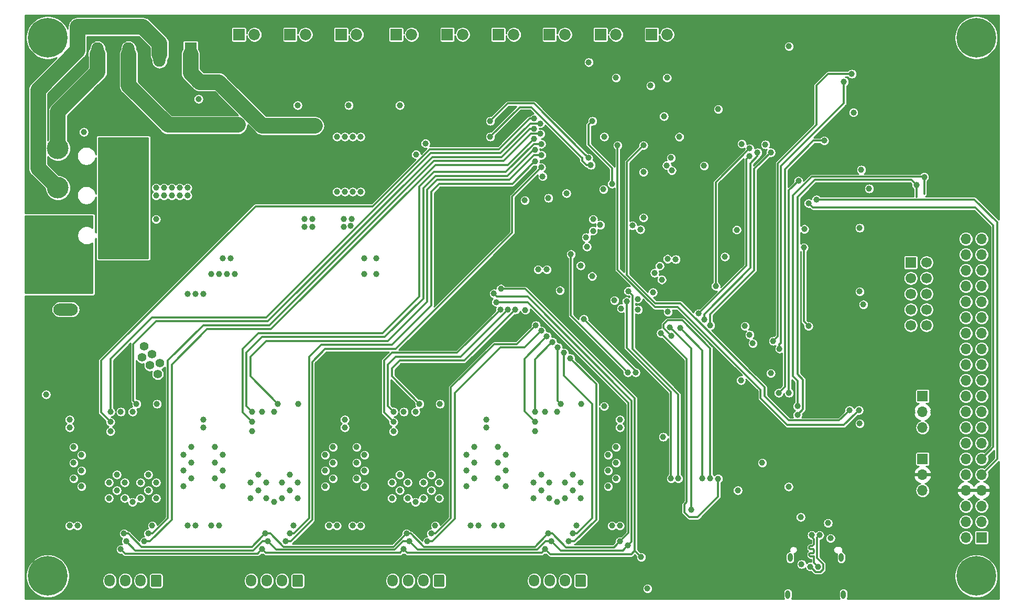
<source format=gbr>
G04 #@! TF.GenerationSoftware,KiCad,Pcbnew,(5.1.0)-1*
G04 #@! TF.CreationDate,2019-04-25T09:45:53+02:00*
G04 #@! TF.ProjectId,FHNW-Pro4E-FS19T8-3DPrinterBoard-STM32,46484e57-2d50-4726-9f34-452d46533139,rev?*
G04 #@! TF.SameCoordinates,Original*
G04 #@! TF.FileFunction,Copper,L3,Inr*
G04 #@! TF.FilePolarity,Positive*
%FSLAX46Y46*%
G04 Gerber Fmt 4.6, Leading zero omitted, Abs format (unit mm)*
G04 Created by KiCad (PCBNEW (5.1.0)-1) date 2019-04-25 09:45:53*
%MOMM*%
%LPD*%
G04 APERTURE LIST*
%ADD10C,1.700000*%
%ADD11R,1.700000X1.700000*%
%ADD12O,1.700000X1.700000*%
%ADD13C,1.850000*%
%ADD14R,1.850000X1.850000*%
%ADD15O,1.700000X1.950000*%
%ADD16C,0.100000*%
%ADD17O,3.960000X1.980000*%
%ADD18R,3.960000X1.980000*%
%ADD19C,3.500000*%
%ADD20O,0.800000X1.400000*%
%ADD21C,6.400000*%
%ADD22O,1.980000X3.960000*%
%ADD23R,1.980000X3.960000*%
%ADD24C,1.000000*%
%ADD25C,1.400000*%
%ADD26C,0.300000*%
%ADD27C,2.500000*%
%ADD28C,0.500000*%
%ADD29C,0.254000*%
G04 APERTURE END LIST*
D10*
X227965000Y-70485000D03*
X225425000Y-70485000D03*
X227965000Y-67945000D03*
X225425000Y-67945000D03*
X227965000Y-65405000D03*
X225425000Y-65405000D03*
X227965000Y-62865000D03*
X225425000Y-62865000D03*
X227965000Y-60325000D03*
D11*
X225425000Y-60325000D03*
X236855000Y-104775000D03*
D12*
X234315000Y-104775000D03*
X236855000Y-102235000D03*
X234315000Y-102235000D03*
X236855000Y-99695000D03*
X234315000Y-99695000D03*
X236855000Y-97155000D03*
X234315000Y-97155000D03*
X236855000Y-94615000D03*
X234315000Y-94615000D03*
X236855000Y-92075000D03*
X234315000Y-92075000D03*
X236855000Y-89535000D03*
X234315000Y-89535000D03*
X236855000Y-86995000D03*
X234315000Y-86995000D03*
X236855000Y-84455000D03*
X234315000Y-84455000D03*
X236855000Y-81915000D03*
X234315000Y-81915000D03*
X236855000Y-79375000D03*
X234315000Y-79375000D03*
X236855000Y-76835000D03*
X234315000Y-76835000D03*
X236855000Y-74295000D03*
X234315000Y-74295000D03*
X236855000Y-71755000D03*
X234315000Y-71755000D03*
X236855000Y-69215000D03*
X234315000Y-69215000D03*
X236855000Y-66675000D03*
X234315000Y-66675000D03*
X236855000Y-64135000D03*
X234315000Y-64135000D03*
X236855000Y-61595000D03*
X234315000Y-61595000D03*
X236855000Y-59055000D03*
X234315000Y-59055000D03*
X236855000Y-56515000D03*
X234315000Y-56515000D03*
D13*
X135890000Y-23495000D03*
D14*
X133390000Y-23495000D03*
X158790000Y-23495000D03*
D13*
X161290000Y-23495000D03*
D15*
X118865000Y-111760000D03*
X121365000Y-111760000D03*
X123865000Y-111760000D03*
D16*
G36*
X126989504Y-110786204D02*
G01*
X127013773Y-110789804D01*
X127037571Y-110795765D01*
X127060671Y-110804030D01*
X127082849Y-110814520D01*
X127103893Y-110827133D01*
X127123598Y-110841747D01*
X127141777Y-110858223D01*
X127158253Y-110876402D01*
X127172867Y-110896107D01*
X127185480Y-110917151D01*
X127195970Y-110939329D01*
X127204235Y-110962429D01*
X127210196Y-110986227D01*
X127213796Y-111010496D01*
X127215000Y-111035000D01*
X127215000Y-112485000D01*
X127213796Y-112509504D01*
X127210196Y-112533773D01*
X127204235Y-112557571D01*
X127195970Y-112580671D01*
X127185480Y-112602849D01*
X127172867Y-112623893D01*
X127158253Y-112643598D01*
X127141777Y-112661777D01*
X127123598Y-112678253D01*
X127103893Y-112692867D01*
X127082849Y-112705480D01*
X127060671Y-112715970D01*
X127037571Y-112724235D01*
X127013773Y-112730196D01*
X126989504Y-112733796D01*
X126965000Y-112735000D01*
X125765000Y-112735000D01*
X125740496Y-112733796D01*
X125716227Y-112730196D01*
X125692429Y-112724235D01*
X125669329Y-112715970D01*
X125647151Y-112705480D01*
X125626107Y-112692867D01*
X125606402Y-112678253D01*
X125588223Y-112661777D01*
X125571747Y-112643598D01*
X125557133Y-112623893D01*
X125544520Y-112602849D01*
X125534030Y-112580671D01*
X125525765Y-112557571D01*
X125519804Y-112533773D01*
X125516204Y-112509504D01*
X125515000Y-112485000D01*
X125515000Y-111035000D01*
X125516204Y-111010496D01*
X125519804Y-110986227D01*
X125525765Y-110962429D01*
X125534030Y-110939329D01*
X125544520Y-110917151D01*
X125557133Y-110896107D01*
X125571747Y-110876402D01*
X125588223Y-110858223D01*
X125606402Y-110841747D01*
X125626107Y-110827133D01*
X125647151Y-110814520D01*
X125669329Y-110804030D01*
X125692429Y-110795765D01*
X125716227Y-110789804D01*
X125740496Y-110786204D01*
X125765000Y-110785000D01*
X126965000Y-110785000D01*
X126989504Y-110786204D01*
X126989504Y-110786204D01*
G37*
D10*
X126365000Y-111760000D03*
D16*
G36*
X104129504Y-110786204D02*
G01*
X104153773Y-110789804D01*
X104177571Y-110795765D01*
X104200671Y-110804030D01*
X104222849Y-110814520D01*
X104243893Y-110827133D01*
X104263598Y-110841747D01*
X104281777Y-110858223D01*
X104298253Y-110876402D01*
X104312867Y-110896107D01*
X104325480Y-110917151D01*
X104335970Y-110939329D01*
X104344235Y-110962429D01*
X104350196Y-110986227D01*
X104353796Y-111010496D01*
X104355000Y-111035000D01*
X104355000Y-112485000D01*
X104353796Y-112509504D01*
X104350196Y-112533773D01*
X104344235Y-112557571D01*
X104335970Y-112580671D01*
X104325480Y-112602849D01*
X104312867Y-112623893D01*
X104298253Y-112643598D01*
X104281777Y-112661777D01*
X104263598Y-112678253D01*
X104243893Y-112692867D01*
X104222849Y-112705480D01*
X104200671Y-112715970D01*
X104177571Y-112724235D01*
X104153773Y-112730196D01*
X104129504Y-112733796D01*
X104105000Y-112735000D01*
X102905000Y-112735000D01*
X102880496Y-112733796D01*
X102856227Y-112730196D01*
X102832429Y-112724235D01*
X102809329Y-112715970D01*
X102787151Y-112705480D01*
X102766107Y-112692867D01*
X102746402Y-112678253D01*
X102728223Y-112661777D01*
X102711747Y-112643598D01*
X102697133Y-112623893D01*
X102684520Y-112602849D01*
X102674030Y-112580671D01*
X102665765Y-112557571D01*
X102659804Y-112533773D01*
X102656204Y-112509504D01*
X102655000Y-112485000D01*
X102655000Y-111035000D01*
X102656204Y-111010496D01*
X102659804Y-110986227D01*
X102665765Y-110962429D01*
X102674030Y-110939329D01*
X102684520Y-110917151D01*
X102697133Y-110896107D01*
X102711747Y-110876402D01*
X102728223Y-110858223D01*
X102746402Y-110841747D01*
X102766107Y-110827133D01*
X102787151Y-110814520D01*
X102809329Y-110804030D01*
X102832429Y-110795765D01*
X102856227Y-110789804D01*
X102880496Y-110786204D01*
X102905000Y-110785000D01*
X104105000Y-110785000D01*
X104129504Y-110786204D01*
X104129504Y-110786204D01*
G37*
D10*
X103505000Y-111760000D03*
D15*
X101005000Y-111760000D03*
X98505000Y-111760000D03*
X96005000Y-111760000D03*
X164585000Y-111760000D03*
X167085000Y-111760000D03*
X169585000Y-111760000D03*
D16*
G36*
X172709504Y-110786204D02*
G01*
X172733773Y-110789804D01*
X172757571Y-110795765D01*
X172780671Y-110804030D01*
X172802849Y-110814520D01*
X172823893Y-110827133D01*
X172843598Y-110841747D01*
X172861777Y-110858223D01*
X172878253Y-110876402D01*
X172892867Y-110896107D01*
X172905480Y-110917151D01*
X172915970Y-110939329D01*
X172924235Y-110962429D01*
X172930196Y-110986227D01*
X172933796Y-111010496D01*
X172935000Y-111035000D01*
X172935000Y-112485000D01*
X172933796Y-112509504D01*
X172930196Y-112533773D01*
X172924235Y-112557571D01*
X172915970Y-112580671D01*
X172905480Y-112602849D01*
X172892867Y-112623893D01*
X172878253Y-112643598D01*
X172861777Y-112661777D01*
X172843598Y-112678253D01*
X172823893Y-112692867D01*
X172802849Y-112705480D01*
X172780671Y-112715970D01*
X172757571Y-112724235D01*
X172733773Y-112730196D01*
X172709504Y-112733796D01*
X172685000Y-112735000D01*
X171485000Y-112735000D01*
X171460496Y-112733796D01*
X171436227Y-112730196D01*
X171412429Y-112724235D01*
X171389329Y-112715970D01*
X171367151Y-112705480D01*
X171346107Y-112692867D01*
X171326402Y-112678253D01*
X171308223Y-112661777D01*
X171291747Y-112643598D01*
X171277133Y-112623893D01*
X171264520Y-112602849D01*
X171254030Y-112580671D01*
X171245765Y-112557571D01*
X171239804Y-112533773D01*
X171236204Y-112509504D01*
X171235000Y-112485000D01*
X171235000Y-111035000D01*
X171236204Y-111010496D01*
X171239804Y-110986227D01*
X171245765Y-110962429D01*
X171254030Y-110939329D01*
X171264520Y-110917151D01*
X171277133Y-110896107D01*
X171291747Y-110876402D01*
X171308223Y-110858223D01*
X171326402Y-110841747D01*
X171346107Y-110827133D01*
X171367151Y-110814520D01*
X171389329Y-110804030D01*
X171412429Y-110795765D01*
X171436227Y-110789804D01*
X171460496Y-110786204D01*
X171485000Y-110785000D01*
X172685000Y-110785000D01*
X172709504Y-110786204D01*
X172709504Y-110786204D01*
G37*
D10*
X172085000Y-111760000D03*
D16*
G36*
X149849504Y-110786204D02*
G01*
X149873773Y-110789804D01*
X149897571Y-110795765D01*
X149920671Y-110804030D01*
X149942849Y-110814520D01*
X149963893Y-110827133D01*
X149983598Y-110841747D01*
X150001777Y-110858223D01*
X150018253Y-110876402D01*
X150032867Y-110896107D01*
X150045480Y-110917151D01*
X150055970Y-110939329D01*
X150064235Y-110962429D01*
X150070196Y-110986227D01*
X150073796Y-111010496D01*
X150075000Y-111035000D01*
X150075000Y-112485000D01*
X150073796Y-112509504D01*
X150070196Y-112533773D01*
X150064235Y-112557571D01*
X150055970Y-112580671D01*
X150045480Y-112602849D01*
X150032867Y-112623893D01*
X150018253Y-112643598D01*
X150001777Y-112661777D01*
X149983598Y-112678253D01*
X149963893Y-112692867D01*
X149942849Y-112705480D01*
X149920671Y-112715970D01*
X149897571Y-112724235D01*
X149873773Y-112730196D01*
X149849504Y-112733796D01*
X149825000Y-112735000D01*
X148625000Y-112735000D01*
X148600496Y-112733796D01*
X148576227Y-112730196D01*
X148552429Y-112724235D01*
X148529329Y-112715970D01*
X148507151Y-112705480D01*
X148486107Y-112692867D01*
X148466402Y-112678253D01*
X148448223Y-112661777D01*
X148431747Y-112643598D01*
X148417133Y-112623893D01*
X148404520Y-112602849D01*
X148394030Y-112580671D01*
X148385765Y-112557571D01*
X148379804Y-112533773D01*
X148376204Y-112509504D01*
X148375000Y-112485000D01*
X148375000Y-111035000D01*
X148376204Y-111010496D01*
X148379804Y-110986227D01*
X148385765Y-110962429D01*
X148394030Y-110939329D01*
X148404520Y-110917151D01*
X148417133Y-110896107D01*
X148431747Y-110876402D01*
X148448223Y-110858223D01*
X148466402Y-110841747D01*
X148486107Y-110827133D01*
X148507151Y-110814520D01*
X148529329Y-110804030D01*
X148552429Y-110795765D01*
X148576227Y-110789804D01*
X148600496Y-110786204D01*
X148625000Y-110785000D01*
X149825000Y-110785000D01*
X149849504Y-110786204D01*
X149849504Y-110786204D01*
G37*
D10*
X149225000Y-111760000D03*
D15*
X146725000Y-111760000D03*
X144225000Y-111760000D03*
X141725000Y-111760000D03*
D17*
X88900000Y-67930000D03*
D18*
X88900000Y-62930000D03*
D14*
X150535000Y-23495000D03*
D13*
X153035000Y-23495000D03*
D14*
X183555000Y-23495000D03*
D13*
X186055000Y-23495000D03*
X144780000Y-23495000D03*
D14*
X142280000Y-23495000D03*
D13*
X177800000Y-23495000D03*
D14*
X175300000Y-23495000D03*
X125135000Y-23495000D03*
D13*
X127635000Y-23495000D03*
X169545000Y-23495000D03*
D14*
X167045000Y-23495000D03*
D19*
X96870000Y-57150000D03*
X87670000Y-57150000D03*
X96830000Y-48260000D03*
X87630000Y-48260000D03*
X87630000Y-41910000D03*
X96830000Y-41910000D03*
D13*
X119380000Y-23495000D03*
D14*
X116880000Y-23495000D03*
D20*
X205568000Y-113965000D03*
X214548000Y-113965000D03*
X214188000Y-108015000D03*
X205928000Y-108015000D03*
D21*
X86000000Y-24000000D03*
X86000000Y-111000000D03*
X236000000Y-24000000D03*
X236000000Y-111000000D03*
D11*
X227330000Y-92075000D03*
D12*
X227330000Y-94615000D03*
X227330000Y-97155000D03*
X227330000Y-86995000D03*
X227330000Y-84455000D03*
D11*
X227330000Y-81915000D03*
D22*
X99065000Y-26735000D03*
X94065000Y-26735000D03*
X104065000Y-26735000D03*
D23*
X109065000Y-26735000D03*
D24*
X158115000Y-102870000D03*
X159385000Y-102870000D03*
X177165000Y-102870000D03*
X178435000Y-102870000D03*
X112395000Y-102870000D03*
X113665000Y-102870000D03*
X131445000Y-102870000D03*
X132715000Y-102870000D03*
X135255000Y-102870000D03*
X136525000Y-102870000D03*
X154305000Y-102870000D03*
X155575000Y-102870000D03*
X89535000Y-102870000D03*
X108585000Y-102870000D03*
X90805000Y-102870000D03*
X96139000Y-87630000D03*
X164719000Y-87630000D03*
X118999000Y-87630000D03*
X141859000Y-87630000D03*
X99695000Y-84455000D03*
X168275000Y-84455000D03*
X122555000Y-84455000D03*
X145415000Y-84455000D03*
X89535000Y-86995000D03*
X89535000Y-85725000D03*
X99695000Y-99060000D03*
X168275000Y-99060000D03*
X122555000Y-99060000D03*
X145415000Y-99060000D03*
X102870000Y-102870000D03*
X171450000Y-102870000D03*
X125730000Y-102870000D03*
X148590000Y-102870000D03*
X109855000Y-102870000D03*
X133985000Y-85725000D03*
X133985000Y-86995000D03*
X111125000Y-86995000D03*
X111125000Y-85725000D03*
X178435000Y-86995000D03*
X178435000Y-85725000D03*
X156845000Y-85725000D03*
X156845000Y-86995000D03*
X103632000Y-83185000D03*
X126492000Y-83185000D03*
X149352000Y-83185000D03*
X172212000Y-83185000D03*
X137160000Y-62230000D03*
X139065000Y-59690000D03*
X217170000Y-65024000D03*
X217170000Y-54737000D03*
X207645000Y-101473000D03*
X201422000Y-92710000D03*
X202819000Y-78232000D03*
X115570000Y-59690000D03*
X114300000Y-59690000D03*
X114935000Y-62230000D03*
X137160000Y-59690000D03*
X126365000Y-34925000D03*
X134620000Y-34925000D03*
X142875000Y-34925000D03*
X216170000Y-36085000D03*
X103505000Y-48260000D03*
X104775000Y-48260000D03*
X106045000Y-48260000D03*
X107315000Y-48260000D03*
X135255000Y-40005000D03*
X132715000Y-40005000D03*
X133985000Y-40005000D03*
X136525000Y-40005000D03*
X217170000Y-86360000D03*
X175895000Y-40005000D03*
X188030331Y-40030331D03*
X139065000Y-62230000D03*
X113665000Y-62230000D03*
X103505000Y-53340000D03*
X108585000Y-65405000D03*
X109855000Y-65405000D03*
X111125000Y-65405000D03*
X112395000Y-62230000D03*
X116205000Y-62230000D03*
X182245000Y-45720000D03*
X175768000Y-48514000D03*
X183769000Y-65151000D03*
X201930000Y-41275000D03*
X205740000Y-25400000D03*
X192024000Y-44704000D03*
X197485000Y-97155000D03*
X182880000Y-113030000D03*
X185420000Y-88519000D03*
X163068000Y-50292000D03*
X91821000Y-39243000D03*
X110363012Y-33909000D03*
X132715000Y-48895000D03*
X133985000Y-48895000D03*
X135255000Y-48895000D03*
X136525000Y-48895000D03*
X107315000Y-49530000D03*
X106045000Y-49530000D03*
X104775000Y-49530000D03*
X103505000Y-49530000D03*
X108585000Y-48260000D03*
X108585000Y-49530000D03*
X147024000Y-41086000D03*
X198127032Y-41160000D03*
X186140000Y-59755000D03*
X173948000Y-62549000D03*
X195392506Y-59392506D03*
X163152996Y-68010000D03*
X165947000Y-46420000D03*
X155925000Y-54610000D03*
X155925000Y-53340000D03*
X157195000Y-53340000D03*
X157195000Y-54610000D03*
X150845000Y-54610000D03*
X150845000Y-53340000D03*
X149575000Y-53340000D03*
X149575000Y-54610000D03*
X174625000Y-40640000D03*
X162560000Y-69215000D03*
X161290000Y-30480000D03*
X153035000Y-30480000D03*
X213233000Y-65024000D03*
X216154000Y-52451000D03*
X190880958Y-102870000D03*
X217170000Y-87884000D03*
X174752000Y-49911010D03*
X191008000Y-41275000D03*
X220091000Y-61595000D03*
X201930000Y-20955000D03*
X201930000Y-32385000D03*
X188595000Y-30480000D03*
X220345000Y-22225000D03*
X178625000Y-83375000D03*
X201041000Y-46990000D03*
X183642000Y-63754000D03*
X215265000Y-102530010D03*
X165226976Y-47879000D03*
X178347581Y-71893093D03*
X144830009Y-30480000D03*
X195453000Y-57880022D03*
X188265631Y-60834372D03*
X220091000Y-71882000D03*
X175980000Y-64073004D03*
X169544964Y-30480000D03*
X198120000Y-32385000D03*
X194310000Y-35560000D03*
X208153000Y-57912000D03*
X208915000Y-70612000D03*
X186814920Y-45443886D03*
X177800000Y-30480000D03*
X186055000Y-30480000D03*
X185547000Y-36703000D03*
X145500000Y-42863990D03*
X199390000Y-41910000D03*
X193918308Y-64145692D03*
X192059000Y-69538000D03*
X200660000Y-42545000D03*
X193040000Y-70485000D03*
X202819000Y-42545000D03*
X191135000Y-68580000D03*
X199390000Y-43180000D03*
X177165000Y-47625000D03*
X173990000Y-37465000D03*
X186182000Y-68326062D03*
X118745000Y-98425000D03*
X120015000Y-97155000D03*
X121285000Y-95885000D03*
X120015000Y-94615000D03*
X118745000Y-95885000D03*
X121285000Y-98425000D03*
X114300000Y-96520000D03*
X113030000Y-95250000D03*
X114300000Y-93980000D03*
X113030000Y-92710000D03*
X114300000Y-91440000D03*
X113030000Y-90170000D03*
X126365000Y-98425000D03*
X125095000Y-97155000D03*
X123825000Y-95885000D03*
X125095000Y-94615000D03*
X126365000Y-95885000D03*
X123825000Y-98425000D03*
X130810000Y-96520000D03*
X132080000Y-95250000D03*
X130810000Y-93980000D03*
X132080000Y-92710000D03*
X130810000Y-91440000D03*
X132080000Y-90170000D03*
X103505000Y-98425000D03*
X102235000Y-97155000D03*
X100965000Y-98425000D03*
X103505000Y-95885000D03*
X100965000Y-95885000D03*
X102235000Y-94615000D03*
X107950000Y-96520000D03*
X109220000Y-95250000D03*
X107950000Y-93980000D03*
X109220000Y-92710000D03*
X107950000Y-91440000D03*
X109220000Y-90170000D03*
X95885000Y-98425000D03*
X97155000Y-97155000D03*
X98425000Y-98425000D03*
X98425000Y-95885000D03*
X97155000Y-94615000D03*
X95885000Y-95885000D03*
X91440000Y-93980000D03*
X90170000Y-92710000D03*
X91440000Y-91440000D03*
X91440000Y-96520000D03*
X90170000Y-95250000D03*
X90170000Y-90170000D03*
X164465000Y-98425000D03*
X165735000Y-97155000D03*
X167005000Y-98425000D03*
X167005000Y-95885000D03*
X164465000Y-95885000D03*
X165735000Y-94615000D03*
X158750000Y-92710000D03*
X160020000Y-93980000D03*
X160020000Y-96520000D03*
X160020000Y-91440000D03*
X158750000Y-95250000D03*
X158750000Y-90170000D03*
X172085000Y-98425000D03*
X170815000Y-97155000D03*
X169545000Y-95885000D03*
X170815000Y-94615000D03*
X172085000Y-95885000D03*
X169545000Y-98425000D03*
X176530000Y-96520000D03*
X177800000Y-95250000D03*
X176530000Y-93980000D03*
X177800000Y-92710000D03*
X176530000Y-91440000D03*
X177800000Y-90170000D03*
X149225000Y-98425000D03*
X147955000Y-97155000D03*
X146685000Y-95885000D03*
X147955000Y-94615000D03*
X149225000Y-95885000D03*
X146685000Y-98425000D03*
X153670000Y-96520000D03*
X154940000Y-95250000D03*
X153670000Y-93980000D03*
X154940000Y-92710000D03*
X153670000Y-91440000D03*
X154940000Y-90170000D03*
X142875000Y-97155000D03*
X144145000Y-95885000D03*
X142875000Y-94615000D03*
X141605000Y-95885000D03*
X144145000Y-98425000D03*
X141605000Y-98425000D03*
X137160000Y-96520000D03*
X135890000Y-95250000D03*
X137160000Y-93980000D03*
X135890000Y-92710000D03*
X137160000Y-91440000D03*
X135890000Y-90170000D03*
D25*
X102870000Y-75184000D03*
X101600000Y-73914000D03*
X104140000Y-76581000D03*
X103759000Y-78359000D03*
X101219000Y-75692000D03*
X102489000Y-76962000D03*
D24*
X114300000Y-38100000D03*
X116840000Y-38100000D03*
X115570000Y-38100000D03*
X113030000Y-38100000D03*
X111760000Y-38100000D03*
X110490000Y-38100000D03*
X109220000Y-38100000D03*
X107950000Y-38100000D03*
X106680000Y-38100000D03*
X127635000Y-38227000D03*
X128905000Y-38227000D03*
X126365000Y-38227000D03*
X125095000Y-38227000D03*
X123825000Y-38227000D03*
X122555000Y-38227000D03*
X121285000Y-38227000D03*
X209183000Y-109480002D03*
X210683000Y-104394000D03*
X210433000Y-109480002D03*
X209433000Y-104394000D03*
X212471000Y-104902000D03*
X207772000Y-109093000D03*
X205690213Y-96569787D03*
X212051716Y-102434655D03*
X120650000Y-84455000D03*
X97790000Y-84455000D03*
X166370000Y-84455000D03*
X143510000Y-84455000D03*
X175895000Y-83566000D03*
X133827000Y-54610000D03*
X133827000Y-53340000D03*
X135097000Y-53340000D03*
X128747000Y-54610000D03*
X128747000Y-53340000D03*
X127477000Y-53340000D03*
X127477000Y-54610000D03*
X197993000Y-79375000D03*
X134954807Y-54436807D03*
X186690000Y-95250000D03*
X179536000Y-66613000D03*
X194291000Y-95269000D03*
X185041562Y-71752438D03*
X193040000Y-95250000D03*
X186760308Y-72215698D03*
X191770000Y-95250000D03*
X188172000Y-70930994D03*
X189929904Y-100265096D03*
X186462003Y-70786007D03*
X187856990Y-95250000D03*
X179790000Y-64962000D03*
X205740000Y-81407000D03*
X207280000Y-47134000D03*
X204089000Y-81407000D03*
X211455000Y-40640000D03*
X207137000Y-84963088D03*
X226330000Y-47769000D03*
X207137000Y-83566000D03*
X227600000Y-46499000D03*
X218694000Y-48387000D03*
X178647008Y-67756000D03*
X217424000Y-45339000D03*
X177543539Y-66453253D03*
X170434000Y-75819000D03*
X170179960Y-105410000D03*
X170815000Y-104140000D03*
X169417994Y-74930000D03*
X168910000Y-83185000D03*
X168402000Y-74040996D03*
X164719000Y-84455000D03*
X167519123Y-73156359D03*
X164719000Y-86106000D03*
X166624000Y-72262998D03*
X141859000Y-84455000D03*
X160357868Y-67927208D03*
X141859000Y-86106000D03*
X159131002Y-67945000D03*
X146050000Y-83185000D03*
X161539448Y-67945063D03*
X164846000Y-70485000D03*
X147955000Y-104140000D03*
X165735000Y-71374006D03*
X147320000Y-105410000D03*
X124460000Y-105410000D03*
X165734988Y-44958000D03*
X125095000Y-104140000D03*
X164729696Y-43952688D03*
X123190000Y-83185000D03*
X165760003Y-42979788D03*
X118999000Y-84455000D03*
X164719044Y-42164000D03*
X118999000Y-86106000D03*
X165734985Y-41186010D03*
X217763000Y-67121000D03*
X98298000Y-104140000D03*
X121096990Y-104140000D03*
X143956990Y-104140000D03*
X166816990Y-104140000D03*
X178435000Y-105410000D03*
X210185000Y-50165000D03*
X158454000Y-66740000D03*
X166370000Y-106680000D03*
X143510000Y-106680000D03*
X120650000Y-106680000D03*
X97790000Y-106680000D03*
X181864000Y-107950000D03*
X159216000Y-64580996D03*
X98679047Y-105410073D03*
X121539000Y-105410000D03*
X144398985Y-105410000D03*
X167385924Y-105410000D03*
X179741060Y-106081060D03*
X208915000Y-50761990D03*
X158073000Y-65343000D03*
X178054000Y-41402000D03*
X217043000Y-84201000D03*
X182245000Y-41402000D03*
X215519000Y-84201000D03*
X100330000Y-83185000D03*
X164592006Y-38696990D03*
X96139000Y-86106000D03*
X164592000Y-37060010D03*
X96139000Y-84455000D03*
X165597308Y-37856692D03*
X102235012Y-104140000D03*
X165608000Y-39535010D03*
X101600000Y-105410000D03*
X164592000Y-40348005D03*
X165227000Y-61468000D03*
X168741000Y-64835000D03*
X166624000Y-61468000D03*
X181356000Y-67945000D03*
X172085000Y-60833000D03*
X199898000Y-73406000D03*
X198628000Y-70612000D03*
X199390000Y-72009000D03*
X184040075Y-62020408D03*
X185204891Y-63101432D03*
X187452000Y-59817000D03*
X184869998Y-60898000D03*
X181737000Y-54991000D03*
X180467000Y-54355994D03*
X182245000Y-53086006D03*
X173101000Y-57785000D03*
X174094662Y-55222662D03*
X172974000Y-56260992D03*
X174117002Y-53340000D03*
X175252932Y-54242286D03*
X169799000Y-49149000D03*
X166878000Y-49911000D03*
X85725000Y-81661000D03*
X186690000Y-43434000D03*
X183388000Y-31750000D03*
X173391759Y-27976759D03*
X185990951Y-44641637D03*
X173355000Y-43434000D03*
X157480000Y-37465000D03*
X173736000Y-44577000D03*
X157480000Y-40005000D03*
X179705000Y-78105000D03*
X170519000Y-58993000D03*
X214630000Y-31115000D03*
X204226692Y-74284308D03*
X215900000Y-29845000D03*
X203200000Y-73025000D03*
X172593000Y-69469000D03*
X180975000Y-78105000D03*
X181313998Y-66231998D03*
X197316000Y-55056000D03*
X208238000Y-54929000D03*
D26*
X208153000Y-57912000D02*
X208153000Y-69850000D01*
X208153000Y-69850000D02*
X208915000Y-70612000D01*
X193918308Y-63438586D02*
X193918308Y-64145692D01*
X193918308Y-47381692D02*
X193918308Y-63438586D01*
X199390000Y-41910000D02*
X193918308Y-47381692D01*
X192059000Y-68672000D02*
X192059000Y-69538000D01*
X199517000Y-61214000D02*
X192059000Y-68672000D01*
X200660000Y-43180000D02*
X199517000Y-44323000D01*
X199517000Y-44323000D02*
X199517000Y-61214000D01*
X200660000Y-43180000D02*
X200660000Y-42545000D01*
X200406000Y-44958000D02*
X202819000Y-42545000D01*
X200152000Y-45212000D02*
X200406000Y-44958000D01*
X200152000Y-61595000D02*
X200152000Y-45212000D01*
X193040000Y-70485000D02*
X193040000Y-68707000D01*
X193040000Y-68707000D02*
X200152000Y-61595000D01*
X198882000Y-60833000D02*
X191135000Y-68580000D01*
X199390000Y-43180000D02*
X198882000Y-43688000D01*
X198882000Y-43688000D02*
X198882000Y-60833000D01*
X173355000Y-38100000D02*
X173990000Y-37465000D01*
X173355000Y-41275000D02*
X173355000Y-38100000D01*
X177165000Y-47625000D02*
X177165000Y-45085000D01*
X177165000Y-45085000D02*
X173355000Y-41275000D01*
D27*
X99065000Y-31735000D02*
X99065000Y-26755000D01*
X116713000Y-38100000D02*
X105430000Y-38100000D01*
X105430000Y-38100000D02*
X99065000Y-31735000D01*
X110575000Y-31180000D02*
X109065000Y-29670000D01*
X113611390Y-31180000D02*
X110575000Y-31180000D01*
X129159000Y-38227000D02*
X120658390Y-38227000D01*
X120658390Y-38227000D02*
X113611390Y-31180000D01*
X109065000Y-29670000D02*
X109065000Y-26735000D01*
D26*
X210683000Y-104394000D02*
X210312000Y-104765000D01*
X210312000Y-108101000D02*
X211283001Y-109072001D01*
X209682999Y-109980001D02*
X209183000Y-109480002D01*
X211283001Y-109072001D02*
X211283001Y-109888003D01*
X210312000Y-104765000D02*
X210312000Y-108101000D01*
X211283001Y-109888003D02*
X210841001Y-110330003D01*
X210033001Y-110330003D02*
X209682999Y-109980001D01*
X210841001Y-110330003D02*
X210033001Y-110330003D01*
X209804000Y-107823000D02*
X209804000Y-108851002D01*
X209169000Y-106172000D02*
X209042000Y-106299000D01*
X209804000Y-108851002D02*
X210433000Y-109480002D01*
X209169000Y-107823000D02*
X209804000Y-107823000D01*
X209550000Y-106172000D02*
X209169000Y-106172000D01*
X209804000Y-105029000D02*
X209804000Y-105918000D01*
X209042000Y-106299000D02*
X209042000Y-106553000D01*
X209433000Y-104394000D02*
X209433000Y-104658000D01*
X209804000Y-106807000D02*
X209804000Y-107188000D01*
X209433000Y-104658000D02*
X209804000Y-105029000D01*
X209042000Y-106553000D02*
X209169000Y-106680000D01*
X209677000Y-106680000D02*
X209804000Y-106807000D01*
X209804000Y-105918000D02*
X209550000Y-106172000D01*
X209169000Y-106680000D02*
X209677000Y-106680000D01*
X209804000Y-107188000D02*
X209677000Y-107315000D01*
X209677000Y-107315000D02*
X209169000Y-107315000D01*
X209169000Y-107315000D02*
X209042000Y-107442000D01*
X209042000Y-107442000D02*
X209042000Y-107696000D01*
X209042000Y-107696000D02*
X209169000Y-107823000D01*
D27*
X104065000Y-24944000D02*
X104065000Y-26735000D01*
X84429999Y-45059999D02*
X84429999Y-32452003D01*
X87630000Y-48260000D02*
X84429999Y-45059999D01*
X84429999Y-32452003D02*
X90805000Y-26077002D01*
X90805000Y-26077002D02*
X90805000Y-22225000D01*
X90805000Y-22225000D02*
X101346000Y-22225000D01*
X101346000Y-22225000D02*
X104065000Y-24944000D01*
X94065000Y-26735000D02*
X94000000Y-26670000D01*
X94065000Y-29506000D02*
X94065000Y-26735000D01*
X87630000Y-41910000D02*
X87630000Y-35941000D01*
X87630000Y-35941000D02*
X94065000Y-29506000D01*
D26*
X179536000Y-67320106D02*
X179536000Y-66613000D01*
X179536000Y-74126000D02*
X179536000Y-67320106D01*
X186690000Y-95250000D02*
X186690000Y-81280000D01*
X186690000Y-81280000D02*
X179536000Y-74126000D01*
X189230000Y-75940876D02*
X185541561Y-72252437D01*
X189230000Y-99060000D02*
X189230000Y-75940876D01*
X194291000Y-95269000D02*
X194291000Y-98190000D01*
X189611000Y-101473000D02*
X188849000Y-100711000D01*
X188849000Y-99441000D02*
X189230000Y-99060000D01*
X185541561Y-72252437D02*
X185041562Y-71752438D01*
X191008000Y-101473000D02*
X189611000Y-101473000D01*
X188849000Y-100711000D02*
X188849000Y-99441000D01*
X194291000Y-98190000D02*
X191008000Y-101473000D01*
X186260309Y-71715699D02*
X186760308Y-72215698D01*
X193040000Y-74200998D02*
X188500002Y-69661000D01*
X193040000Y-95250000D02*
X193040000Y-74200998D01*
X186140000Y-69661000D02*
X185495247Y-70305753D01*
X188500002Y-69661000D02*
X186140000Y-69661000D01*
X185495247Y-70305753D02*
X185495247Y-70950637D01*
X185495247Y-70950637D02*
X186260309Y-71715699D01*
X188671999Y-71430993D02*
X188172000Y-70930994D01*
X191770000Y-95250000D02*
X191770000Y-74528994D01*
X191770000Y-74528994D02*
X188671999Y-71430993D01*
X186962002Y-71286006D02*
X186462003Y-70786007D01*
X189929904Y-100265096D02*
X189929904Y-74253908D01*
X189929904Y-74253908D02*
X186962002Y-71286006D01*
X180289999Y-65461999D02*
X179790000Y-64962000D01*
X180467000Y-65639000D02*
X180289999Y-65461999D01*
X187856990Y-95250000D02*
X187856990Y-81651992D01*
X180467000Y-74262002D02*
X180467000Y-65639000D01*
X187856990Y-81651992D02*
X180467000Y-74262002D01*
X205740000Y-48674000D02*
X207280000Y-47134000D01*
X205740000Y-81407000D02*
X205740000Y-48674000D01*
X209710000Y-40640000D02*
X211455000Y-40640000D01*
X205105000Y-45245000D02*
X209710000Y-40640000D01*
X204089000Y-81407000D02*
X205105000Y-80391000D01*
X205105000Y-80391000D02*
X205105000Y-45245000D01*
X226330000Y-48476106D02*
X226330000Y-47769000D01*
X226330000Y-49713194D02*
X226330000Y-48476106D01*
X225551000Y-46990000D02*
X226330000Y-47769000D01*
X208037009Y-84063079D02*
X208037009Y-79259009D01*
X207137000Y-84963088D02*
X208037009Y-84063079D01*
X208037009Y-79259009D02*
X207137000Y-78359000D01*
X207137000Y-49784000D02*
X209931000Y-46990000D01*
X207137000Y-78359000D02*
X207137000Y-49784000D01*
X209931000Y-46990000D02*
X225551000Y-46990000D01*
X227600000Y-49260000D02*
X227600000Y-46499000D01*
X227583000Y-46482000D02*
X227600000Y-46499000D01*
X209423000Y-46482000D02*
X227583000Y-46482000D01*
X206375000Y-49530000D02*
X209423000Y-46482000D01*
X206375000Y-78740000D02*
X206375000Y-49530000D01*
X207137000Y-83566000D02*
X207137000Y-79502000D01*
X207137000Y-79502000D02*
X206375000Y-78740000D01*
X170887066Y-105410000D02*
X170179960Y-105410000D01*
X171092000Y-105410000D02*
X170887066Y-105410000D01*
X170434000Y-75819000D02*
X174625000Y-80010000D01*
X174625000Y-80010000D02*
X174625000Y-101877000D01*
X174625000Y-101877000D02*
X171092000Y-105410000D01*
X171522106Y-104140000D02*
X173990000Y-101672106D01*
X169417994Y-75637106D02*
X169417994Y-74930000D01*
X173990000Y-83185000D02*
X169417994Y-78612994D01*
X170815000Y-104140000D02*
X171522106Y-104140000D01*
X173990000Y-101672106D02*
X173990000Y-83185000D01*
X169417994Y-78612994D02*
X169417994Y-75637106D01*
X168910000Y-83185000D02*
X168402000Y-82677000D01*
X168402000Y-82677000D02*
X168402000Y-74748102D01*
X168402000Y-74748102D02*
X168402000Y-74040996D01*
X164719000Y-75956482D02*
X167019124Y-73656358D01*
X164719000Y-84455000D02*
X164719000Y-75956482D01*
X167019124Y-73656358D02*
X167519123Y-73156359D01*
X163000000Y-84387000D02*
X163000000Y-75886998D01*
X163000000Y-75886998D02*
X166124001Y-72762997D01*
X166124001Y-72762997D02*
X166624000Y-72262998D01*
X164719000Y-86106000D02*
X163000000Y-84387000D01*
X152720076Y-75565000D02*
X160357868Y-67927208D01*
X142240000Y-75565000D02*
X152720076Y-75565000D01*
X140970000Y-76835000D02*
X142240000Y-75565000D01*
X141859000Y-84455000D02*
X140970000Y-83566000D01*
X140970000Y-83566000D02*
X140970000Y-76835000D01*
X152146002Y-74930000D02*
X159131002Y-67945000D01*
X141605000Y-74930000D02*
X152146002Y-74930000D01*
X140335000Y-76200000D02*
X141605000Y-74930000D01*
X141859000Y-86106000D02*
X140335000Y-84582000D01*
X140335000Y-84582000D02*
X140335000Y-76200000D01*
X146050000Y-83185000D02*
X141605000Y-78740000D01*
X142875000Y-76200000D02*
X153284511Y-76200000D01*
X153284511Y-76200000D02*
X161039449Y-68445062D01*
X161039449Y-68445062D02*
X161539448Y-67945063D01*
X141605000Y-78740000D02*
X141605000Y-77470000D01*
X141605000Y-77470000D02*
X142875000Y-76200000D01*
X161798000Y-73533000D02*
X164846000Y-70485000D01*
X158115000Y-73533000D02*
X161798000Y-73533000D01*
X151130000Y-80518000D02*
X158115000Y-73533000D01*
X151130000Y-101672106D02*
X151130000Y-80518000D01*
X147955000Y-104140000D02*
X148662106Y-104140000D01*
X148662106Y-104140000D02*
X151130000Y-101672106D01*
X163068008Y-74040998D02*
X165735000Y-71374006D01*
X159131002Y-74040998D02*
X163068008Y-74040998D01*
X151765000Y-81407000D02*
X159131002Y-74040998D01*
X151765000Y-101750000D02*
X151765000Y-81407000D01*
X147320000Y-105410000D02*
X148105000Y-105410000D01*
X148105000Y-105410000D02*
X151765000Y-101750000D01*
X128720011Y-101934989D02*
X125245000Y-105410000D01*
X161036000Y-49656988D02*
X161036000Y-55499000D01*
X165734988Y-44958000D02*
X161036000Y-49656988D01*
X125245000Y-105410000D02*
X125167106Y-105410000D01*
X142240000Y-74295000D02*
X130810000Y-74295000D01*
X125167106Y-105410000D02*
X124460000Y-105410000D01*
X130810000Y-74295000D02*
X128720011Y-76384989D01*
X161036000Y-55499000D02*
X142240000Y-74295000D01*
X128720011Y-76384989D02*
X128720011Y-101934989D01*
X164229697Y-44452687D02*
X164729696Y-43952688D01*
X149248000Y-47625000D02*
X161057384Y-47625000D01*
X147955000Y-48918000D02*
X149248000Y-47625000D01*
X147955000Y-67310000D02*
X147955000Y-48918000D01*
X125802106Y-104140000D02*
X128270000Y-101672106D01*
X128270000Y-101672106D02*
X128270000Y-75565000D01*
X161057384Y-47625000D02*
X164229697Y-44452687D01*
X128270000Y-75565000D02*
X130175000Y-73660000D01*
X130175000Y-73660000D02*
X141605000Y-73660000D01*
X125095000Y-104140000D02*
X125802106Y-104140000D01*
X141605000Y-73660000D02*
X147955000Y-67310000D01*
X165052897Y-42979788D02*
X165760003Y-42979788D01*
X160560998Y-46990000D02*
X164571210Y-42979788D01*
X148867000Y-46990000D02*
X160560998Y-46990000D01*
X164571210Y-42979788D02*
X165052897Y-42979788D01*
X118745000Y-78740000D02*
X118745000Y-75565000D01*
X118745000Y-75565000D02*
X121285000Y-73025000D01*
X147320000Y-48537000D02*
X148867000Y-46990000D01*
X121285000Y-73025000D02*
X140970000Y-73025000D01*
X140970000Y-73025000D02*
X147320000Y-66675000D01*
X123190000Y-83185000D02*
X118745000Y-78740000D01*
X147320000Y-66675000D02*
X147320000Y-48537000D01*
X160274000Y-46355000D02*
X164465000Y-42164000D01*
X148613000Y-46355000D02*
X160274000Y-46355000D01*
X146685000Y-48283000D02*
X148613000Y-46355000D01*
X118110000Y-83566000D02*
X118110000Y-74930000D01*
X118110000Y-74930000D02*
X120650000Y-72390000D01*
X120650000Y-72390000D02*
X140462000Y-72390000D01*
X164465000Y-42164000D02*
X164719044Y-42164000D01*
X118999000Y-84455000D02*
X118110000Y-83566000D01*
X140462000Y-72390000D02*
X146685000Y-66167000D01*
X146685000Y-66167000D02*
X146685000Y-48283000D01*
X160020000Y-45720000D02*
X164553990Y-41186010D01*
X164553990Y-41186010D02*
X165027879Y-41186010D01*
X148359000Y-45720000D02*
X160020000Y-45720000D01*
X146008000Y-48071000D02*
X148359000Y-45720000D01*
X118999000Y-86106000D02*
X117475000Y-84582000D01*
X117475000Y-74295000D02*
X120015000Y-71755000D01*
X120015000Y-71755000D02*
X140081000Y-71755000D01*
X165027879Y-41186010D02*
X165734985Y-41186010D01*
X140081000Y-71755000D02*
X146008000Y-65828000D01*
X117475000Y-84582000D02*
X117475000Y-74295000D01*
X146008000Y-65828000D02*
X146008000Y-48071000D01*
D28*
X166816990Y-104140000D02*
X166816990Y-104205990D01*
D26*
X120596991Y-104639999D02*
X121096990Y-104140000D01*
X118976989Y-106260001D02*
X120596991Y-104639999D01*
X101125107Y-106260001D02*
X118976989Y-106260001D01*
X99005106Y-104140000D02*
X101125107Y-106260001D01*
X98298000Y-104140000D02*
X99005106Y-104140000D01*
X143456991Y-104639999D02*
X143956990Y-104140000D01*
X141836989Y-106260001D02*
X143456991Y-104639999D01*
X124051999Y-106260001D02*
X141836989Y-106260001D01*
X121931998Y-104140000D02*
X124051999Y-106260001D01*
X121096990Y-104140000D02*
X121931998Y-104140000D01*
X166316991Y-104639999D02*
X166816990Y-104140000D01*
X164696989Y-106260001D02*
X166316991Y-104639999D01*
X146784097Y-106260001D02*
X164696989Y-106260001D01*
X144664096Y-104140000D02*
X146784097Y-106260001D01*
X143956990Y-104140000D02*
X144664096Y-104140000D01*
X210892106Y-50165000D02*
X210185000Y-50165000D01*
X235712000Y-50165000D02*
X210892106Y-50165000D01*
X239395000Y-92075000D02*
X239395000Y-53848000D01*
X239395000Y-53848000D02*
X235712000Y-50165000D01*
X236855000Y-94615000D02*
X239395000Y-92075000D01*
X177935001Y-105909999D02*
X178435000Y-105410000D01*
X177481000Y-106364000D02*
X177935001Y-105909999D01*
X169748096Y-106364000D02*
X177481000Y-106364000D01*
X166816990Y-104140000D02*
X167524096Y-104140000D01*
X167524096Y-104140000D02*
X169748096Y-106364000D01*
X163514000Y-66740000D02*
X159161106Y-66740000D01*
X178435000Y-105410000D02*
X179832000Y-104013000D01*
X179832000Y-83058000D02*
X163514000Y-66740000D01*
X159161106Y-66740000D02*
X158454000Y-66740000D01*
X179832000Y-104013000D02*
X179832000Y-83058000D01*
X143010001Y-107179999D02*
X143510000Y-106680000D01*
X142929979Y-107260021D02*
X143010001Y-107179999D01*
X121230021Y-107260021D02*
X142929979Y-107260021D01*
X120650000Y-106680000D02*
X121230021Y-107260021D01*
X165789979Y-107260021D02*
X166370000Y-106680000D01*
X143510000Y-106680000D02*
X144090021Y-107260021D01*
X144090021Y-107260021D02*
X165789979Y-107260021D01*
X180848000Y-106934000D02*
X181864000Y-107950000D01*
X120150001Y-107179999D02*
X120650000Y-106680000D01*
X119950000Y-107380000D02*
X120150001Y-107179999D01*
X97790000Y-106680000D02*
X98490000Y-107380000D01*
X98490000Y-107380000D02*
X119950000Y-107380000D01*
X167197000Y-107507000D02*
X166370000Y-106680000D01*
X180848000Y-106934000D02*
X180275000Y-107507000D01*
X180275000Y-107507000D02*
X167197000Y-107507000D01*
X180848000Y-82296000D02*
X163132996Y-64580996D01*
X159923106Y-64580996D02*
X159216000Y-64580996D01*
X180848000Y-106934000D02*
X180848000Y-82296000D01*
X163132996Y-64580996D02*
X159923106Y-64580996D01*
X143691879Y-105410000D02*
X144398985Y-105410000D01*
X143394110Y-105410000D02*
X143691879Y-105410000D01*
X142044099Y-106760011D02*
X143394110Y-105410000D01*
X121539000Y-105410000D02*
X122889011Y-106760011D01*
X122889011Y-106760011D02*
X142044099Y-106760011D01*
X166678818Y-105410000D02*
X167385924Y-105410000D01*
X166381998Y-105410000D02*
X166678818Y-105410000D01*
X165031987Y-106760011D02*
X166381998Y-105410000D01*
X145748996Y-106760011D02*
X165031987Y-106760011D01*
X144398985Y-105410000D02*
X145748996Y-106760011D01*
X120831894Y-105410000D02*
X121539000Y-105410000D01*
X120661998Y-105410000D02*
X120831894Y-105410000D01*
X119199998Y-106872000D02*
X120661998Y-105410000D01*
X98679047Y-105410073D02*
X100140974Y-106872000D01*
X100140974Y-106872000D02*
X119199998Y-106872000D01*
X236855000Y-92075000D02*
X238760000Y-90170000D01*
X238760000Y-90170000D02*
X238760000Y-54356000D01*
X235839000Y-51435000D02*
X209588010Y-51435000D01*
X209414999Y-51261989D02*
X208915000Y-50761990D01*
X209588010Y-51435000D02*
X209414999Y-51261989D01*
X238760000Y-54356000D02*
X235839000Y-51435000D01*
X179241061Y-106581059D02*
X179741060Y-106081060D01*
X178950120Y-106872000D02*
X179241061Y-106581059D01*
X167385924Y-105410000D02*
X168847924Y-106872000D01*
X168847924Y-106872000D02*
X178950120Y-106872000D01*
X180340000Y-82677000D02*
X163505999Y-65842999D01*
X179741060Y-106081060D02*
X180340000Y-105482120D01*
X158572999Y-65842999D02*
X158073000Y-65343000D01*
X180340000Y-105482120D02*
X180340000Y-82677000D01*
X163505999Y-65842999D02*
X158572999Y-65842999D01*
X184078945Y-67525943D02*
X187794943Y-67525943D01*
X201168000Y-80899000D02*
X201168000Y-82296000D01*
X178054000Y-41402000D02*
X178054000Y-61500998D01*
X178054000Y-61500998D02*
X184078945Y-67525943D01*
X205486000Y-86614000D02*
X214630000Y-86614000D01*
X201168000Y-82296000D02*
X205486000Y-86614000D01*
X214630000Y-86614000D02*
X216543001Y-84700999D01*
X216543001Y-84700999D02*
X217043000Y-84201000D01*
X187794943Y-67525943D02*
X201168000Y-80899000D01*
X213868000Y-85852000D02*
X215019001Y-84700999D01*
X205740000Y-85852000D02*
X213868000Y-85852000D01*
X201803000Y-81915000D02*
X205740000Y-85852000D01*
X179578000Y-44069000D02*
X179578000Y-62357000D01*
X182245000Y-41402000D02*
X179578000Y-44069000D01*
X179578000Y-62357000D02*
X184150000Y-66929000D01*
X215019001Y-84700999D02*
X215519000Y-84201000D01*
X184150000Y-66929000D02*
X188214000Y-66929000D01*
X188214000Y-66929000D02*
X201803000Y-80518000D01*
X201803000Y-80518000D02*
X201803000Y-81915000D01*
X159274890Y-43307000D02*
X163884900Y-38696990D01*
X100330000Y-83185000D02*
X99830001Y-82685001D01*
X99830001Y-82685001D02*
X99830001Y-73524999D01*
X99830001Y-73524999D02*
X103505000Y-69850000D01*
X103505000Y-69850000D02*
X121562000Y-69850000D01*
X121562000Y-69850000D02*
X148105000Y-43307000D01*
X163884900Y-38696990D02*
X164592006Y-38696990D01*
X148105000Y-43307000D02*
X159274890Y-43307000D01*
X96139000Y-86106000D02*
X94615000Y-84582000D01*
X163884894Y-37060010D02*
X164592000Y-37060010D01*
X138512400Y-51248600D02*
X147724000Y-42037000D01*
X163853990Y-37060010D02*
X163884894Y-37060010D01*
X94615000Y-84582000D02*
X94615000Y-76200000D01*
X147724000Y-42037000D02*
X158877000Y-42037000D01*
X158877000Y-42037000D02*
X163853990Y-37060010D01*
X119566400Y-51248600D02*
X138512400Y-51248600D01*
X94615000Y-76200000D02*
X119566400Y-51248600D01*
X164886882Y-37860012D02*
X164890202Y-37856692D01*
X102870000Y-69215000D02*
X121308000Y-69215000D01*
X121308000Y-69215000D02*
X147851000Y-42672000D01*
X147851000Y-42672000D02*
X159131000Y-42672000D01*
X164890202Y-37856692D02*
X165597308Y-37856692D01*
X159131000Y-42672000D02*
X163942988Y-37860012D01*
X96139000Y-75946000D02*
X102870000Y-69215000D01*
X163942988Y-37860012D02*
X164886882Y-37860012D01*
X96139000Y-84455000D02*
X96139000Y-75946000D01*
X164900894Y-39535010D02*
X165608000Y-39535010D01*
X164045990Y-39535010D02*
X164900894Y-39535010D01*
X159639000Y-43942000D02*
X164045990Y-39535010D01*
X148359000Y-43942000D02*
X159639000Y-43942000D01*
X102942118Y-104140000D02*
X105410000Y-101672118D01*
X102235012Y-104140000D02*
X102942118Y-104140000D01*
X105410000Y-101672118D02*
X105410000Y-76200000D01*
X105410000Y-76200000D02*
X111125000Y-70485000D01*
X111125000Y-70485000D02*
X121816000Y-70485000D01*
X121816000Y-70485000D02*
X148359000Y-43942000D01*
X164092001Y-40848004D02*
X164592000Y-40348005D01*
X160363005Y-44577000D02*
X164092001Y-40848004D01*
X148613000Y-44577000D02*
X160363005Y-44577000D01*
X102512000Y-105410000D02*
X106045000Y-101877000D01*
X101600000Y-105410000D02*
X102512000Y-105410000D01*
X106045000Y-101877000D02*
X106045000Y-76835000D01*
X111760000Y-71120000D02*
X122070000Y-71120000D01*
X106045000Y-76835000D02*
X111760000Y-71120000D01*
X122070000Y-71120000D02*
X148613000Y-44577000D01*
X172720000Y-42799000D02*
X173355000Y-43434000D01*
X164530000Y-34609000D02*
X172720000Y-42799000D01*
X157480000Y-37465000D02*
X160336000Y-34609000D01*
X160336000Y-34609000D02*
X164530000Y-34609000D01*
X162241000Y-35244000D02*
X157480000Y-40005000D01*
X164116002Y-35244000D02*
X162241000Y-35244000D01*
X172306002Y-43434000D02*
X164116002Y-35244000D01*
X172339000Y-43434000D02*
X172306002Y-43434000D01*
X173736000Y-44577000D02*
X173028894Y-44577000D01*
X173028894Y-44577000D02*
X172339000Y-43887106D01*
X172339000Y-43887106D02*
X172339000Y-43434000D01*
X179705000Y-78105000D02*
X170519000Y-68919000D01*
X170519000Y-59700106D02*
X170519000Y-58993000D01*
X170519000Y-68919000D02*
X170519000Y-59700106D01*
X214630000Y-31115000D02*
X214630000Y-34609998D01*
X214630000Y-34609998D02*
X204470000Y-44769998D01*
X204470000Y-44769998D02*
X204470000Y-73333894D01*
X204226692Y-73577202D02*
X204226692Y-74284308D01*
X204470000Y-73333894D02*
X204226692Y-73577202D01*
X203950001Y-72274999D02*
X203200000Y-73025000D01*
X203950001Y-44334999D02*
X203950001Y-72274999D01*
X210185000Y-38100000D02*
X203950001Y-44334999D01*
X210185000Y-31750000D02*
X210185000Y-38100000D01*
X215900000Y-29845000D02*
X212090000Y-29845000D01*
X212090000Y-29845000D02*
X210185000Y-31750000D01*
X173355000Y-70231000D02*
X172593000Y-69469000D01*
X180975000Y-78105000D02*
X180975000Y-77851000D01*
X180975000Y-77851000D02*
X173355000Y-70231000D01*
D29*
G36*
X239648001Y-53426421D02*
G01*
X236065855Y-49844276D01*
X236050921Y-49826079D01*
X235978289Y-49766471D01*
X235895423Y-49722178D01*
X235805508Y-49694903D01*
X235735423Y-49688000D01*
X235735415Y-49688000D01*
X235712000Y-49685694D01*
X235688585Y-49688000D01*
X227811152Y-49688000D01*
X227866289Y-49658529D01*
X227938921Y-49598921D01*
X227998529Y-49526289D01*
X228042822Y-49443423D01*
X228070097Y-49353508D01*
X228077000Y-49283423D01*
X228077000Y-47174902D01*
X228127181Y-47141372D01*
X228242372Y-47026181D01*
X228332877Y-46890731D01*
X228395218Y-46740227D01*
X228427000Y-46580452D01*
X228427000Y-46417548D01*
X228395218Y-46257773D01*
X228332877Y-46107269D01*
X228242372Y-45971819D01*
X228127181Y-45856628D01*
X227991731Y-45766123D01*
X227841227Y-45703782D01*
X227681452Y-45672000D01*
X227518548Y-45672000D01*
X227358773Y-45703782D01*
X227208269Y-45766123D01*
X227072819Y-45856628D01*
X226957628Y-45971819D01*
X226935457Y-46005000D01*
X217915819Y-46005000D01*
X217951181Y-45981372D01*
X218066372Y-45866181D01*
X218156877Y-45730731D01*
X218219218Y-45580227D01*
X218251000Y-45420452D01*
X218251000Y-45257548D01*
X218219218Y-45097773D01*
X218156877Y-44947269D01*
X218066372Y-44811819D01*
X217951181Y-44696628D01*
X217815731Y-44606123D01*
X217665227Y-44543782D01*
X217505452Y-44512000D01*
X217342548Y-44512000D01*
X217182773Y-44543782D01*
X217032269Y-44606123D01*
X216896819Y-44696628D01*
X216781628Y-44811819D01*
X216691123Y-44947269D01*
X216628782Y-45097773D01*
X216597000Y-45257548D01*
X216597000Y-45420452D01*
X216628782Y-45580227D01*
X216691123Y-45730731D01*
X216781628Y-45866181D01*
X216896819Y-45981372D01*
X216932181Y-46005000D01*
X209446415Y-46005000D01*
X209423000Y-46002694D01*
X209399585Y-46005000D01*
X209399577Y-46005000D01*
X209329492Y-46011903D01*
X209239577Y-46039178D01*
X209156711Y-46083471D01*
X209084079Y-46143079D01*
X209069149Y-46161271D01*
X208107000Y-47123420D01*
X208107000Y-47052548D01*
X208075218Y-46892773D01*
X208012877Y-46742269D01*
X207922372Y-46606819D01*
X207807181Y-46491628D01*
X207671731Y-46401123D01*
X207521227Y-46338782D01*
X207361452Y-46307000D01*
X207198548Y-46307000D01*
X207038773Y-46338782D01*
X206888269Y-46401123D01*
X206752819Y-46491628D01*
X206637628Y-46606819D01*
X206547123Y-46742269D01*
X206484782Y-46892773D01*
X206453000Y-47052548D01*
X206453000Y-47215452D01*
X206464775Y-47274646D01*
X205582000Y-48157421D01*
X205582000Y-45442579D01*
X209907580Y-41117000D01*
X210779098Y-41117000D01*
X210812628Y-41167181D01*
X210927819Y-41282372D01*
X211063269Y-41372877D01*
X211213773Y-41435218D01*
X211373548Y-41467000D01*
X211536452Y-41467000D01*
X211696227Y-41435218D01*
X211846731Y-41372877D01*
X211982181Y-41282372D01*
X212097372Y-41167181D01*
X212187877Y-41031731D01*
X212250218Y-40881227D01*
X212282000Y-40721452D01*
X212282000Y-40558548D01*
X212250218Y-40398773D01*
X212187877Y-40248269D01*
X212097372Y-40112819D01*
X211982181Y-39997628D01*
X211846731Y-39907123D01*
X211696227Y-39844782D01*
X211536452Y-39813000D01*
X211373548Y-39813000D01*
X211213773Y-39844782D01*
X211063269Y-39907123D01*
X210927819Y-39997628D01*
X210812628Y-40112819D01*
X210779098Y-40163000D01*
X209751577Y-40163000D01*
X213911029Y-36003548D01*
X215343000Y-36003548D01*
X215343000Y-36166452D01*
X215374782Y-36326227D01*
X215437123Y-36476731D01*
X215527628Y-36612181D01*
X215642819Y-36727372D01*
X215778269Y-36817877D01*
X215928773Y-36880218D01*
X216088548Y-36912000D01*
X216251452Y-36912000D01*
X216411227Y-36880218D01*
X216561731Y-36817877D01*
X216697181Y-36727372D01*
X216812372Y-36612181D01*
X216902877Y-36476731D01*
X216965218Y-36326227D01*
X216997000Y-36166452D01*
X216997000Y-36003548D01*
X216965218Y-35843773D01*
X216902877Y-35693269D01*
X216812372Y-35557819D01*
X216697181Y-35442628D01*
X216561731Y-35352123D01*
X216411227Y-35289782D01*
X216251452Y-35258000D01*
X216088548Y-35258000D01*
X215928773Y-35289782D01*
X215778269Y-35352123D01*
X215642819Y-35442628D01*
X215527628Y-35557819D01*
X215437123Y-35693269D01*
X215374782Y-35843773D01*
X215343000Y-36003548D01*
X213911029Y-36003548D01*
X214950730Y-34963848D01*
X214968921Y-34948919D01*
X215017154Y-34890148D01*
X215028529Y-34876287D01*
X215072822Y-34793421D01*
X215100097Y-34703506D01*
X215100195Y-34702507D01*
X215107000Y-34633421D01*
X215107000Y-34633413D01*
X215109306Y-34609998D01*
X215107000Y-34586583D01*
X215107000Y-31790902D01*
X215157181Y-31757372D01*
X215272372Y-31642181D01*
X215362877Y-31506731D01*
X215425218Y-31356227D01*
X215457000Y-31196452D01*
X215457000Y-31033548D01*
X215425218Y-30873773D01*
X215362877Y-30723269D01*
X215272372Y-30587819D01*
X215157181Y-30472628D01*
X215021731Y-30382123D01*
X214876582Y-30322000D01*
X215224098Y-30322000D01*
X215257628Y-30372181D01*
X215372819Y-30487372D01*
X215508269Y-30577877D01*
X215658773Y-30640218D01*
X215818548Y-30672000D01*
X215981452Y-30672000D01*
X216141227Y-30640218D01*
X216291731Y-30577877D01*
X216427181Y-30487372D01*
X216542372Y-30372181D01*
X216632877Y-30236731D01*
X216695218Y-30086227D01*
X216727000Y-29926452D01*
X216727000Y-29763548D01*
X216695218Y-29603773D01*
X216632877Y-29453269D01*
X216542372Y-29317819D01*
X216427181Y-29202628D01*
X216291731Y-29112123D01*
X216141227Y-29049782D01*
X215981452Y-29018000D01*
X215818548Y-29018000D01*
X215658773Y-29049782D01*
X215508269Y-29112123D01*
X215372819Y-29202628D01*
X215257628Y-29317819D01*
X215224098Y-29368000D01*
X212113415Y-29368000D01*
X212090000Y-29365694D01*
X212066585Y-29368000D01*
X212066577Y-29368000D01*
X211996492Y-29374903D01*
X211906577Y-29402178D01*
X211823711Y-29446471D01*
X211751079Y-29506079D01*
X211736149Y-29524271D01*
X209864276Y-31396145D01*
X209846079Y-31411079D01*
X209786471Y-31483711D01*
X209742178Y-31566578D01*
X209714903Y-31656493D01*
X209708000Y-31726578D01*
X209708000Y-31726585D01*
X209705694Y-31750000D01*
X209708000Y-31773415D01*
X209708001Y-37902419D01*
X203629277Y-43981144D01*
X203611080Y-43996078D01*
X203551472Y-44068710D01*
X203507179Y-44151577D01*
X203479904Y-44241492D01*
X203473001Y-44311577D01*
X203473001Y-44311584D01*
X203470695Y-44334999D01*
X203473001Y-44358414D01*
X203473002Y-72077418D01*
X203340646Y-72209775D01*
X203281452Y-72198000D01*
X203118548Y-72198000D01*
X202958773Y-72229782D01*
X202808269Y-72292123D01*
X202672819Y-72382628D01*
X202557628Y-72497819D01*
X202467123Y-72633269D01*
X202404782Y-72783773D01*
X202373000Y-72943548D01*
X202373000Y-73106452D01*
X202404782Y-73266227D01*
X202467123Y-73416731D01*
X202557628Y-73552181D01*
X202672819Y-73667372D01*
X202808269Y-73757877D01*
X202958773Y-73820218D01*
X203118548Y-73852000D01*
X203281452Y-73852000D01*
X203441227Y-73820218D01*
X203580791Y-73762409D01*
X203493815Y-73892577D01*
X203431474Y-74043081D01*
X203399692Y-74202856D01*
X203399692Y-74365760D01*
X203431474Y-74525535D01*
X203493815Y-74676039D01*
X203584320Y-74811489D01*
X203699511Y-74926680D01*
X203834961Y-75017185D01*
X203985465Y-75079526D01*
X204145240Y-75111308D01*
X204308144Y-75111308D01*
X204467919Y-75079526D01*
X204618423Y-75017185D01*
X204628000Y-75010786D01*
X204628000Y-80193420D01*
X204229646Y-80591775D01*
X204170452Y-80580000D01*
X204007548Y-80580000D01*
X203847773Y-80611782D01*
X203697269Y-80674123D01*
X203561819Y-80764628D01*
X203446628Y-80879819D01*
X203356123Y-81015269D01*
X203293782Y-81165773D01*
X203262000Y-81325548D01*
X203262000Y-81488452D01*
X203293782Y-81648227D01*
X203356123Y-81798731D01*
X203446628Y-81934181D01*
X203561819Y-82049372D01*
X203697269Y-82139877D01*
X203847773Y-82202218D01*
X204007548Y-82234000D01*
X204170452Y-82234000D01*
X204330227Y-82202218D01*
X204480731Y-82139877D01*
X204616181Y-82049372D01*
X204731372Y-81934181D01*
X204821877Y-81798731D01*
X204884218Y-81648227D01*
X204914500Y-81495993D01*
X204944782Y-81648227D01*
X205007123Y-81798731D01*
X205097628Y-81934181D01*
X205212819Y-82049372D01*
X205348269Y-82139877D01*
X205498773Y-82202218D01*
X205658548Y-82234000D01*
X205821452Y-82234000D01*
X205981227Y-82202218D01*
X206131731Y-82139877D01*
X206267181Y-82049372D01*
X206382372Y-81934181D01*
X206472877Y-81798731D01*
X206535218Y-81648227D01*
X206567000Y-81488452D01*
X206567000Y-81325548D01*
X206535218Y-81165773D01*
X206472877Y-81015269D01*
X206382372Y-80879819D01*
X206267181Y-80764628D01*
X206217000Y-80731098D01*
X206217000Y-79256579D01*
X206660001Y-79699581D01*
X206660000Y-82890098D01*
X206609819Y-82923628D01*
X206494628Y-83038819D01*
X206404123Y-83174269D01*
X206341782Y-83324773D01*
X206310000Y-83484548D01*
X206310000Y-83647452D01*
X206341782Y-83807227D01*
X206404123Y-83957731D01*
X206494628Y-84093181D01*
X206609819Y-84208372D01*
X206693886Y-84264544D01*
X206609819Y-84320716D01*
X206494628Y-84435907D01*
X206404123Y-84571357D01*
X206341782Y-84721861D01*
X206310000Y-84881636D01*
X206310000Y-85044540D01*
X206341782Y-85204315D01*
X206404123Y-85354819D01*
X206417608Y-85375000D01*
X205937580Y-85375000D01*
X202280000Y-81717421D01*
X202280000Y-80541414D01*
X202282306Y-80517999D01*
X202280000Y-80494584D01*
X202280000Y-80494577D01*
X202273097Y-80424492D01*
X202245822Y-80334577D01*
X202201529Y-80251711D01*
X202141921Y-80179079D01*
X202123730Y-80164150D01*
X200110128Y-78150548D01*
X201992000Y-78150548D01*
X201992000Y-78313452D01*
X202023782Y-78473227D01*
X202086123Y-78623731D01*
X202176628Y-78759181D01*
X202291819Y-78874372D01*
X202427269Y-78964877D01*
X202577773Y-79027218D01*
X202737548Y-79059000D01*
X202900452Y-79059000D01*
X203060227Y-79027218D01*
X203210731Y-78964877D01*
X203346181Y-78874372D01*
X203461372Y-78759181D01*
X203551877Y-78623731D01*
X203614218Y-78473227D01*
X203646000Y-78313452D01*
X203646000Y-78150548D01*
X203614218Y-77990773D01*
X203551877Y-77840269D01*
X203461372Y-77704819D01*
X203346181Y-77589628D01*
X203210731Y-77499123D01*
X203060227Y-77436782D01*
X202900452Y-77405000D01*
X202737548Y-77405000D01*
X202577773Y-77436782D01*
X202427269Y-77499123D01*
X202291819Y-77589628D01*
X202176628Y-77704819D01*
X202086123Y-77840269D01*
X202023782Y-77990773D01*
X201992000Y-78150548D01*
X200110128Y-78150548D01*
X193246671Y-71287092D01*
X193281227Y-71280218D01*
X193431731Y-71217877D01*
X193567181Y-71127372D01*
X193682372Y-71012181D01*
X193772877Y-70876731D01*
X193835218Y-70726227D01*
X193867000Y-70566452D01*
X193867000Y-70530548D01*
X197801000Y-70530548D01*
X197801000Y-70693452D01*
X197832782Y-70853227D01*
X197895123Y-71003731D01*
X197985628Y-71139181D01*
X198100819Y-71254372D01*
X198236269Y-71344877D01*
X198386773Y-71407218D01*
X198546548Y-71439000D01*
X198709452Y-71439000D01*
X198810559Y-71418888D01*
X198747628Y-71481819D01*
X198657123Y-71617269D01*
X198594782Y-71767773D01*
X198563000Y-71927548D01*
X198563000Y-72090452D01*
X198594782Y-72250227D01*
X198657123Y-72400731D01*
X198747628Y-72536181D01*
X198862819Y-72651372D01*
X198998269Y-72741877D01*
X199148773Y-72804218D01*
X199300123Y-72834324D01*
X199255628Y-72878819D01*
X199165123Y-73014269D01*
X199102782Y-73164773D01*
X199071000Y-73324548D01*
X199071000Y-73487452D01*
X199102782Y-73647227D01*
X199165123Y-73797731D01*
X199255628Y-73933181D01*
X199370819Y-74048372D01*
X199506269Y-74138877D01*
X199656773Y-74201218D01*
X199816548Y-74233000D01*
X199979452Y-74233000D01*
X200139227Y-74201218D01*
X200289731Y-74138877D01*
X200425181Y-74048372D01*
X200540372Y-73933181D01*
X200630877Y-73797731D01*
X200693218Y-73647227D01*
X200725000Y-73487452D01*
X200725000Y-73324548D01*
X200693218Y-73164773D01*
X200630877Y-73014269D01*
X200540372Y-72878819D01*
X200425181Y-72763628D01*
X200289731Y-72673123D01*
X200139227Y-72610782D01*
X199987877Y-72580676D01*
X200032372Y-72536181D01*
X200122877Y-72400731D01*
X200185218Y-72250227D01*
X200217000Y-72090452D01*
X200217000Y-71927548D01*
X200185218Y-71767773D01*
X200122877Y-71617269D01*
X200032372Y-71481819D01*
X199917181Y-71366628D01*
X199781731Y-71276123D01*
X199631227Y-71213782D01*
X199471452Y-71182000D01*
X199308548Y-71182000D01*
X199207441Y-71202112D01*
X199270372Y-71139181D01*
X199360877Y-71003731D01*
X199423218Y-70853227D01*
X199455000Y-70693452D01*
X199455000Y-70530548D01*
X199423218Y-70370773D01*
X199360877Y-70220269D01*
X199270372Y-70084819D01*
X199155181Y-69969628D01*
X199019731Y-69879123D01*
X198869227Y-69816782D01*
X198709452Y-69785000D01*
X198546548Y-69785000D01*
X198386773Y-69816782D01*
X198236269Y-69879123D01*
X198100819Y-69969628D01*
X197985628Y-70084819D01*
X197895123Y-70220269D01*
X197832782Y-70370773D01*
X197801000Y-70530548D01*
X193867000Y-70530548D01*
X193867000Y-70403548D01*
X193835218Y-70243773D01*
X193772877Y-70093269D01*
X193682372Y-69957819D01*
X193567181Y-69842628D01*
X193517000Y-69809098D01*
X193517000Y-68904579D01*
X200472730Y-61948850D01*
X200490921Y-61933921D01*
X200538541Y-61875897D01*
X200550529Y-61861289D01*
X200594822Y-61778423D01*
X200622097Y-61688508D01*
X200622531Y-61684097D01*
X200629000Y-61618423D01*
X200629000Y-61618415D01*
X200631306Y-61595000D01*
X200629000Y-61571585D01*
X200629000Y-45409579D01*
X202678354Y-43360225D01*
X202737548Y-43372000D01*
X202900452Y-43372000D01*
X203060227Y-43340218D01*
X203210731Y-43277877D01*
X203346181Y-43187372D01*
X203461372Y-43072181D01*
X203551877Y-42936731D01*
X203614218Y-42786227D01*
X203646000Y-42626452D01*
X203646000Y-42463548D01*
X203614218Y-42303773D01*
X203551877Y-42153269D01*
X203461372Y-42017819D01*
X203346181Y-41902628D01*
X203210731Y-41812123D01*
X203060227Y-41749782D01*
X202900452Y-41718000D01*
X202737548Y-41718000D01*
X202611923Y-41742989D01*
X202662877Y-41666731D01*
X202725218Y-41516227D01*
X202757000Y-41356452D01*
X202757000Y-41193548D01*
X202725218Y-41033773D01*
X202662877Y-40883269D01*
X202572372Y-40747819D01*
X202457181Y-40632628D01*
X202321731Y-40542123D01*
X202171227Y-40479782D01*
X202011452Y-40448000D01*
X201848548Y-40448000D01*
X201688773Y-40479782D01*
X201538269Y-40542123D01*
X201402819Y-40632628D01*
X201287628Y-40747819D01*
X201197123Y-40883269D01*
X201134782Y-41033773D01*
X201103000Y-41193548D01*
X201103000Y-41356452D01*
X201134782Y-41516227D01*
X201197123Y-41666731D01*
X201287628Y-41802181D01*
X201402819Y-41917372D01*
X201538269Y-42007877D01*
X201688773Y-42070218D01*
X201848548Y-42102000D01*
X202011452Y-42102000D01*
X202137077Y-42077011D01*
X202086123Y-42153269D01*
X202023782Y-42303773D01*
X201992000Y-42463548D01*
X201992000Y-42626452D01*
X202003775Y-42685646D01*
X199994000Y-44695421D01*
X199994000Y-44520579D01*
X200980729Y-43533851D01*
X200998921Y-43518921D01*
X201058529Y-43446289D01*
X201102822Y-43363423D01*
X201130097Y-43273508D01*
X201135157Y-43222133D01*
X201187181Y-43187372D01*
X201302372Y-43072181D01*
X201392877Y-42936731D01*
X201455218Y-42786227D01*
X201487000Y-42626452D01*
X201487000Y-42463548D01*
X201455218Y-42303773D01*
X201392877Y-42153269D01*
X201302372Y-42017819D01*
X201187181Y-41902628D01*
X201051731Y-41812123D01*
X200901227Y-41749782D01*
X200741452Y-41718000D01*
X200578548Y-41718000D01*
X200418773Y-41749782D01*
X200268269Y-41812123D01*
X200217000Y-41846380D01*
X200217000Y-41828548D01*
X200185218Y-41668773D01*
X200122877Y-41518269D01*
X200032372Y-41382819D01*
X199917181Y-41267628D01*
X199781731Y-41177123D01*
X199631227Y-41114782D01*
X199471452Y-41083000D01*
X199308548Y-41083000D01*
X199148773Y-41114782D01*
X198998269Y-41177123D01*
X198954032Y-41206681D01*
X198954032Y-41078548D01*
X198922250Y-40918773D01*
X198859909Y-40768269D01*
X198769404Y-40632819D01*
X198654213Y-40517628D01*
X198518763Y-40427123D01*
X198368259Y-40364782D01*
X198208484Y-40333000D01*
X198045580Y-40333000D01*
X197885805Y-40364782D01*
X197735301Y-40427123D01*
X197599851Y-40517628D01*
X197484660Y-40632819D01*
X197394155Y-40768269D01*
X197331814Y-40918773D01*
X197300032Y-41078548D01*
X197300032Y-41241452D01*
X197331814Y-41401227D01*
X197394155Y-41551731D01*
X197484660Y-41687181D01*
X197599851Y-41802372D01*
X197735301Y-41892877D01*
X197885805Y-41955218D01*
X198045580Y-41987000D01*
X198208484Y-41987000D01*
X198368259Y-41955218D01*
X198518763Y-41892877D01*
X198563000Y-41863319D01*
X198563000Y-41991452D01*
X198574775Y-42050645D01*
X193597584Y-47027837D01*
X193579387Y-47042771D01*
X193519779Y-47115403D01*
X193475486Y-47198270D01*
X193448211Y-47288185D01*
X193441308Y-47358270D01*
X193441308Y-47358277D01*
X193439002Y-47381692D01*
X193441308Y-47405107D01*
X193441309Y-63415154D01*
X193441308Y-63415164D01*
X193441308Y-63469790D01*
X193391127Y-63503320D01*
X193275936Y-63618511D01*
X193185431Y-63753961D01*
X193123090Y-63904465D01*
X193091308Y-64064240D01*
X193091308Y-64227144D01*
X193123090Y-64386919D01*
X193185431Y-64537423D01*
X193275936Y-64672873D01*
X193391127Y-64788064D01*
X193526577Y-64878569D01*
X193677081Y-64940910D01*
X193836856Y-64972692D01*
X193999760Y-64972692D01*
X194084606Y-64955815D01*
X191275646Y-67764775D01*
X191216452Y-67753000D01*
X191053548Y-67753000D01*
X190893773Y-67784782D01*
X190743269Y-67847123D01*
X190607819Y-67937628D01*
X190492628Y-68052819D01*
X190402123Y-68188269D01*
X190339782Y-68338773D01*
X190332908Y-68373329D01*
X188567855Y-66608276D01*
X188552921Y-66590079D01*
X188480289Y-66530471D01*
X188397423Y-66486178D01*
X188307508Y-66458903D01*
X188237423Y-66452000D01*
X188237415Y-66452000D01*
X188214000Y-66449694D01*
X188190585Y-66452000D01*
X184347580Y-66452000D01*
X183869743Y-65974163D01*
X184010227Y-65946218D01*
X184160731Y-65883877D01*
X184296181Y-65793372D01*
X184411372Y-65678181D01*
X184501877Y-65542731D01*
X184564218Y-65392227D01*
X184596000Y-65232452D01*
X184596000Y-65069548D01*
X184564218Y-64909773D01*
X184501877Y-64759269D01*
X184411372Y-64623819D01*
X184296181Y-64508628D01*
X184160731Y-64418123D01*
X184010227Y-64355782D01*
X183850452Y-64324000D01*
X183687548Y-64324000D01*
X183527773Y-64355782D01*
X183377269Y-64418123D01*
X183241819Y-64508628D01*
X183126628Y-64623819D01*
X183036123Y-64759269D01*
X182973782Y-64909773D01*
X182945837Y-65050258D01*
X180055000Y-62159421D01*
X180055000Y-61938956D01*
X183213075Y-61938956D01*
X183213075Y-62101860D01*
X183244857Y-62261635D01*
X183307198Y-62412139D01*
X183397703Y-62547589D01*
X183512894Y-62662780D01*
X183648344Y-62753285D01*
X183798848Y-62815626D01*
X183958623Y-62847408D01*
X184121527Y-62847408D01*
X184281302Y-62815626D01*
X184431806Y-62753285D01*
X184462439Y-62732816D01*
X184409673Y-62860205D01*
X184377891Y-63019980D01*
X184377891Y-63182884D01*
X184409673Y-63342659D01*
X184472014Y-63493163D01*
X184562519Y-63628613D01*
X184677710Y-63743804D01*
X184813160Y-63834309D01*
X184963664Y-63896650D01*
X185123439Y-63928432D01*
X185286343Y-63928432D01*
X185446118Y-63896650D01*
X185596622Y-63834309D01*
X185732072Y-63743804D01*
X185847263Y-63628613D01*
X185937768Y-63493163D01*
X186000109Y-63342659D01*
X186031891Y-63182884D01*
X186031891Y-63019980D01*
X186000109Y-62860205D01*
X185937768Y-62709701D01*
X185847263Y-62574251D01*
X185732072Y-62459060D01*
X185596622Y-62368555D01*
X185446118Y-62306214D01*
X185286343Y-62274432D01*
X185123439Y-62274432D01*
X184963664Y-62306214D01*
X184813160Y-62368555D01*
X184782527Y-62389024D01*
X184835293Y-62261635D01*
X184867075Y-62101860D01*
X184867075Y-61938956D01*
X184835293Y-61779181D01*
X184812850Y-61725000D01*
X184951450Y-61725000D01*
X185111225Y-61693218D01*
X185261729Y-61630877D01*
X185397179Y-61540372D01*
X185512370Y-61425181D01*
X185602875Y-61289731D01*
X185665216Y-61139227D01*
X185696998Y-60979452D01*
X185696998Y-60816548D01*
X185665216Y-60656773D01*
X185602875Y-60506269D01*
X185512370Y-60370819D01*
X185397179Y-60255628D01*
X185261729Y-60165123D01*
X185111225Y-60102782D01*
X184951450Y-60071000D01*
X184788546Y-60071000D01*
X184628771Y-60102782D01*
X184478267Y-60165123D01*
X184342817Y-60255628D01*
X184227626Y-60370819D01*
X184137121Y-60506269D01*
X184074780Y-60656773D01*
X184042998Y-60816548D01*
X184042998Y-60979452D01*
X184074780Y-61139227D01*
X184097223Y-61193408D01*
X183958623Y-61193408D01*
X183798848Y-61225190D01*
X183648344Y-61287531D01*
X183512894Y-61378036D01*
X183397703Y-61493227D01*
X183307198Y-61628677D01*
X183244857Y-61779181D01*
X183213075Y-61938956D01*
X180055000Y-61938956D01*
X180055000Y-59673548D01*
X185313000Y-59673548D01*
X185313000Y-59836452D01*
X185344782Y-59996227D01*
X185407123Y-60146731D01*
X185497628Y-60282181D01*
X185612819Y-60397372D01*
X185748269Y-60487877D01*
X185898773Y-60550218D01*
X186058548Y-60582000D01*
X186221452Y-60582000D01*
X186381227Y-60550218D01*
X186531731Y-60487877D01*
X186667181Y-60397372D01*
X186773877Y-60290676D01*
X186809628Y-60344181D01*
X186924819Y-60459372D01*
X187060269Y-60549877D01*
X187210773Y-60612218D01*
X187370548Y-60644000D01*
X187533452Y-60644000D01*
X187693227Y-60612218D01*
X187843731Y-60549877D01*
X187979181Y-60459372D01*
X188094372Y-60344181D01*
X188184877Y-60208731D01*
X188247218Y-60058227D01*
X188279000Y-59898452D01*
X188279000Y-59735548D01*
X188247218Y-59575773D01*
X188184877Y-59425269D01*
X188094372Y-59289819D01*
X187979181Y-59174628D01*
X187843731Y-59084123D01*
X187693227Y-59021782D01*
X187533452Y-58990000D01*
X187370548Y-58990000D01*
X187210773Y-59021782D01*
X187060269Y-59084123D01*
X186924819Y-59174628D01*
X186818123Y-59281324D01*
X186782372Y-59227819D01*
X186667181Y-59112628D01*
X186531731Y-59022123D01*
X186381227Y-58959782D01*
X186221452Y-58928000D01*
X186058548Y-58928000D01*
X185898773Y-58959782D01*
X185748269Y-59022123D01*
X185612819Y-59112628D01*
X185497628Y-59227819D01*
X185407123Y-59363269D01*
X185344782Y-59513773D01*
X185313000Y-59673548D01*
X180055000Y-59673548D01*
X180055000Y-55075328D01*
X180075269Y-55088871D01*
X180225773Y-55151212D01*
X180385548Y-55182994D01*
X180548452Y-55182994D01*
X180708227Y-55151212D01*
X180858731Y-55088871D01*
X180910000Y-55054614D01*
X180910000Y-55072452D01*
X180941782Y-55232227D01*
X181004123Y-55382731D01*
X181094628Y-55518181D01*
X181209819Y-55633372D01*
X181345269Y-55723877D01*
X181495773Y-55786218D01*
X181655548Y-55818000D01*
X181818452Y-55818000D01*
X181978227Y-55786218D01*
X182128731Y-55723877D01*
X182264181Y-55633372D01*
X182379372Y-55518181D01*
X182469877Y-55382731D01*
X182532218Y-55232227D01*
X182564000Y-55072452D01*
X182564000Y-54909548D01*
X182532218Y-54749773D01*
X182469877Y-54599269D01*
X182379372Y-54463819D01*
X182264181Y-54348628D01*
X182128731Y-54258123D01*
X181978227Y-54195782D01*
X181818452Y-54164000D01*
X181655548Y-54164000D01*
X181495773Y-54195782D01*
X181345269Y-54258123D01*
X181294000Y-54292380D01*
X181294000Y-54274542D01*
X181262218Y-54114767D01*
X181199877Y-53964263D01*
X181109372Y-53828813D01*
X180994181Y-53713622D01*
X180858731Y-53623117D01*
X180708227Y-53560776D01*
X180548452Y-53528994D01*
X180385548Y-53528994D01*
X180225773Y-53560776D01*
X180075269Y-53623117D01*
X180055000Y-53636660D01*
X180055000Y-53004554D01*
X181418000Y-53004554D01*
X181418000Y-53167458D01*
X181449782Y-53327233D01*
X181512123Y-53477737D01*
X181602628Y-53613187D01*
X181717819Y-53728378D01*
X181853269Y-53818883D01*
X182003773Y-53881224D01*
X182163548Y-53913006D01*
X182326452Y-53913006D01*
X182486227Y-53881224D01*
X182636731Y-53818883D01*
X182772181Y-53728378D01*
X182887372Y-53613187D01*
X182977877Y-53477737D01*
X183040218Y-53327233D01*
X183072000Y-53167458D01*
X183072000Y-53004554D01*
X183040218Y-52844779D01*
X182977877Y-52694275D01*
X182887372Y-52558825D01*
X182772181Y-52443634D01*
X182636731Y-52353129D01*
X182486227Y-52290788D01*
X182326452Y-52259006D01*
X182163548Y-52259006D01*
X182003773Y-52290788D01*
X181853269Y-52353129D01*
X181717819Y-52443634D01*
X181602628Y-52558825D01*
X181512123Y-52694275D01*
X181449782Y-52844779D01*
X181418000Y-53004554D01*
X180055000Y-53004554D01*
X180055000Y-45638548D01*
X181418000Y-45638548D01*
X181418000Y-45801452D01*
X181449782Y-45961227D01*
X181512123Y-46111731D01*
X181602628Y-46247181D01*
X181717819Y-46362372D01*
X181853269Y-46452877D01*
X182003773Y-46515218D01*
X182163548Y-46547000D01*
X182326452Y-46547000D01*
X182486227Y-46515218D01*
X182636731Y-46452877D01*
X182772181Y-46362372D01*
X182887372Y-46247181D01*
X182977877Y-46111731D01*
X183040218Y-45961227D01*
X183072000Y-45801452D01*
X183072000Y-45638548D01*
X183040218Y-45478773D01*
X182977877Y-45328269D01*
X182887372Y-45192819D01*
X182772181Y-45077628D01*
X182636731Y-44987123D01*
X182486227Y-44924782D01*
X182326452Y-44893000D01*
X182163548Y-44893000D01*
X182003773Y-44924782D01*
X181853269Y-44987123D01*
X181717819Y-45077628D01*
X181602628Y-45192819D01*
X181512123Y-45328269D01*
X181449782Y-45478773D01*
X181418000Y-45638548D01*
X180055000Y-45638548D01*
X180055000Y-44560185D01*
X185163951Y-44560185D01*
X185163951Y-44723089D01*
X185195733Y-44882864D01*
X185258074Y-45033368D01*
X185348579Y-45168818D01*
X185463770Y-45284009D01*
X185599220Y-45374514D01*
X185749724Y-45436855D01*
X185909499Y-45468637D01*
X185987920Y-45468637D01*
X185987920Y-45525338D01*
X186019702Y-45685113D01*
X186082043Y-45835617D01*
X186172548Y-45971067D01*
X186287739Y-46086258D01*
X186423189Y-46176763D01*
X186573693Y-46239104D01*
X186733468Y-46270886D01*
X186896372Y-46270886D01*
X187056147Y-46239104D01*
X187206651Y-46176763D01*
X187342101Y-46086258D01*
X187457292Y-45971067D01*
X187547797Y-45835617D01*
X187610138Y-45685113D01*
X187641920Y-45525338D01*
X187641920Y-45362434D01*
X187610138Y-45202659D01*
X187547797Y-45052155D01*
X187457292Y-44916705D01*
X187342101Y-44801514D01*
X187206651Y-44711009D01*
X187056147Y-44648668D01*
X186924837Y-44622548D01*
X191197000Y-44622548D01*
X191197000Y-44785452D01*
X191228782Y-44945227D01*
X191291123Y-45095731D01*
X191381628Y-45231181D01*
X191496819Y-45346372D01*
X191632269Y-45436877D01*
X191782773Y-45499218D01*
X191942548Y-45531000D01*
X192105452Y-45531000D01*
X192265227Y-45499218D01*
X192415731Y-45436877D01*
X192551181Y-45346372D01*
X192666372Y-45231181D01*
X192756877Y-45095731D01*
X192819218Y-44945227D01*
X192851000Y-44785452D01*
X192851000Y-44622548D01*
X192819218Y-44462773D01*
X192756877Y-44312269D01*
X192666372Y-44176819D01*
X192551181Y-44061628D01*
X192415731Y-43971123D01*
X192265227Y-43908782D01*
X192105452Y-43877000D01*
X191942548Y-43877000D01*
X191782773Y-43908782D01*
X191632269Y-43971123D01*
X191496819Y-44061628D01*
X191381628Y-44176819D01*
X191291123Y-44312269D01*
X191228782Y-44462773D01*
X191197000Y-44622548D01*
X186924837Y-44622548D01*
X186896372Y-44616886D01*
X186817951Y-44616886D01*
X186817951Y-44560185D01*
X186786169Y-44400410D01*
X186728423Y-44261000D01*
X186771452Y-44261000D01*
X186931227Y-44229218D01*
X187081731Y-44166877D01*
X187217181Y-44076372D01*
X187332372Y-43961181D01*
X187422877Y-43825731D01*
X187485218Y-43675227D01*
X187517000Y-43515452D01*
X187517000Y-43352548D01*
X187485218Y-43192773D01*
X187422877Y-43042269D01*
X187332372Y-42906819D01*
X187217181Y-42791628D01*
X187081731Y-42701123D01*
X186931227Y-42638782D01*
X186771452Y-42607000D01*
X186608548Y-42607000D01*
X186448773Y-42638782D01*
X186298269Y-42701123D01*
X186162819Y-42791628D01*
X186047628Y-42906819D01*
X185957123Y-43042269D01*
X185894782Y-43192773D01*
X185863000Y-43352548D01*
X185863000Y-43515452D01*
X185894782Y-43675227D01*
X185952528Y-43814637D01*
X185909499Y-43814637D01*
X185749724Y-43846419D01*
X185599220Y-43908760D01*
X185463770Y-43999265D01*
X185348579Y-44114456D01*
X185258074Y-44249906D01*
X185195733Y-44400410D01*
X185163951Y-44560185D01*
X180055000Y-44560185D01*
X180055000Y-44266579D01*
X182104354Y-42217225D01*
X182163548Y-42229000D01*
X182326452Y-42229000D01*
X182486227Y-42197218D01*
X182636731Y-42134877D01*
X182772181Y-42044372D01*
X182887372Y-41929181D01*
X182977877Y-41793731D01*
X183040218Y-41643227D01*
X183072000Y-41483452D01*
X183072000Y-41320548D01*
X183040218Y-41160773D01*
X182977877Y-41010269D01*
X182887372Y-40874819D01*
X182772181Y-40759628D01*
X182636731Y-40669123D01*
X182486227Y-40606782D01*
X182326452Y-40575000D01*
X182163548Y-40575000D01*
X182003773Y-40606782D01*
X181853269Y-40669123D01*
X181717819Y-40759628D01*
X181602628Y-40874819D01*
X181512123Y-41010269D01*
X181449782Y-41160773D01*
X181418000Y-41320548D01*
X181418000Y-41483452D01*
X181429775Y-41542646D01*
X179257276Y-43715145D01*
X179239079Y-43730079D01*
X179179471Y-43802711D01*
X179135178Y-43885578D01*
X179107903Y-43975493D01*
X179101000Y-44045578D01*
X179101000Y-44045585D01*
X179098694Y-44069000D01*
X179101000Y-44092415D01*
X179101001Y-61873420D01*
X178531000Y-61303419D01*
X178531000Y-42077902D01*
X178581181Y-42044372D01*
X178696372Y-41929181D01*
X178786877Y-41793731D01*
X178849218Y-41643227D01*
X178881000Y-41483452D01*
X178881000Y-41320548D01*
X178849218Y-41160773D01*
X178786877Y-41010269D01*
X178696372Y-40874819D01*
X178581181Y-40759628D01*
X178445731Y-40669123D01*
X178295227Y-40606782D01*
X178135452Y-40575000D01*
X177972548Y-40575000D01*
X177812773Y-40606782D01*
X177662269Y-40669123D01*
X177526819Y-40759628D01*
X177411628Y-40874819D01*
X177321123Y-41010269D01*
X177258782Y-41160773D01*
X177227000Y-41320548D01*
X177227000Y-41483452D01*
X177258782Y-41643227D01*
X177321123Y-41793731D01*
X177411628Y-41929181D01*
X177526819Y-42044372D01*
X177577000Y-42077902D01*
X177577000Y-44843914D01*
X177563529Y-44818711D01*
X177536234Y-44785452D01*
X177518852Y-44764272D01*
X177518850Y-44764270D01*
X177503921Y-44746079D01*
X177485729Y-44731149D01*
X173832000Y-41077421D01*
X173832000Y-39923548D01*
X175068000Y-39923548D01*
X175068000Y-40086452D01*
X175099782Y-40246227D01*
X175162123Y-40396731D01*
X175252628Y-40532181D01*
X175367819Y-40647372D01*
X175503269Y-40737877D01*
X175653773Y-40800218D01*
X175813548Y-40832000D01*
X175976452Y-40832000D01*
X176136227Y-40800218D01*
X176286731Y-40737877D01*
X176422181Y-40647372D01*
X176537372Y-40532181D01*
X176627877Y-40396731D01*
X176690218Y-40246227D01*
X176722000Y-40086452D01*
X176722000Y-39948879D01*
X187203331Y-39948879D01*
X187203331Y-40111783D01*
X187235113Y-40271558D01*
X187297454Y-40422062D01*
X187387959Y-40557512D01*
X187503150Y-40672703D01*
X187638600Y-40763208D01*
X187789104Y-40825549D01*
X187948879Y-40857331D01*
X188111783Y-40857331D01*
X188271558Y-40825549D01*
X188422062Y-40763208D01*
X188557512Y-40672703D01*
X188672703Y-40557512D01*
X188763208Y-40422062D01*
X188825549Y-40271558D01*
X188857331Y-40111783D01*
X188857331Y-39948879D01*
X188825549Y-39789104D01*
X188763208Y-39638600D01*
X188672703Y-39503150D01*
X188557512Y-39387959D01*
X188422062Y-39297454D01*
X188271558Y-39235113D01*
X188111783Y-39203331D01*
X187948879Y-39203331D01*
X187789104Y-39235113D01*
X187638600Y-39297454D01*
X187503150Y-39387959D01*
X187387959Y-39503150D01*
X187297454Y-39638600D01*
X187235113Y-39789104D01*
X187203331Y-39948879D01*
X176722000Y-39948879D01*
X176722000Y-39923548D01*
X176690218Y-39763773D01*
X176627877Y-39613269D01*
X176537372Y-39477819D01*
X176422181Y-39362628D01*
X176286731Y-39272123D01*
X176136227Y-39209782D01*
X175976452Y-39178000D01*
X175813548Y-39178000D01*
X175653773Y-39209782D01*
X175503269Y-39272123D01*
X175367819Y-39362628D01*
X175252628Y-39477819D01*
X175162123Y-39613269D01*
X175099782Y-39763773D01*
X175068000Y-39923548D01*
X173832000Y-39923548D01*
X173832000Y-38297579D01*
X173849354Y-38280225D01*
X173908548Y-38292000D01*
X174071452Y-38292000D01*
X174231227Y-38260218D01*
X174381731Y-38197877D01*
X174517181Y-38107372D01*
X174632372Y-37992181D01*
X174722877Y-37856731D01*
X174785218Y-37706227D01*
X174817000Y-37546452D01*
X174817000Y-37383548D01*
X174785218Y-37223773D01*
X174722877Y-37073269D01*
X174632372Y-36937819D01*
X174517181Y-36822628D01*
X174381731Y-36732123D01*
X174231227Y-36669782D01*
X174071452Y-36638000D01*
X173908548Y-36638000D01*
X173748773Y-36669782D01*
X173598269Y-36732123D01*
X173462819Y-36822628D01*
X173347628Y-36937819D01*
X173257123Y-37073269D01*
X173194782Y-37223773D01*
X173163000Y-37383548D01*
X173163000Y-37546452D01*
X173174775Y-37605646D01*
X173034273Y-37746148D01*
X173016080Y-37761079D01*
X172956472Y-37833711D01*
X172937080Y-37869990D01*
X172912178Y-37916578D01*
X172884903Y-38006493D01*
X172875694Y-38100000D01*
X172878001Y-38123423D01*
X172878000Y-41251585D01*
X172875694Y-41275000D01*
X172878000Y-41298415D01*
X172878000Y-41298422D01*
X172884903Y-41368507D01*
X172912178Y-41458422D01*
X172956471Y-41541289D01*
X173016079Y-41613921D01*
X173034276Y-41628855D01*
X176688001Y-45282581D01*
X176688000Y-46949098D01*
X176637819Y-46982628D01*
X176522628Y-47097819D01*
X176432123Y-47233269D01*
X176369782Y-47383773D01*
X176338000Y-47543548D01*
X176338000Y-47706452D01*
X176369782Y-47866227D01*
X176432123Y-48016731D01*
X176522628Y-48152181D01*
X176637819Y-48267372D01*
X176773269Y-48357877D01*
X176923773Y-48420218D01*
X177083548Y-48452000D01*
X177246452Y-48452000D01*
X177406227Y-48420218D01*
X177556731Y-48357877D01*
X177577000Y-48344333D01*
X177577001Y-61477573D01*
X177574694Y-61500998D01*
X177583903Y-61594505D01*
X177611178Y-61684420D01*
X177621013Y-61702819D01*
X177655472Y-61767287D01*
X177684206Y-61802299D01*
X177694020Y-61814257D01*
X177715080Y-61839919D01*
X177733271Y-61854848D01*
X180055088Y-64176666D01*
X180031227Y-64166782D01*
X179871452Y-64135000D01*
X179708548Y-64135000D01*
X179548773Y-64166782D01*
X179398269Y-64229123D01*
X179262819Y-64319628D01*
X179147628Y-64434819D01*
X179057123Y-64570269D01*
X178994782Y-64720773D01*
X178963000Y-64880548D01*
X178963000Y-65043452D01*
X178994782Y-65203227D01*
X179057123Y-65353731D01*
X179147628Y-65489181D01*
X179262819Y-65604372D01*
X179398269Y-65694877D01*
X179548773Y-65757218D01*
X179708548Y-65789000D01*
X179871452Y-65789000D01*
X179930645Y-65777225D01*
X179969271Y-65815851D01*
X179969277Y-65815856D01*
X179990001Y-65836580D01*
X179990001Y-65921731D01*
X179927731Y-65880123D01*
X179777227Y-65817782D01*
X179617452Y-65786000D01*
X179454548Y-65786000D01*
X179294773Y-65817782D01*
X179144269Y-65880123D01*
X179008819Y-65970628D01*
X178893628Y-66085819D01*
X178803123Y-66221269D01*
X178740782Y-66371773D01*
X178709000Y-66531548D01*
X178709000Y-66694452D01*
X178740782Y-66854227D01*
X178775642Y-66938385D01*
X178728460Y-66929000D01*
X178565556Y-66929000D01*
X178405781Y-66960782D01*
X178255277Y-67023123D01*
X178119827Y-67113628D01*
X178004636Y-67228819D01*
X177914131Y-67364269D01*
X177851790Y-67514773D01*
X177820008Y-67674548D01*
X177820008Y-67837452D01*
X177851790Y-67997227D01*
X177914131Y-68147731D01*
X178004636Y-68283181D01*
X178119827Y-68398372D01*
X178255277Y-68488877D01*
X178405781Y-68551218D01*
X178565556Y-68583000D01*
X178728460Y-68583000D01*
X178888235Y-68551218D01*
X179038739Y-68488877D01*
X179059001Y-68475338D01*
X179059000Y-74102585D01*
X179056694Y-74126000D01*
X179059000Y-74149415D01*
X179059000Y-74149422D01*
X179065903Y-74219507D01*
X179093178Y-74309422D01*
X179137471Y-74392289D01*
X179197079Y-74464921D01*
X179215276Y-74479855D01*
X186213001Y-81477581D01*
X186213000Y-88272419D01*
X186152877Y-88127269D01*
X186062372Y-87991819D01*
X185947181Y-87876628D01*
X185811731Y-87786123D01*
X185661227Y-87723782D01*
X185501452Y-87692000D01*
X185338548Y-87692000D01*
X185178773Y-87723782D01*
X185028269Y-87786123D01*
X184892819Y-87876628D01*
X184777628Y-87991819D01*
X184687123Y-88127269D01*
X184624782Y-88277773D01*
X184593000Y-88437548D01*
X184593000Y-88600452D01*
X184624782Y-88760227D01*
X184687123Y-88910731D01*
X184777628Y-89046181D01*
X184892819Y-89161372D01*
X185028269Y-89251877D01*
X185178773Y-89314218D01*
X185338548Y-89346000D01*
X185501452Y-89346000D01*
X185661227Y-89314218D01*
X185811731Y-89251877D01*
X185947181Y-89161372D01*
X186062372Y-89046181D01*
X186152877Y-88910731D01*
X186213000Y-88765581D01*
X186213000Y-94574098D01*
X186162819Y-94607628D01*
X186047628Y-94722819D01*
X185957123Y-94858269D01*
X185894782Y-95008773D01*
X185863000Y-95168548D01*
X185863000Y-95331452D01*
X185894782Y-95491227D01*
X185957123Y-95641731D01*
X186047628Y-95777181D01*
X186162819Y-95892372D01*
X186298269Y-95982877D01*
X186448773Y-96045218D01*
X186608548Y-96077000D01*
X186771452Y-96077000D01*
X186931227Y-96045218D01*
X187081731Y-95982877D01*
X187217181Y-95892372D01*
X187273495Y-95836058D01*
X187329809Y-95892372D01*
X187465259Y-95982877D01*
X187615763Y-96045218D01*
X187775538Y-96077000D01*
X187938442Y-96077000D01*
X188098217Y-96045218D01*
X188248721Y-95982877D01*
X188384171Y-95892372D01*
X188499362Y-95777181D01*
X188589867Y-95641731D01*
X188652208Y-95491227D01*
X188683990Y-95331452D01*
X188683990Y-95168548D01*
X188652208Y-95008773D01*
X188589867Y-94858269D01*
X188499362Y-94722819D01*
X188384171Y-94607628D01*
X188333990Y-94574098D01*
X188333990Y-81675406D01*
X188336296Y-81651991D01*
X188333990Y-81628576D01*
X188333990Y-81628569D01*
X188327087Y-81558484D01*
X188299812Y-81468569D01*
X188255519Y-81385703D01*
X188195911Y-81313071D01*
X188177720Y-81298142D01*
X180944000Y-74064423D01*
X180944000Y-71670986D01*
X184214562Y-71670986D01*
X184214562Y-71833890D01*
X184246344Y-71993665D01*
X184308685Y-72144169D01*
X184399190Y-72279619D01*
X184514381Y-72394810D01*
X184649831Y-72485315D01*
X184800335Y-72547656D01*
X184960110Y-72579438D01*
X185123014Y-72579438D01*
X185182207Y-72567663D01*
X185220833Y-72606289D01*
X185220839Y-72606294D01*
X188753001Y-76138457D01*
X188753000Y-98862420D01*
X188528271Y-99087150D01*
X188510080Y-99102079D01*
X188450472Y-99174711D01*
X188426796Y-99219005D01*
X188406178Y-99257578D01*
X188378903Y-99347493D01*
X188369694Y-99441000D01*
X188372001Y-99464425D01*
X188372000Y-100687585D01*
X188369694Y-100711000D01*
X188372000Y-100734415D01*
X188372000Y-100734422D01*
X188378903Y-100804507D01*
X188406178Y-100894422D01*
X188450471Y-100977289D01*
X188510079Y-101049921D01*
X188528276Y-101064855D01*
X189257149Y-101793729D01*
X189272079Y-101811921D01*
X189290270Y-101826850D01*
X189290272Y-101826852D01*
X189325214Y-101855528D01*
X189344711Y-101871529D01*
X189427577Y-101915822D01*
X189517492Y-101943097D01*
X189587577Y-101950000D01*
X189587585Y-101950000D01*
X189611000Y-101952306D01*
X189634415Y-101950000D01*
X190984585Y-101950000D01*
X191008000Y-101952306D01*
X191031415Y-101950000D01*
X191031423Y-101950000D01*
X191101508Y-101943097D01*
X191191423Y-101915822D01*
X191274289Y-101871529D01*
X191346921Y-101811921D01*
X191361855Y-101793724D01*
X191764031Y-101391548D01*
X206818000Y-101391548D01*
X206818000Y-101554452D01*
X206849782Y-101714227D01*
X206912123Y-101864731D01*
X207002628Y-102000181D01*
X207117819Y-102115372D01*
X207253269Y-102205877D01*
X207403773Y-102268218D01*
X207563548Y-102300000D01*
X207726452Y-102300000D01*
X207886227Y-102268218D01*
X208036731Y-102205877D01*
X208172181Y-102115372D01*
X208287372Y-102000181D01*
X208377877Y-101864731D01*
X208440218Y-101714227D01*
X208472000Y-101554452D01*
X208472000Y-101391548D01*
X208440218Y-101231773D01*
X208377877Y-101081269D01*
X208287372Y-100945819D01*
X208172181Y-100830628D01*
X208036731Y-100740123D01*
X207886227Y-100677782D01*
X207726452Y-100646000D01*
X207563548Y-100646000D01*
X207403773Y-100677782D01*
X207253269Y-100740123D01*
X207117819Y-100830628D01*
X207002628Y-100945819D01*
X206912123Y-101081269D01*
X206849782Y-101231773D01*
X206818000Y-101391548D01*
X191764031Y-101391548D01*
X194611729Y-98543851D01*
X194629921Y-98528921D01*
X194689529Y-98456289D01*
X194733822Y-98373423D01*
X194761097Y-98283508D01*
X194768000Y-98213423D01*
X194768000Y-98213416D01*
X194770306Y-98190001D01*
X194768000Y-98166586D01*
X194768000Y-97073548D01*
X196658000Y-97073548D01*
X196658000Y-97236452D01*
X196689782Y-97396227D01*
X196752123Y-97546731D01*
X196842628Y-97682181D01*
X196957819Y-97797372D01*
X197093269Y-97887877D01*
X197243773Y-97950218D01*
X197403548Y-97982000D01*
X197566452Y-97982000D01*
X197726227Y-97950218D01*
X197876731Y-97887877D01*
X198012181Y-97797372D01*
X198127372Y-97682181D01*
X198217877Y-97546731D01*
X198280218Y-97396227D01*
X198312000Y-97236452D01*
X198312000Y-97073548D01*
X198280218Y-96913773D01*
X198217877Y-96763269D01*
X198127372Y-96627819D01*
X198012181Y-96512628D01*
X197975825Y-96488335D01*
X204863213Y-96488335D01*
X204863213Y-96651239D01*
X204894995Y-96811014D01*
X204957336Y-96961518D01*
X205047841Y-97096968D01*
X205163032Y-97212159D01*
X205298482Y-97302664D01*
X205448986Y-97365005D01*
X205608761Y-97396787D01*
X205771665Y-97396787D01*
X205931440Y-97365005D01*
X206081944Y-97302664D01*
X206217394Y-97212159D01*
X206332585Y-97096968D01*
X206423090Y-96961518D01*
X206485431Y-96811014D01*
X206517213Y-96651239D01*
X206517213Y-96488335D01*
X206485431Y-96328560D01*
X206423090Y-96178056D01*
X206332585Y-96042606D01*
X206217394Y-95927415D01*
X206081944Y-95836910D01*
X205931440Y-95774569D01*
X205771665Y-95742787D01*
X205608761Y-95742787D01*
X205448986Y-95774569D01*
X205298482Y-95836910D01*
X205163032Y-95927415D01*
X205047841Y-96042606D01*
X204957336Y-96178056D01*
X204894995Y-96328560D01*
X204863213Y-96488335D01*
X197975825Y-96488335D01*
X197876731Y-96422123D01*
X197726227Y-96359782D01*
X197566452Y-96328000D01*
X197403548Y-96328000D01*
X197243773Y-96359782D01*
X197093269Y-96422123D01*
X196957819Y-96512628D01*
X196842628Y-96627819D01*
X196752123Y-96763269D01*
X196689782Y-96913773D01*
X196658000Y-97073548D01*
X194768000Y-97073548D01*
X194768000Y-95944902D01*
X194818181Y-95911372D01*
X194933372Y-95796181D01*
X195023877Y-95660731D01*
X195086218Y-95510227D01*
X195118000Y-95350452D01*
X195118000Y-95187548D01*
X195086218Y-95027773D01*
X195063071Y-94971890D01*
X225888524Y-94971890D01*
X225933175Y-95119099D01*
X226058359Y-95381920D01*
X226232412Y-95615269D01*
X226448645Y-95810178D01*
X226698748Y-95959157D01*
X226937885Y-96043986D01*
X226877403Y-96062333D01*
X226672930Y-96171626D01*
X226493709Y-96318709D01*
X226346626Y-96497930D01*
X226237333Y-96702403D01*
X226170031Y-96924268D01*
X226147306Y-97155000D01*
X226170031Y-97385732D01*
X226237333Y-97607597D01*
X226346626Y-97812070D01*
X226493709Y-97991291D01*
X226672930Y-98138374D01*
X226877403Y-98247667D01*
X227099268Y-98314969D01*
X227272188Y-98332000D01*
X227387812Y-98332000D01*
X227560732Y-98314969D01*
X227782597Y-98247667D01*
X227987070Y-98138374D01*
X228166291Y-97991291D01*
X228313374Y-97812070D01*
X228422667Y-97607597D01*
X228451699Y-97511890D01*
X232873524Y-97511890D01*
X232918175Y-97659099D01*
X233043359Y-97921920D01*
X233217412Y-98155269D01*
X233433645Y-98350178D01*
X233683748Y-98499157D01*
X233922885Y-98583986D01*
X233862403Y-98602333D01*
X233657930Y-98711626D01*
X233478709Y-98858709D01*
X233331626Y-99037930D01*
X233222333Y-99242403D01*
X233155031Y-99464268D01*
X233132306Y-99695000D01*
X233155031Y-99925732D01*
X233222333Y-100147597D01*
X233331626Y-100352070D01*
X233478709Y-100531291D01*
X233657930Y-100678374D01*
X233862403Y-100787667D01*
X234084268Y-100854969D01*
X234257188Y-100872000D01*
X234372812Y-100872000D01*
X234545732Y-100854969D01*
X234767597Y-100787667D01*
X234972070Y-100678374D01*
X235151291Y-100531291D01*
X235298374Y-100352070D01*
X235407667Y-100147597D01*
X235474969Y-99925732D01*
X235497694Y-99695000D01*
X235474969Y-99464268D01*
X235407667Y-99242403D01*
X235298374Y-99037930D01*
X235151291Y-98858709D01*
X234972070Y-98711626D01*
X234767597Y-98602333D01*
X234707115Y-98583986D01*
X234946252Y-98499157D01*
X235196355Y-98350178D01*
X235412588Y-98155269D01*
X235585000Y-97924120D01*
X235757412Y-98155269D01*
X235973645Y-98350178D01*
X236223748Y-98499157D01*
X236462885Y-98583986D01*
X236402403Y-98602333D01*
X236197930Y-98711626D01*
X236018709Y-98858709D01*
X235871626Y-99037930D01*
X235762333Y-99242403D01*
X235695031Y-99464268D01*
X235672306Y-99695000D01*
X235695031Y-99925732D01*
X235762333Y-100147597D01*
X235871626Y-100352070D01*
X236018709Y-100531291D01*
X236197930Y-100678374D01*
X236402403Y-100787667D01*
X236624268Y-100854969D01*
X236797188Y-100872000D01*
X236912812Y-100872000D01*
X237085732Y-100854969D01*
X237307597Y-100787667D01*
X237512070Y-100678374D01*
X237691291Y-100531291D01*
X237838374Y-100352070D01*
X237947667Y-100147597D01*
X238014969Y-99925732D01*
X238037694Y-99695000D01*
X238014969Y-99464268D01*
X237947667Y-99242403D01*
X237838374Y-99037930D01*
X237691291Y-98858709D01*
X237512070Y-98711626D01*
X237307597Y-98602333D01*
X237247115Y-98583986D01*
X237486252Y-98499157D01*
X237736355Y-98350178D01*
X237952588Y-98155269D01*
X238126641Y-97921920D01*
X238251825Y-97659099D01*
X238296476Y-97511890D01*
X238175155Y-97282000D01*
X236982000Y-97282000D01*
X236982000Y-97302000D01*
X236728000Y-97302000D01*
X236728000Y-97282000D01*
X234442000Y-97282000D01*
X234442000Y-97302000D01*
X234188000Y-97302000D01*
X234188000Y-97282000D01*
X232994845Y-97282000D01*
X232873524Y-97511890D01*
X228451699Y-97511890D01*
X228489969Y-97385732D01*
X228512694Y-97155000D01*
X228489969Y-96924268D01*
X228422667Y-96702403D01*
X228313374Y-96497930D01*
X228166291Y-96318709D01*
X227987070Y-96171626D01*
X227782597Y-96062333D01*
X227722115Y-96043986D01*
X227961252Y-95959157D01*
X228211355Y-95810178D01*
X228427588Y-95615269D01*
X228601641Y-95381920D01*
X228726825Y-95119099D01*
X228771476Y-94971890D01*
X228650155Y-94742000D01*
X227457000Y-94742000D01*
X227457000Y-94762000D01*
X227203000Y-94762000D01*
X227203000Y-94742000D01*
X226009845Y-94742000D01*
X225888524Y-94971890D01*
X195063071Y-94971890D01*
X195023877Y-94877269D01*
X194933372Y-94741819D01*
X194818181Y-94626628D01*
X194682731Y-94536123D01*
X194532227Y-94473782D01*
X194372452Y-94442000D01*
X194209548Y-94442000D01*
X194049773Y-94473782D01*
X193899269Y-94536123D01*
X193763819Y-94626628D01*
X193675000Y-94715447D01*
X193567181Y-94607628D01*
X193517000Y-94574098D01*
X193517000Y-94258110D01*
X225888524Y-94258110D01*
X226009845Y-94488000D01*
X227203000Y-94488000D01*
X227203000Y-94468000D01*
X227457000Y-94468000D01*
X227457000Y-94488000D01*
X228650155Y-94488000D01*
X228771476Y-94258110D01*
X228726825Y-94110901D01*
X228601641Y-93848080D01*
X228427588Y-93614731D01*
X228211355Y-93419822D01*
X227961252Y-93270843D01*
X227912592Y-93253582D01*
X228180000Y-93253582D01*
X228244103Y-93247268D01*
X228305743Y-93228570D01*
X228362550Y-93198206D01*
X228412343Y-93157343D01*
X228453206Y-93107550D01*
X228483570Y-93050743D01*
X228502268Y-92989103D01*
X228508582Y-92925000D01*
X228508582Y-92075000D01*
X233132306Y-92075000D01*
X233155031Y-92305732D01*
X233222333Y-92527597D01*
X233331626Y-92732070D01*
X233478709Y-92911291D01*
X233657930Y-93058374D01*
X233862403Y-93167667D01*
X234084268Y-93234969D01*
X234257188Y-93252000D01*
X234372812Y-93252000D01*
X234545732Y-93234969D01*
X234767597Y-93167667D01*
X234972070Y-93058374D01*
X235151291Y-92911291D01*
X235298374Y-92732070D01*
X235407667Y-92527597D01*
X235474969Y-92305732D01*
X235497694Y-92075000D01*
X235474969Y-91844268D01*
X235407667Y-91622403D01*
X235298374Y-91417930D01*
X235151291Y-91238709D01*
X234972070Y-91091626D01*
X234767597Y-90982333D01*
X234545732Y-90915031D01*
X234372812Y-90898000D01*
X234257188Y-90898000D01*
X234084268Y-90915031D01*
X233862403Y-90982333D01*
X233657930Y-91091626D01*
X233478709Y-91238709D01*
X233331626Y-91417930D01*
X233222333Y-91622403D01*
X233155031Y-91844268D01*
X233132306Y-92075000D01*
X228508582Y-92075000D01*
X228508582Y-91225000D01*
X228502268Y-91160897D01*
X228483570Y-91099257D01*
X228453206Y-91042450D01*
X228412343Y-90992657D01*
X228362550Y-90951794D01*
X228305743Y-90921430D01*
X228244103Y-90902732D01*
X228180000Y-90896418D01*
X226480000Y-90896418D01*
X226415897Y-90902732D01*
X226354257Y-90921430D01*
X226297450Y-90951794D01*
X226247657Y-90992657D01*
X226206794Y-91042450D01*
X226176430Y-91099257D01*
X226157732Y-91160897D01*
X226151418Y-91225000D01*
X226151418Y-92925000D01*
X226157732Y-92989103D01*
X226176430Y-93050743D01*
X226206794Y-93107550D01*
X226247657Y-93157343D01*
X226297450Y-93198206D01*
X226354257Y-93228570D01*
X226415897Y-93247268D01*
X226480000Y-93253582D01*
X226747408Y-93253582D01*
X226698748Y-93270843D01*
X226448645Y-93419822D01*
X226232412Y-93614731D01*
X226058359Y-93848080D01*
X225933175Y-94110901D01*
X225888524Y-94258110D01*
X193517000Y-94258110D01*
X193517000Y-92628548D01*
X200595000Y-92628548D01*
X200595000Y-92791452D01*
X200626782Y-92951227D01*
X200689123Y-93101731D01*
X200779628Y-93237181D01*
X200894819Y-93352372D01*
X201030269Y-93442877D01*
X201180773Y-93505218D01*
X201340548Y-93537000D01*
X201503452Y-93537000D01*
X201663227Y-93505218D01*
X201813731Y-93442877D01*
X201949181Y-93352372D01*
X202064372Y-93237181D01*
X202154877Y-93101731D01*
X202217218Y-92951227D01*
X202249000Y-92791452D01*
X202249000Y-92628548D01*
X202217218Y-92468773D01*
X202154877Y-92318269D01*
X202064372Y-92182819D01*
X201949181Y-92067628D01*
X201813731Y-91977123D01*
X201663227Y-91914782D01*
X201503452Y-91883000D01*
X201340548Y-91883000D01*
X201180773Y-91914782D01*
X201030269Y-91977123D01*
X200894819Y-92067628D01*
X200779628Y-92182819D01*
X200689123Y-92318269D01*
X200626782Y-92468773D01*
X200595000Y-92628548D01*
X193517000Y-92628548D01*
X193517000Y-89535000D01*
X233132306Y-89535000D01*
X233155031Y-89765732D01*
X233222333Y-89987597D01*
X233331626Y-90192070D01*
X233478709Y-90371291D01*
X233657930Y-90518374D01*
X233862403Y-90627667D01*
X234084268Y-90694969D01*
X234257188Y-90712000D01*
X234372812Y-90712000D01*
X234545732Y-90694969D01*
X234767597Y-90627667D01*
X234972070Y-90518374D01*
X235151291Y-90371291D01*
X235298374Y-90192070D01*
X235407667Y-89987597D01*
X235474969Y-89765732D01*
X235497694Y-89535000D01*
X235672306Y-89535000D01*
X235695031Y-89765732D01*
X235762333Y-89987597D01*
X235871626Y-90192070D01*
X236018709Y-90371291D01*
X236197930Y-90518374D01*
X236402403Y-90627667D01*
X236624268Y-90694969D01*
X236797188Y-90712000D01*
X236912812Y-90712000D01*
X237085732Y-90694969D01*
X237307597Y-90627667D01*
X237512070Y-90518374D01*
X237691291Y-90371291D01*
X237838374Y-90192070D01*
X237947667Y-89987597D01*
X238014969Y-89765732D01*
X238037694Y-89535000D01*
X238014969Y-89304268D01*
X237947667Y-89082403D01*
X237838374Y-88877930D01*
X237691291Y-88698709D01*
X237512070Y-88551626D01*
X237307597Y-88442333D01*
X237085732Y-88375031D01*
X236912812Y-88358000D01*
X236797188Y-88358000D01*
X236624268Y-88375031D01*
X236402403Y-88442333D01*
X236197930Y-88551626D01*
X236018709Y-88698709D01*
X235871626Y-88877930D01*
X235762333Y-89082403D01*
X235695031Y-89304268D01*
X235672306Y-89535000D01*
X235497694Y-89535000D01*
X235474969Y-89304268D01*
X235407667Y-89082403D01*
X235298374Y-88877930D01*
X235151291Y-88698709D01*
X234972070Y-88551626D01*
X234767597Y-88442333D01*
X234545732Y-88375031D01*
X234372812Y-88358000D01*
X234257188Y-88358000D01*
X234084268Y-88375031D01*
X233862403Y-88442333D01*
X233657930Y-88551626D01*
X233478709Y-88698709D01*
X233331626Y-88877930D01*
X233222333Y-89082403D01*
X233155031Y-89304268D01*
X233132306Y-89535000D01*
X193517000Y-89535000D01*
X193517000Y-74224413D01*
X193519306Y-74200998D01*
X193517000Y-74177583D01*
X193517000Y-74177575D01*
X193510097Y-74107490D01*
X193482822Y-74017575D01*
X193438529Y-73934709D01*
X193423276Y-73916123D01*
X193393852Y-73880270D01*
X193393850Y-73880268D01*
X193378921Y-73862077D01*
X193360729Y-73847148D01*
X188853857Y-69340276D01*
X188838923Y-69322079D01*
X188766291Y-69262471D01*
X188683425Y-69218178D01*
X188593510Y-69190903D01*
X188523425Y-69184000D01*
X188523417Y-69184000D01*
X188500002Y-69181694D01*
X188476587Y-69184000D01*
X186163414Y-69184000D01*
X186139999Y-69181694D01*
X186116584Y-69184000D01*
X186116577Y-69184000D01*
X186055338Y-69190032D01*
X186046491Y-69190903D01*
X186019216Y-69199177D01*
X185956577Y-69218178D01*
X185873711Y-69262471D01*
X185801079Y-69322079D01*
X185786149Y-69340271D01*
X185174523Y-69951898D01*
X185156326Y-69966832D01*
X185096718Y-70039464D01*
X185052425Y-70122331D01*
X185025150Y-70212246D01*
X185018247Y-70282331D01*
X185018247Y-70282338D01*
X185015941Y-70305753D01*
X185018247Y-70329169D01*
X185018248Y-70925438D01*
X184960110Y-70925438D01*
X184800335Y-70957220D01*
X184649831Y-71019561D01*
X184514381Y-71110066D01*
X184399190Y-71225257D01*
X184308685Y-71360707D01*
X184246344Y-71511211D01*
X184214562Y-71670986D01*
X180944000Y-71670986D01*
X180944000Y-68664334D01*
X180964269Y-68677877D01*
X181114773Y-68740218D01*
X181274548Y-68772000D01*
X181437452Y-68772000D01*
X181597227Y-68740218D01*
X181747731Y-68677877D01*
X181883181Y-68587372D01*
X181998372Y-68472181D01*
X182088877Y-68336731D01*
X182151218Y-68186227D01*
X182183000Y-68026452D01*
X182183000Y-67863548D01*
X182151218Y-67703773D01*
X182088877Y-67553269D01*
X181998372Y-67417819D01*
X181883181Y-67302628D01*
X181747731Y-67212123D01*
X181597227Y-67149782D01*
X181437452Y-67118000D01*
X181274548Y-67118000D01*
X181114773Y-67149782D01*
X180964269Y-67212123D01*
X180944000Y-67225666D01*
X180944000Y-66973877D01*
X181072771Y-67027216D01*
X181232546Y-67058998D01*
X181395450Y-67058998D01*
X181555225Y-67027216D01*
X181705729Y-66964875D01*
X181841179Y-66874370D01*
X181956370Y-66759179D01*
X182046875Y-66623729D01*
X182109216Y-66473225D01*
X182140998Y-66313450D01*
X182140998Y-66262576D01*
X183725092Y-67846670D01*
X183740024Y-67864864D01*
X183812656Y-67924472D01*
X183895522Y-67968765D01*
X183985437Y-67996040D01*
X184055522Y-68002943D01*
X184055530Y-68002943D01*
X184078945Y-68005249D01*
X184102360Y-68002943D01*
X185420703Y-68002943D01*
X185386782Y-68084835D01*
X185355000Y-68244610D01*
X185355000Y-68407514D01*
X185386782Y-68567289D01*
X185449123Y-68717793D01*
X185539628Y-68853243D01*
X185654819Y-68968434D01*
X185790269Y-69058939D01*
X185940773Y-69121280D01*
X186100548Y-69153062D01*
X186263452Y-69153062D01*
X186423227Y-69121280D01*
X186573731Y-69058939D01*
X186709181Y-68968434D01*
X186824372Y-68853243D01*
X186914877Y-68717793D01*
X186977218Y-68567289D01*
X187009000Y-68407514D01*
X187009000Y-68244610D01*
X186977218Y-68084835D01*
X186943297Y-68002943D01*
X187597364Y-68002943D01*
X198159297Y-78564877D01*
X198074452Y-78548000D01*
X197911548Y-78548000D01*
X197751773Y-78579782D01*
X197601269Y-78642123D01*
X197465819Y-78732628D01*
X197350628Y-78847819D01*
X197260123Y-78983269D01*
X197197782Y-79133773D01*
X197166000Y-79293548D01*
X197166000Y-79456452D01*
X197197782Y-79616227D01*
X197260123Y-79766731D01*
X197350628Y-79902181D01*
X197465819Y-80017372D01*
X197601269Y-80107877D01*
X197751773Y-80170218D01*
X197911548Y-80202000D01*
X198074452Y-80202000D01*
X198234227Y-80170218D01*
X198384731Y-80107877D01*
X198520181Y-80017372D01*
X198635372Y-79902181D01*
X198725877Y-79766731D01*
X198788218Y-79616227D01*
X198820000Y-79456452D01*
X198820000Y-79293548D01*
X198803123Y-79208703D01*
X200691000Y-81096580D01*
X200691001Y-82272575D01*
X200688694Y-82296000D01*
X200697903Y-82389507D01*
X200725178Y-82479422D01*
X200745796Y-82517995D01*
X200769472Y-82562289D01*
X200829080Y-82634921D01*
X200847271Y-82649850D01*
X205132150Y-86934729D01*
X205147079Y-86952921D01*
X205219711Y-87012529D01*
X205302577Y-87056822D01*
X205392492Y-87084097D01*
X205462577Y-87091000D01*
X205462584Y-87091000D01*
X205485999Y-87093306D01*
X205509414Y-87091000D01*
X214606585Y-87091000D01*
X214630000Y-87093306D01*
X214653415Y-87091000D01*
X214653423Y-87091000D01*
X214723508Y-87084097D01*
X214813423Y-87056822D01*
X214896289Y-87012529D01*
X214968921Y-86952921D01*
X214983855Y-86934724D01*
X215640031Y-86278548D01*
X216343000Y-86278548D01*
X216343000Y-86441452D01*
X216374782Y-86601227D01*
X216437123Y-86751731D01*
X216527628Y-86887181D01*
X216642819Y-87002372D01*
X216778269Y-87092877D01*
X216928773Y-87155218D01*
X217088548Y-87187000D01*
X217251452Y-87187000D01*
X217411227Y-87155218D01*
X217561731Y-87092877D01*
X217697181Y-87002372D01*
X217812372Y-86887181D01*
X217902877Y-86751731D01*
X217965218Y-86601227D01*
X217997000Y-86441452D01*
X217997000Y-86278548D01*
X217965218Y-86118773D01*
X217902877Y-85968269D01*
X217812372Y-85832819D01*
X217697181Y-85717628D01*
X217561731Y-85627123D01*
X217411227Y-85564782D01*
X217251452Y-85533000D01*
X217088548Y-85533000D01*
X216928773Y-85564782D01*
X216778269Y-85627123D01*
X216642819Y-85717628D01*
X216527628Y-85832819D01*
X216437123Y-85968269D01*
X216374782Y-86118773D01*
X216343000Y-86278548D01*
X215640031Y-86278548D01*
X216896853Y-85021727D01*
X216896857Y-85021722D01*
X216902354Y-85016225D01*
X216961548Y-85028000D01*
X217124452Y-85028000D01*
X217284227Y-84996218D01*
X217434731Y-84933877D01*
X217570181Y-84843372D01*
X217685372Y-84728181D01*
X217775877Y-84592731D01*
X217838218Y-84442227D01*
X217860940Y-84327998D01*
X225845000Y-84327998D01*
X225845000Y-84582002D01*
X226009844Y-84582002D01*
X225888524Y-84811890D01*
X225933175Y-84959099D01*
X226058359Y-85221920D01*
X226232412Y-85455269D01*
X226448645Y-85650178D01*
X226698748Y-85799157D01*
X226937885Y-85883986D01*
X226877403Y-85902333D01*
X226672930Y-86011626D01*
X226493709Y-86158709D01*
X226346626Y-86337930D01*
X226237333Y-86542403D01*
X226170031Y-86764268D01*
X226147306Y-86995000D01*
X226170031Y-87225732D01*
X226237333Y-87447597D01*
X226346626Y-87652070D01*
X226493709Y-87831291D01*
X226672930Y-87978374D01*
X226877403Y-88087667D01*
X227099268Y-88154969D01*
X227272188Y-88172000D01*
X227387812Y-88172000D01*
X227560732Y-88154969D01*
X227782597Y-88087667D01*
X227987070Y-87978374D01*
X228166291Y-87831291D01*
X228313374Y-87652070D01*
X228422667Y-87447597D01*
X228489969Y-87225732D01*
X228512694Y-86995000D01*
X233132306Y-86995000D01*
X233155031Y-87225732D01*
X233222333Y-87447597D01*
X233331626Y-87652070D01*
X233478709Y-87831291D01*
X233657930Y-87978374D01*
X233862403Y-88087667D01*
X234084268Y-88154969D01*
X234257188Y-88172000D01*
X234372812Y-88172000D01*
X234545732Y-88154969D01*
X234767597Y-88087667D01*
X234972070Y-87978374D01*
X235151291Y-87831291D01*
X235298374Y-87652070D01*
X235407667Y-87447597D01*
X235474969Y-87225732D01*
X235497694Y-86995000D01*
X235672306Y-86995000D01*
X235695031Y-87225732D01*
X235762333Y-87447597D01*
X235871626Y-87652070D01*
X236018709Y-87831291D01*
X236197930Y-87978374D01*
X236402403Y-88087667D01*
X236624268Y-88154969D01*
X236797188Y-88172000D01*
X236912812Y-88172000D01*
X237085732Y-88154969D01*
X237307597Y-88087667D01*
X237512070Y-87978374D01*
X237691291Y-87831291D01*
X237838374Y-87652070D01*
X237947667Y-87447597D01*
X238014969Y-87225732D01*
X238037694Y-86995000D01*
X238014969Y-86764268D01*
X237947667Y-86542403D01*
X237838374Y-86337930D01*
X237691291Y-86158709D01*
X237512070Y-86011626D01*
X237307597Y-85902333D01*
X237085732Y-85835031D01*
X236912812Y-85818000D01*
X236797188Y-85818000D01*
X236624268Y-85835031D01*
X236402403Y-85902333D01*
X236197930Y-86011626D01*
X236018709Y-86158709D01*
X235871626Y-86337930D01*
X235762333Y-86542403D01*
X235695031Y-86764268D01*
X235672306Y-86995000D01*
X235497694Y-86995000D01*
X235474969Y-86764268D01*
X235407667Y-86542403D01*
X235298374Y-86337930D01*
X235151291Y-86158709D01*
X234972070Y-86011626D01*
X234767597Y-85902333D01*
X234545732Y-85835031D01*
X234372812Y-85818000D01*
X234257188Y-85818000D01*
X234084268Y-85835031D01*
X233862403Y-85902333D01*
X233657930Y-86011626D01*
X233478709Y-86158709D01*
X233331626Y-86337930D01*
X233222333Y-86542403D01*
X233155031Y-86764268D01*
X233132306Y-86995000D01*
X228512694Y-86995000D01*
X228489969Y-86764268D01*
X228422667Y-86542403D01*
X228313374Y-86337930D01*
X228166291Y-86158709D01*
X227987070Y-86011626D01*
X227782597Y-85902333D01*
X227722115Y-85883986D01*
X227961252Y-85799157D01*
X228211355Y-85650178D01*
X228427588Y-85455269D01*
X228601641Y-85221920D01*
X228726825Y-84959099D01*
X228771476Y-84811890D01*
X228650156Y-84582002D01*
X228815000Y-84582002D01*
X228815000Y-84455000D01*
X233132306Y-84455000D01*
X233155031Y-84685732D01*
X233222333Y-84907597D01*
X233331626Y-85112070D01*
X233478709Y-85291291D01*
X233657930Y-85438374D01*
X233862403Y-85547667D01*
X234084268Y-85614969D01*
X234257188Y-85632000D01*
X234372812Y-85632000D01*
X234545732Y-85614969D01*
X234767597Y-85547667D01*
X234972070Y-85438374D01*
X235151291Y-85291291D01*
X235298374Y-85112070D01*
X235407667Y-84907597D01*
X235474969Y-84685732D01*
X235497694Y-84455000D01*
X235672306Y-84455000D01*
X235695031Y-84685732D01*
X235762333Y-84907597D01*
X235871626Y-85112070D01*
X236018709Y-85291291D01*
X236197930Y-85438374D01*
X236402403Y-85547667D01*
X236624268Y-85614969D01*
X236797188Y-85632000D01*
X236912812Y-85632000D01*
X237085732Y-85614969D01*
X237307597Y-85547667D01*
X237512070Y-85438374D01*
X237691291Y-85291291D01*
X237838374Y-85112070D01*
X237947667Y-84907597D01*
X238014969Y-84685732D01*
X238037694Y-84455000D01*
X238014969Y-84224268D01*
X237947667Y-84002403D01*
X237838374Y-83797930D01*
X237691291Y-83618709D01*
X237512070Y-83471626D01*
X237307597Y-83362333D01*
X237085732Y-83295031D01*
X236912812Y-83278000D01*
X236797188Y-83278000D01*
X236624268Y-83295031D01*
X236402403Y-83362333D01*
X236197930Y-83471626D01*
X236018709Y-83618709D01*
X235871626Y-83797930D01*
X235762333Y-84002403D01*
X235695031Y-84224268D01*
X235672306Y-84455000D01*
X235497694Y-84455000D01*
X235474969Y-84224268D01*
X235407667Y-84002403D01*
X235298374Y-83797930D01*
X235151291Y-83618709D01*
X234972070Y-83471626D01*
X234767597Y-83362333D01*
X234545732Y-83295031D01*
X234372812Y-83278000D01*
X234257188Y-83278000D01*
X234084268Y-83295031D01*
X233862403Y-83362333D01*
X233657930Y-83471626D01*
X233478709Y-83618709D01*
X233331626Y-83797930D01*
X233222333Y-84002403D01*
X233155031Y-84224268D01*
X233132306Y-84455000D01*
X228815000Y-84455000D01*
X228815000Y-84327998D01*
X228650156Y-84327998D01*
X228771476Y-84098110D01*
X228726825Y-83950901D01*
X228601641Y-83688080D01*
X228427588Y-83454731D01*
X228211355Y-83259822D01*
X227961252Y-83110843D01*
X227912592Y-83093582D01*
X228180000Y-83093582D01*
X228244103Y-83087268D01*
X228305743Y-83068570D01*
X228362550Y-83038206D01*
X228412343Y-82997343D01*
X228453206Y-82947550D01*
X228483570Y-82890743D01*
X228502268Y-82829103D01*
X228508582Y-82765000D01*
X228508582Y-81915000D01*
X233132306Y-81915000D01*
X233155031Y-82145732D01*
X233222333Y-82367597D01*
X233331626Y-82572070D01*
X233478709Y-82751291D01*
X233657930Y-82898374D01*
X233862403Y-83007667D01*
X234084268Y-83074969D01*
X234257188Y-83092000D01*
X234372812Y-83092000D01*
X234545732Y-83074969D01*
X234767597Y-83007667D01*
X234972070Y-82898374D01*
X235151291Y-82751291D01*
X235298374Y-82572070D01*
X235407667Y-82367597D01*
X235474969Y-82145732D01*
X235497694Y-81915000D01*
X235672306Y-81915000D01*
X235695031Y-82145732D01*
X235762333Y-82367597D01*
X235871626Y-82572070D01*
X236018709Y-82751291D01*
X236197930Y-82898374D01*
X236402403Y-83007667D01*
X236624268Y-83074969D01*
X236797188Y-83092000D01*
X236912812Y-83092000D01*
X237085732Y-83074969D01*
X237307597Y-83007667D01*
X237512070Y-82898374D01*
X237691291Y-82751291D01*
X237838374Y-82572070D01*
X237947667Y-82367597D01*
X238014969Y-82145732D01*
X238037694Y-81915000D01*
X238014969Y-81684268D01*
X237947667Y-81462403D01*
X237838374Y-81257930D01*
X237691291Y-81078709D01*
X237512070Y-80931626D01*
X237307597Y-80822333D01*
X237085732Y-80755031D01*
X236912812Y-80738000D01*
X236797188Y-80738000D01*
X236624268Y-80755031D01*
X236402403Y-80822333D01*
X236197930Y-80931626D01*
X236018709Y-81078709D01*
X235871626Y-81257930D01*
X235762333Y-81462403D01*
X235695031Y-81684268D01*
X235672306Y-81915000D01*
X235497694Y-81915000D01*
X235474969Y-81684268D01*
X235407667Y-81462403D01*
X235298374Y-81257930D01*
X235151291Y-81078709D01*
X234972070Y-80931626D01*
X234767597Y-80822333D01*
X234545732Y-80755031D01*
X234372812Y-80738000D01*
X234257188Y-80738000D01*
X234084268Y-80755031D01*
X233862403Y-80822333D01*
X233657930Y-80931626D01*
X233478709Y-81078709D01*
X233331626Y-81257930D01*
X233222333Y-81462403D01*
X233155031Y-81684268D01*
X233132306Y-81915000D01*
X228508582Y-81915000D01*
X228508582Y-81065000D01*
X228502268Y-81000897D01*
X228483570Y-80939257D01*
X228453206Y-80882450D01*
X228412343Y-80832657D01*
X228362550Y-80791794D01*
X228305743Y-80761430D01*
X228244103Y-80742732D01*
X228180000Y-80736418D01*
X226480000Y-80736418D01*
X226415897Y-80742732D01*
X226354257Y-80761430D01*
X226297450Y-80791794D01*
X226247657Y-80832657D01*
X226206794Y-80882450D01*
X226176430Y-80939257D01*
X226157732Y-81000897D01*
X226151418Y-81065000D01*
X226151418Y-82765000D01*
X226157732Y-82829103D01*
X226176430Y-82890743D01*
X226206794Y-82947550D01*
X226247657Y-82997343D01*
X226297450Y-83038206D01*
X226354257Y-83068570D01*
X226415897Y-83087268D01*
X226480000Y-83093582D01*
X226747408Y-83093582D01*
X226698748Y-83110843D01*
X226448645Y-83259822D01*
X226232412Y-83454731D01*
X226058359Y-83688080D01*
X225933175Y-83950901D01*
X225888524Y-84098110D01*
X226009844Y-84327998D01*
X225845000Y-84327998D01*
X217860940Y-84327998D01*
X217870000Y-84282452D01*
X217870000Y-84119548D01*
X217838218Y-83959773D01*
X217775877Y-83809269D01*
X217685372Y-83673819D01*
X217570181Y-83558628D01*
X217434731Y-83468123D01*
X217284227Y-83405782D01*
X217124452Y-83374000D01*
X216961548Y-83374000D01*
X216801773Y-83405782D01*
X216651269Y-83468123D01*
X216515819Y-83558628D01*
X216400628Y-83673819D01*
X216310123Y-83809269D01*
X216281000Y-83879578D01*
X216251877Y-83809269D01*
X216161372Y-83673819D01*
X216046181Y-83558628D01*
X215910731Y-83468123D01*
X215760227Y-83405782D01*
X215600452Y-83374000D01*
X215437548Y-83374000D01*
X215277773Y-83405782D01*
X215127269Y-83468123D01*
X214991819Y-83558628D01*
X214876628Y-83673819D01*
X214786123Y-83809269D01*
X214723782Y-83959773D01*
X214692000Y-84119548D01*
X214692000Y-84282452D01*
X214703775Y-84341646D01*
X214698278Y-84347143D01*
X214698273Y-84347147D01*
X213670421Y-85375000D01*
X207856392Y-85375000D01*
X207869877Y-85354819D01*
X207932218Y-85204315D01*
X207964000Y-85044540D01*
X207964000Y-84881636D01*
X207952225Y-84822442D01*
X208357738Y-84416930D01*
X208375930Y-84402000D01*
X208435538Y-84329368D01*
X208479831Y-84246502D01*
X208507106Y-84156587D01*
X208514009Y-84086502D01*
X208514009Y-84086494D01*
X208516315Y-84063079D01*
X208514009Y-84039664D01*
X208514009Y-79375000D01*
X233132306Y-79375000D01*
X233155031Y-79605732D01*
X233222333Y-79827597D01*
X233331626Y-80032070D01*
X233478709Y-80211291D01*
X233657930Y-80358374D01*
X233862403Y-80467667D01*
X234084268Y-80534969D01*
X234257188Y-80552000D01*
X234372812Y-80552000D01*
X234545732Y-80534969D01*
X234767597Y-80467667D01*
X234972070Y-80358374D01*
X235151291Y-80211291D01*
X235298374Y-80032070D01*
X235407667Y-79827597D01*
X235474969Y-79605732D01*
X235497694Y-79375000D01*
X235672306Y-79375000D01*
X235695031Y-79605732D01*
X235762333Y-79827597D01*
X235871626Y-80032070D01*
X236018709Y-80211291D01*
X236197930Y-80358374D01*
X236402403Y-80467667D01*
X236624268Y-80534969D01*
X236797188Y-80552000D01*
X236912812Y-80552000D01*
X237085732Y-80534969D01*
X237307597Y-80467667D01*
X237512070Y-80358374D01*
X237691291Y-80211291D01*
X237838374Y-80032070D01*
X237947667Y-79827597D01*
X238014969Y-79605732D01*
X238037694Y-79375000D01*
X238014969Y-79144268D01*
X237947667Y-78922403D01*
X237838374Y-78717930D01*
X237691291Y-78538709D01*
X237512070Y-78391626D01*
X237307597Y-78282333D01*
X237085732Y-78215031D01*
X236912812Y-78198000D01*
X236797188Y-78198000D01*
X236624268Y-78215031D01*
X236402403Y-78282333D01*
X236197930Y-78391626D01*
X236018709Y-78538709D01*
X235871626Y-78717930D01*
X235762333Y-78922403D01*
X235695031Y-79144268D01*
X235672306Y-79375000D01*
X235497694Y-79375000D01*
X235474969Y-79144268D01*
X235407667Y-78922403D01*
X235298374Y-78717930D01*
X235151291Y-78538709D01*
X234972070Y-78391626D01*
X234767597Y-78282333D01*
X234545732Y-78215031D01*
X234372812Y-78198000D01*
X234257188Y-78198000D01*
X234084268Y-78215031D01*
X233862403Y-78282333D01*
X233657930Y-78391626D01*
X233478709Y-78538709D01*
X233331626Y-78717930D01*
X233222333Y-78922403D01*
X233155031Y-79144268D01*
X233132306Y-79375000D01*
X208514009Y-79375000D01*
X208514009Y-79282424D01*
X208516315Y-79259009D01*
X208514009Y-79235594D01*
X208514009Y-79235586D01*
X208507106Y-79165501D01*
X208479831Y-79075586D01*
X208435538Y-78992720D01*
X208375930Y-78920088D01*
X208357738Y-78905158D01*
X207614000Y-78161421D01*
X207614000Y-76835000D01*
X233132306Y-76835000D01*
X233155031Y-77065732D01*
X233222333Y-77287597D01*
X233331626Y-77492070D01*
X233478709Y-77671291D01*
X233657930Y-77818374D01*
X233862403Y-77927667D01*
X234084268Y-77994969D01*
X234257188Y-78012000D01*
X234372812Y-78012000D01*
X234545732Y-77994969D01*
X234767597Y-77927667D01*
X234972070Y-77818374D01*
X235151291Y-77671291D01*
X235298374Y-77492070D01*
X235407667Y-77287597D01*
X235474969Y-77065732D01*
X235497694Y-76835000D01*
X235672306Y-76835000D01*
X235695031Y-77065732D01*
X235762333Y-77287597D01*
X235871626Y-77492070D01*
X236018709Y-77671291D01*
X236197930Y-77818374D01*
X236402403Y-77927667D01*
X236624268Y-77994969D01*
X236797188Y-78012000D01*
X236912812Y-78012000D01*
X237085732Y-77994969D01*
X237307597Y-77927667D01*
X237512070Y-77818374D01*
X237691291Y-77671291D01*
X237838374Y-77492070D01*
X237947667Y-77287597D01*
X238014969Y-77065732D01*
X238037694Y-76835000D01*
X238014969Y-76604268D01*
X237947667Y-76382403D01*
X237838374Y-76177930D01*
X237691291Y-75998709D01*
X237512070Y-75851626D01*
X237307597Y-75742333D01*
X237085732Y-75675031D01*
X236912812Y-75658000D01*
X236797188Y-75658000D01*
X236624268Y-75675031D01*
X236402403Y-75742333D01*
X236197930Y-75851626D01*
X236018709Y-75998709D01*
X235871626Y-76177930D01*
X235762333Y-76382403D01*
X235695031Y-76604268D01*
X235672306Y-76835000D01*
X235497694Y-76835000D01*
X235474969Y-76604268D01*
X235407667Y-76382403D01*
X235298374Y-76177930D01*
X235151291Y-75998709D01*
X234972070Y-75851626D01*
X234767597Y-75742333D01*
X234545732Y-75675031D01*
X234372812Y-75658000D01*
X234257188Y-75658000D01*
X234084268Y-75675031D01*
X233862403Y-75742333D01*
X233657930Y-75851626D01*
X233478709Y-75998709D01*
X233331626Y-76177930D01*
X233222333Y-76382403D01*
X233155031Y-76604268D01*
X233132306Y-76835000D01*
X207614000Y-76835000D01*
X207614000Y-74295000D01*
X233132306Y-74295000D01*
X233155031Y-74525732D01*
X233222333Y-74747597D01*
X233331626Y-74952070D01*
X233478709Y-75131291D01*
X233657930Y-75278374D01*
X233862403Y-75387667D01*
X234084268Y-75454969D01*
X234257188Y-75472000D01*
X234372812Y-75472000D01*
X234545732Y-75454969D01*
X234767597Y-75387667D01*
X234972070Y-75278374D01*
X235151291Y-75131291D01*
X235298374Y-74952070D01*
X235407667Y-74747597D01*
X235474969Y-74525732D01*
X235497694Y-74295000D01*
X235672306Y-74295000D01*
X235695031Y-74525732D01*
X235762333Y-74747597D01*
X235871626Y-74952070D01*
X236018709Y-75131291D01*
X236197930Y-75278374D01*
X236402403Y-75387667D01*
X236624268Y-75454969D01*
X236797188Y-75472000D01*
X236912812Y-75472000D01*
X237085732Y-75454969D01*
X237307597Y-75387667D01*
X237512070Y-75278374D01*
X237691291Y-75131291D01*
X237838374Y-74952070D01*
X237947667Y-74747597D01*
X238014969Y-74525732D01*
X238037694Y-74295000D01*
X238014969Y-74064268D01*
X237947667Y-73842403D01*
X237838374Y-73637930D01*
X237691291Y-73458709D01*
X237512070Y-73311626D01*
X237307597Y-73202333D01*
X237085732Y-73135031D01*
X236912812Y-73118000D01*
X236797188Y-73118000D01*
X236624268Y-73135031D01*
X236402403Y-73202333D01*
X236197930Y-73311626D01*
X236018709Y-73458709D01*
X235871626Y-73637930D01*
X235762333Y-73842403D01*
X235695031Y-74064268D01*
X235672306Y-74295000D01*
X235497694Y-74295000D01*
X235474969Y-74064268D01*
X235407667Y-73842403D01*
X235298374Y-73637930D01*
X235151291Y-73458709D01*
X234972070Y-73311626D01*
X234767597Y-73202333D01*
X234545732Y-73135031D01*
X234372812Y-73118000D01*
X234257188Y-73118000D01*
X234084268Y-73135031D01*
X233862403Y-73202333D01*
X233657930Y-73311626D01*
X233478709Y-73458709D01*
X233331626Y-73637930D01*
X233222333Y-73842403D01*
X233155031Y-74064268D01*
X233132306Y-74295000D01*
X207614000Y-74295000D01*
X207614000Y-71755000D01*
X233132306Y-71755000D01*
X233155031Y-71985732D01*
X233222333Y-72207597D01*
X233331626Y-72412070D01*
X233478709Y-72591291D01*
X233657930Y-72738374D01*
X233862403Y-72847667D01*
X234084268Y-72914969D01*
X234257188Y-72932000D01*
X234372812Y-72932000D01*
X234545732Y-72914969D01*
X234767597Y-72847667D01*
X234972070Y-72738374D01*
X235151291Y-72591291D01*
X235298374Y-72412070D01*
X235407667Y-72207597D01*
X235474969Y-71985732D01*
X235497694Y-71755000D01*
X235672306Y-71755000D01*
X235695031Y-71985732D01*
X235762333Y-72207597D01*
X235871626Y-72412070D01*
X236018709Y-72591291D01*
X236197930Y-72738374D01*
X236402403Y-72847667D01*
X236624268Y-72914969D01*
X236797188Y-72932000D01*
X236912812Y-72932000D01*
X237085732Y-72914969D01*
X237307597Y-72847667D01*
X237512070Y-72738374D01*
X237691291Y-72591291D01*
X237838374Y-72412070D01*
X237947667Y-72207597D01*
X238014969Y-71985732D01*
X238037694Y-71755000D01*
X238014969Y-71524268D01*
X237947667Y-71302403D01*
X237838374Y-71097930D01*
X237691291Y-70918709D01*
X237512070Y-70771626D01*
X237307597Y-70662333D01*
X237085732Y-70595031D01*
X236912812Y-70578000D01*
X236797188Y-70578000D01*
X236624268Y-70595031D01*
X236402403Y-70662333D01*
X236197930Y-70771626D01*
X236018709Y-70918709D01*
X235871626Y-71097930D01*
X235762333Y-71302403D01*
X235695031Y-71524268D01*
X235672306Y-71755000D01*
X235497694Y-71755000D01*
X235474969Y-71524268D01*
X235407667Y-71302403D01*
X235298374Y-71097930D01*
X235151291Y-70918709D01*
X234972070Y-70771626D01*
X234767597Y-70662333D01*
X234545732Y-70595031D01*
X234372812Y-70578000D01*
X234257188Y-70578000D01*
X234084268Y-70595031D01*
X233862403Y-70662333D01*
X233657930Y-70771626D01*
X233478709Y-70918709D01*
X233331626Y-71097930D01*
X233222333Y-71302403D01*
X233155031Y-71524268D01*
X233132306Y-71755000D01*
X207614000Y-71755000D01*
X207614000Y-58542553D01*
X207625819Y-58554372D01*
X207676000Y-58587902D01*
X207676001Y-69826575D01*
X207673694Y-69850000D01*
X207682903Y-69943507D01*
X207710178Y-70033422D01*
X207724133Y-70059529D01*
X207754472Y-70116289D01*
X207778920Y-70146079D01*
X207793852Y-70164273D01*
X207814080Y-70188921D01*
X207832271Y-70203850D01*
X208099775Y-70471354D01*
X208088000Y-70530548D01*
X208088000Y-70693452D01*
X208119782Y-70853227D01*
X208182123Y-71003731D01*
X208272628Y-71139181D01*
X208387819Y-71254372D01*
X208523269Y-71344877D01*
X208673773Y-71407218D01*
X208833548Y-71439000D01*
X208996452Y-71439000D01*
X209156227Y-71407218D01*
X209306731Y-71344877D01*
X209442181Y-71254372D01*
X209557372Y-71139181D01*
X209647877Y-71003731D01*
X209710218Y-70853227D01*
X209742000Y-70693452D01*
X209742000Y-70530548D01*
X209710218Y-70370773D01*
X209709516Y-70369076D01*
X224248000Y-70369076D01*
X224248000Y-70600924D01*
X224293231Y-70828318D01*
X224381956Y-71042519D01*
X224510764Y-71235294D01*
X224674706Y-71399236D01*
X224867481Y-71528044D01*
X225081682Y-71616769D01*
X225309076Y-71662000D01*
X225540924Y-71662000D01*
X225768318Y-71616769D01*
X225982519Y-71528044D01*
X226175294Y-71399236D01*
X226339236Y-71235294D01*
X226468044Y-71042519D01*
X226556769Y-70828318D01*
X226602000Y-70600924D01*
X226602000Y-70369076D01*
X226788000Y-70369076D01*
X226788000Y-70600924D01*
X226833231Y-70828318D01*
X226921956Y-71042519D01*
X227050764Y-71235294D01*
X227214706Y-71399236D01*
X227407481Y-71528044D01*
X227621682Y-71616769D01*
X227849076Y-71662000D01*
X228080924Y-71662000D01*
X228308318Y-71616769D01*
X228522519Y-71528044D01*
X228715294Y-71399236D01*
X228879236Y-71235294D01*
X229008044Y-71042519D01*
X229096769Y-70828318D01*
X229142000Y-70600924D01*
X229142000Y-70369076D01*
X229096769Y-70141682D01*
X229008044Y-69927481D01*
X228879236Y-69734706D01*
X228715294Y-69570764D01*
X228522519Y-69441956D01*
X228308318Y-69353231D01*
X228080924Y-69308000D01*
X227849076Y-69308000D01*
X227621682Y-69353231D01*
X227407481Y-69441956D01*
X227214706Y-69570764D01*
X227050764Y-69734706D01*
X226921956Y-69927481D01*
X226833231Y-70141682D01*
X226788000Y-70369076D01*
X226602000Y-70369076D01*
X226556769Y-70141682D01*
X226468044Y-69927481D01*
X226339236Y-69734706D01*
X226175294Y-69570764D01*
X225982519Y-69441956D01*
X225768318Y-69353231D01*
X225540924Y-69308000D01*
X225309076Y-69308000D01*
X225081682Y-69353231D01*
X224867481Y-69441956D01*
X224674706Y-69570764D01*
X224510764Y-69734706D01*
X224381956Y-69927481D01*
X224293231Y-70141682D01*
X224248000Y-70369076D01*
X209709516Y-70369076D01*
X209647877Y-70220269D01*
X209557372Y-70084819D01*
X209442181Y-69969628D01*
X209306731Y-69879123D01*
X209156227Y-69816782D01*
X208996452Y-69785000D01*
X208833548Y-69785000D01*
X208774354Y-69796775D01*
X208630000Y-69652421D01*
X208630000Y-69215000D01*
X233132306Y-69215000D01*
X233155031Y-69445732D01*
X233222333Y-69667597D01*
X233331626Y-69872070D01*
X233478709Y-70051291D01*
X233657930Y-70198374D01*
X233862403Y-70307667D01*
X234084268Y-70374969D01*
X234257188Y-70392000D01*
X234372812Y-70392000D01*
X234545732Y-70374969D01*
X234767597Y-70307667D01*
X234972070Y-70198374D01*
X235151291Y-70051291D01*
X235298374Y-69872070D01*
X235407667Y-69667597D01*
X235474969Y-69445732D01*
X235497694Y-69215000D01*
X235672306Y-69215000D01*
X235695031Y-69445732D01*
X235762333Y-69667597D01*
X235871626Y-69872070D01*
X236018709Y-70051291D01*
X236197930Y-70198374D01*
X236402403Y-70307667D01*
X236624268Y-70374969D01*
X236797188Y-70392000D01*
X236912812Y-70392000D01*
X237085732Y-70374969D01*
X237307597Y-70307667D01*
X237512070Y-70198374D01*
X237691291Y-70051291D01*
X237838374Y-69872070D01*
X237947667Y-69667597D01*
X238014969Y-69445732D01*
X238037694Y-69215000D01*
X238014969Y-68984268D01*
X237947667Y-68762403D01*
X237838374Y-68557930D01*
X237691291Y-68378709D01*
X237512070Y-68231626D01*
X237307597Y-68122333D01*
X237085732Y-68055031D01*
X236912812Y-68038000D01*
X236797188Y-68038000D01*
X236624268Y-68055031D01*
X236402403Y-68122333D01*
X236197930Y-68231626D01*
X236018709Y-68378709D01*
X235871626Y-68557930D01*
X235762333Y-68762403D01*
X235695031Y-68984268D01*
X235672306Y-69215000D01*
X235497694Y-69215000D01*
X235474969Y-68984268D01*
X235407667Y-68762403D01*
X235298374Y-68557930D01*
X235151291Y-68378709D01*
X234972070Y-68231626D01*
X234767597Y-68122333D01*
X234545732Y-68055031D01*
X234372812Y-68038000D01*
X234257188Y-68038000D01*
X234084268Y-68055031D01*
X233862403Y-68122333D01*
X233657930Y-68231626D01*
X233478709Y-68378709D01*
X233331626Y-68557930D01*
X233222333Y-68762403D01*
X233155031Y-68984268D01*
X233132306Y-69215000D01*
X208630000Y-69215000D01*
X208630000Y-67039548D01*
X216936000Y-67039548D01*
X216936000Y-67202452D01*
X216967782Y-67362227D01*
X217030123Y-67512731D01*
X217120628Y-67648181D01*
X217235819Y-67763372D01*
X217371269Y-67853877D01*
X217521773Y-67916218D01*
X217681548Y-67948000D01*
X217844452Y-67948000D01*
X218004227Y-67916218D01*
X218154731Y-67853877D01*
X218191848Y-67829076D01*
X224248000Y-67829076D01*
X224248000Y-68060924D01*
X224293231Y-68288318D01*
X224381956Y-68502519D01*
X224510764Y-68695294D01*
X224674706Y-68859236D01*
X224867481Y-68988044D01*
X225081682Y-69076769D01*
X225309076Y-69122000D01*
X225540924Y-69122000D01*
X225768318Y-69076769D01*
X225982519Y-68988044D01*
X226175294Y-68859236D01*
X226339236Y-68695294D01*
X226468044Y-68502519D01*
X226556769Y-68288318D01*
X226602000Y-68060924D01*
X226602000Y-67829076D01*
X226788000Y-67829076D01*
X226788000Y-68060924D01*
X226833231Y-68288318D01*
X226921956Y-68502519D01*
X227050764Y-68695294D01*
X227214706Y-68859236D01*
X227407481Y-68988044D01*
X227621682Y-69076769D01*
X227849076Y-69122000D01*
X228080924Y-69122000D01*
X228308318Y-69076769D01*
X228522519Y-68988044D01*
X228715294Y-68859236D01*
X228879236Y-68695294D01*
X229008044Y-68502519D01*
X229096769Y-68288318D01*
X229142000Y-68060924D01*
X229142000Y-67829076D01*
X229096769Y-67601682D01*
X229008044Y-67387481D01*
X228879236Y-67194706D01*
X228715294Y-67030764D01*
X228522519Y-66901956D01*
X228308318Y-66813231D01*
X228080924Y-66768000D01*
X227849076Y-66768000D01*
X227621682Y-66813231D01*
X227407481Y-66901956D01*
X227214706Y-67030764D01*
X227050764Y-67194706D01*
X226921956Y-67387481D01*
X226833231Y-67601682D01*
X226788000Y-67829076D01*
X226602000Y-67829076D01*
X226556769Y-67601682D01*
X226468044Y-67387481D01*
X226339236Y-67194706D01*
X226175294Y-67030764D01*
X225982519Y-66901956D01*
X225768318Y-66813231D01*
X225540924Y-66768000D01*
X225309076Y-66768000D01*
X225081682Y-66813231D01*
X224867481Y-66901956D01*
X224674706Y-67030764D01*
X224510764Y-67194706D01*
X224381956Y-67387481D01*
X224293231Y-67601682D01*
X224248000Y-67829076D01*
X218191848Y-67829076D01*
X218290181Y-67763372D01*
X218405372Y-67648181D01*
X218495877Y-67512731D01*
X218558218Y-67362227D01*
X218590000Y-67202452D01*
X218590000Y-67039548D01*
X218558218Y-66879773D01*
X218495877Y-66729269D01*
X218459616Y-66675000D01*
X233132306Y-66675000D01*
X233155031Y-66905732D01*
X233222333Y-67127597D01*
X233331626Y-67332070D01*
X233478709Y-67511291D01*
X233657930Y-67658374D01*
X233862403Y-67767667D01*
X234084268Y-67834969D01*
X234257188Y-67852000D01*
X234372812Y-67852000D01*
X234545732Y-67834969D01*
X234767597Y-67767667D01*
X234972070Y-67658374D01*
X235151291Y-67511291D01*
X235298374Y-67332070D01*
X235407667Y-67127597D01*
X235474969Y-66905732D01*
X235497694Y-66675000D01*
X235672306Y-66675000D01*
X235695031Y-66905732D01*
X235762333Y-67127597D01*
X235871626Y-67332070D01*
X236018709Y-67511291D01*
X236197930Y-67658374D01*
X236402403Y-67767667D01*
X236624268Y-67834969D01*
X236797188Y-67852000D01*
X236912812Y-67852000D01*
X237085732Y-67834969D01*
X237307597Y-67767667D01*
X237512070Y-67658374D01*
X237691291Y-67511291D01*
X237838374Y-67332070D01*
X237947667Y-67127597D01*
X238014969Y-66905732D01*
X238037694Y-66675000D01*
X238014969Y-66444268D01*
X237947667Y-66222403D01*
X237838374Y-66017930D01*
X237691291Y-65838709D01*
X237512070Y-65691626D01*
X237307597Y-65582333D01*
X237085732Y-65515031D01*
X236912812Y-65498000D01*
X236797188Y-65498000D01*
X236624268Y-65515031D01*
X236402403Y-65582333D01*
X236197930Y-65691626D01*
X236018709Y-65838709D01*
X235871626Y-66017930D01*
X235762333Y-66222403D01*
X235695031Y-66444268D01*
X235672306Y-66675000D01*
X235497694Y-66675000D01*
X235474969Y-66444268D01*
X235407667Y-66222403D01*
X235298374Y-66017930D01*
X235151291Y-65838709D01*
X234972070Y-65691626D01*
X234767597Y-65582333D01*
X234545732Y-65515031D01*
X234372812Y-65498000D01*
X234257188Y-65498000D01*
X234084268Y-65515031D01*
X233862403Y-65582333D01*
X233657930Y-65691626D01*
X233478709Y-65838709D01*
X233331626Y-66017930D01*
X233222333Y-66222403D01*
X233155031Y-66444268D01*
X233132306Y-66675000D01*
X218459616Y-66675000D01*
X218405372Y-66593819D01*
X218290181Y-66478628D01*
X218154731Y-66388123D01*
X218004227Y-66325782D01*
X217844452Y-66294000D01*
X217681548Y-66294000D01*
X217521773Y-66325782D01*
X217371269Y-66388123D01*
X217235819Y-66478628D01*
X217120628Y-66593819D01*
X217030123Y-66729269D01*
X216967782Y-66879773D01*
X216936000Y-67039548D01*
X208630000Y-67039548D01*
X208630000Y-64942548D01*
X216343000Y-64942548D01*
X216343000Y-65105452D01*
X216374782Y-65265227D01*
X216437123Y-65415731D01*
X216527628Y-65551181D01*
X216642819Y-65666372D01*
X216778269Y-65756877D01*
X216928773Y-65819218D01*
X217088548Y-65851000D01*
X217251452Y-65851000D01*
X217411227Y-65819218D01*
X217561731Y-65756877D01*
X217697181Y-65666372D01*
X217812372Y-65551181D01*
X217902877Y-65415731D01*
X217955339Y-65289076D01*
X224248000Y-65289076D01*
X224248000Y-65520924D01*
X224293231Y-65748318D01*
X224381956Y-65962519D01*
X224510764Y-66155294D01*
X224674706Y-66319236D01*
X224867481Y-66448044D01*
X225081682Y-66536769D01*
X225309076Y-66582000D01*
X225540924Y-66582000D01*
X225768318Y-66536769D01*
X225982519Y-66448044D01*
X226175294Y-66319236D01*
X226339236Y-66155294D01*
X226468044Y-65962519D01*
X226556769Y-65748318D01*
X226602000Y-65520924D01*
X226602000Y-65289076D01*
X226788000Y-65289076D01*
X226788000Y-65520924D01*
X226833231Y-65748318D01*
X226921956Y-65962519D01*
X227050764Y-66155294D01*
X227214706Y-66319236D01*
X227407481Y-66448044D01*
X227621682Y-66536769D01*
X227849076Y-66582000D01*
X228080924Y-66582000D01*
X228308318Y-66536769D01*
X228522519Y-66448044D01*
X228715294Y-66319236D01*
X228879236Y-66155294D01*
X229008044Y-65962519D01*
X229096769Y-65748318D01*
X229142000Y-65520924D01*
X229142000Y-65289076D01*
X229096769Y-65061682D01*
X229008044Y-64847481D01*
X228879236Y-64654706D01*
X228715294Y-64490764D01*
X228522519Y-64361956D01*
X228308318Y-64273231D01*
X228080924Y-64228000D01*
X227849076Y-64228000D01*
X227621682Y-64273231D01*
X227407481Y-64361956D01*
X227214706Y-64490764D01*
X227050764Y-64654706D01*
X226921956Y-64847481D01*
X226833231Y-65061682D01*
X226788000Y-65289076D01*
X226602000Y-65289076D01*
X226556769Y-65061682D01*
X226468044Y-64847481D01*
X226339236Y-64654706D01*
X226175294Y-64490764D01*
X225982519Y-64361956D01*
X225768318Y-64273231D01*
X225540924Y-64228000D01*
X225309076Y-64228000D01*
X225081682Y-64273231D01*
X224867481Y-64361956D01*
X224674706Y-64490764D01*
X224510764Y-64654706D01*
X224381956Y-64847481D01*
X224293231Y-65061682D01*
X224248000Y-65289076D01*
X217955339Y-65289076D01*
X217965218Y-65265227D01*
X217997000Y-65105452D01*
X217997000Y-64942548D01*
X217965218Y-64782773D01*
X217902877Y-64632269D01*
X217812372Y-64496819D01*
X217697181Y-64381628D01*
X217561731Y-64291123D01*
X217411227Y-64228782D01*
X217251452Y-64197000D01*
X217088548Y-64197000D01*
X216928773Y-64228782D01*
X216778269Y-64291123D01*
X216642819Y-64381628D01*
X216527628Y-64496819D01*
X216437123Y-64632269D01*
X216374782Y-64782773D01*
X216343000Y-64942548D01*
X208630000Y-64942548D01*
X208630000Y-64135000D01*
X233132306Y-64135000D01*
X233155031Y-64365732D01*
X233222333Y-64587597D01*
X233331626Y-64792070D01*
X233478709Y-64971291D01*
X233657930Y-65118374D01*
X233862403Y-65227667D01*
X234084268Y-65294969D01*
X234257188Y-65312000D01*
X234372812Y-65312000D01*
X234545732Y-65294969D01*
X234767597Y-65227667D01*
X234972070Y-65118374D01*
X235151291Y-64971291D01*
X235298374Y-64792070D01*
X235407667Y-64587597D01*
X235474969Y-64365732D01*
X235497694Y-64135000D01*
X235672306Y-64135000D01*
X235695031Y-64365732D01*
X235762333Y-64587597D01*
X235871626Y-64792070D01*
X236018709Y-64971291D01*
X236197930Y-65118374D01*
X236402403Y-65227667D01*
X236624268Y-65294969D01*
X236797188Y-65312000D01*
X236912812Y-65312000D01*
X237085732Y-65294969D01*
X237307597Y-65227667D01*
X237512070Y-65118374D01*
X237691291Y-64971291D01*
X237838374Y-64792070D01*
X237947667Y-64587597D01*
X238014969Y-64365732D01*
X238037694Y-64135000D01*
X238014969Y-63904268D01*
X237947667Y-63682403D01*
X237838374Y-63477930D01*
X237691291Y-63298709D01*
X237512070Y-63151626D01*
X237307597Y-63042333D01*
X237085732Y-62975031D01*
X236912812Y-62958000D01*
X236797188Y-62958000D01*
X236624268Y-62975031D01*
X236402403Y-63042333D01*
X236197930Y-63151626D01*
X236018709Y-63298709D01*
X235871626Y-63477930D01*
X235762333Y-63682403D01*
X235695031Y-63904268D01*
X235672306Y-64135000D01*
X235497694Y-64135000D01*
X235474969Y-63904268D01*
X235407667Y-63682403D01*
X235298374Y-63477930D01*
X235151291Y-63298709D01*
X234972070Y-63151626D01*
X234767597Y-63042333D01*
X234545732Y-62975031D01*
X234372812Y-62958000D01*
X234257188Y-62958000D01*
X234084268Y-62975031D01*
X233862403Y-63042333D01*
X233657930Y-63151626D01*
X233478709Y-63298709D01*
X233331626Y-63477930D01*
X233222333Y-63682403D01*
X233155031Y-63904268D01*
X233132306Y-64135000D01*
X208630000Y-64135000D01*
X208630000Y-62749076D01*
X224248000Y-62749076D01*
X224248000Y-62980924D01*
X224293231Y-63208318D01*
X224381956Y-63422519D01*
X224510764Y-63615294D01*
X224674706Y-63779236D01*
X224867481Y-63908044D01*
X225081682Y-63996769D01*
X225309076Y-64042000D01*
X225540924Y-64042000D01*
X225768318Y-63996769D01*
X225982519Y-63908044D01*
X226175294Y-63779236D01*
X226339236Y-63615294D01*
X226468044Y-63422519D01*
X226556769Y-63208318D01*
X226602000Y-62980924D01*
X226602000Y-62749076D01*
X226788000Y-62749076D01*
X226788000Y-62980924D01*
X226833231Y-63208318D01*
X226921956Y-63422519D01*
X227050764Y-63615294D01*
X227214706Y-63779236D01*
X227407481Y-63908044D01*
X227621682Y-63996769D01*
X227849076Y-64042000D01*
X228080924Y-64042000D01*
X228308318Y-63996769D01*
X228522519Y-63908044D01*
X228715294Y-63779236D01*
X228879236Y-63615294D01*
X229008044Y-63422519D01*
X229096769Y-63208318D01*
X229142000Y-62980924D01*
X229142000Y-62749076D01*
X229096769Y-62521682D01*
X229008044Y-62307481D01*
X228879236Y-62114706D01*
X228715294Y-61950764D01*
X228522519Y-61821956D01*
X228308318Y-61733231D01*
X228080924Y-61688000D01*
X227849076Y-61688000D01*
X227621682Y-61733231D01*
X227407481Y-61821956D01*
X227214706Y-61950764D01*
X227050764Y-62114706D01*
X226921956Y-62307481D01*
X226833231Y-62521682D01*
X226788000Y-62749076D01*
X226602000Y-62749076D01*
X226556769Y-62521682D01*
X226468044Y-62307481D01*
X226339236Y-62114706D01*
X226175294Y-61950764D01*
X225982519Y-61821956D01*
X225768318Y-61733231D01*
X225540924Y-61688000D01*
X225309076Y-61688000D01*
X225081682Y-61733231D01*
X224867481Y-61821956D01*
X224674706Y-61950764D01*
X224510764Y-62114706D01*
X224381956Y-62307481D01*
X224293231Y-62521682D01*
X224248000Y-62749076D01*
X208630000Y-62749076D01*
X208630000Y-61595000D01*
X233132306Y-61595000D01*
X233155031Y-61825732D01*
X233222333Y-62047597D01*
X233331626Y-62252070D01*
X233478709Y-62431291D01*
X233657930Y-62578374D01*
X233862403Y-62687667D01*
X234084268Y-62754969D01*
X234257188Y-62772000D01*
X234372812Y-62772000D01*
X234545732Y-62754969D01*
X234767597Y-62687667D01*
X234972070Y-62578374D01*
X235151291Y-62431291D01*
X235298374Y-62252070D01*
X235407667Y-62047597D01*
X235474969Y-61825732D01*
X235497694Y-61595000D01*
X235672306Y-61595000D01*
X235695031Y-61825732D01*
X235762333Y-62047597D01*
X235871626Y-62252070D01*
X236018709Y-62431291D01*
X236197930Y-62578374D01*
X236402403Y-62687667D01*
X236624268Y-62754969D01*
X236797188Y-62772000D01*
X236912812Y-62772000D01*
X237085732Y-62754969D01*
X237307597Y-62687667D01*
X237512070Y-62578374D01*
X237691291Y-62431291D01*
X237838374Y-62252070D01*
X237947667Y-62047597D01*
X238014969Y-61825732D01*
X238037694Y-61595000D01*
X238014969Y-61364268D01*
X237947667Y-61142403D01*
X237838374Y-60937930D01*
X237691291Y-60758709D01*
X237512070Y-60611626D01*
X237307597Y-60502333D01*
X237085732Y-60435031D01*
X236912812Y-60418000D01*
X236797188Y-60418000D01*
X236624268Y-60435031D01*
X236402403Y-60502333D01*
X236197930Y-60611626D01*
X236018709Y-60758709D01*
X235871626Y-60937930D01*
X235762333Y-61142403D01*
X235695031Y-61364268D01*
X235672306Y-61595000D01*
X235497694Y-61595000D01*
X235474969Y-61364268D01*
X235407667Y-61142403D01*
X235298374Y-60937930D01*
X235151291Y-60758709D01*
X234972070Y-60611626D01*
X234767597Y-60502333D01*
X234545732Y-60435031D01*
X234372812Y-60418000D01*
X234257188Y-60418000D01*
X234084268Y-60435031D01*
X233862403Y-60502333D01*
X233657930Y-60611626D01*
X233478709Y-60758709D01*
X233331626Y-60937930D01*
X233222333Y-61142403D01*
X233155031Y-61364268D01*
X233132306Y-61595000D01*
X208630000Y-61595000D01*
X208630000Y-59475000D01*
X224246418Y-59475000D01*
X224246418Y-61175000D01*
X224252732Y-61239103D01*
X224271430Y-61300743D01*
X224301794Y-61357550D01*
X224342657Y-61407343D01*
X224392450Y-61448206D01*
X224449257Y-61478570D01*
X224510897Y-61497268D01*
X224575000Y-61503582D01*
X226275000Y-61503582D01*
X226339103Y-61497268D01*
X226400743Y-61478570D01*
X226457550Y-61448206D01*
X226507343Y-61407343D01*
X226548206Y-61357550D01*
X226578570Y-61300743D01*
X226597268Y-61239103D01*
X226603582Y-61175000D01*
X226603582Y-60209076D01*
X226788000Y-60209076D01*
X226788000Y-60440924D01*
X226833231Y-60668318D01*
X226921956Y-60882519D01*
X227050764Y-61075294D01*
X227214706Y-61239236D01*
X227407481Y-61368044D01*
X227621682Y-61456769D01*
X227849076Y-61502000D01*
X228080924Y-61502000D01*
X228308318Y-61456769D01*
X228522519Y-61368044D01*
X228715294Y-61239236D01*
X228879236Y-61075294D01*
X229008044Y-60882519D01*
X229096769Y-60668318D01*
X229142000Y-60440924D01*
X229142000Y-60209076D01*
X229096769Y-59981682D01*
X229008044Y-59767481D01*
X228879236Y-59574706D01*
X228715294Y-59410764D01*
X228522519Y-59281956D01*
X228308318Y-59193231D01*
X228080924Y-59148000D01*
X227849076Y-59148000D01*
X227621682Y-59193231D01*
X227407481Y-59281956D01*
X227214706Y-59410764D01*
X227050764Y-59574706D01*
X226921956Y-59767481D01*
X226833231Y-59981682D01*
X226788000Y-60209076D01*
X226603582Y-60209076D01*
X226603582Y-59475000D01*
X226597268Y-59410897D01*
X226578570Y-59349257D01*
X226548206Y-59292450D01*
X226507343Y-59242657D01*
X226457550Y-59201794D01*
X226400743Y-59171430D01*
X226339103Y-59152732D01*
X226275000Y-59146418D01*
X224575000Y-59146418D01*
X224510897Y-59152732D01*
X224449257Y-59171430D01*
X224392450Y-59201794D01*
X224342657Y-59242657D01*
X224301794Y-59292450D01*
X224271430Y-59349257D01*
X224252732Y-59410897D01*
X224246418Y-59475000D01*
X208630000Y-59475000D01*
X208630000Y-59055000D01*
X233132306Y-59055000D01*
X233155031Y-59285732D01*
X233222333Y-59507597D01*
X233331626Y-59712070D01*
X233478709Y-59891291D01*
X233657930Y-60038374D01*
X233862403Y-60147667D01*
X234084268Y-60214969D01*
X234257188Y-60232000D01*
X234372812Y-60232000D01*
X234545732Y-60214969D01*
X234767597Y-60147667D01*
X234972070Y-60038374D01*
X235151291Y-59891291D01*
X235298374Y-59712070D01*
X235407667Y-59507597D01*
X235474969Y-59285732D01*
X235497694Y-59055000D01*
X235672306Y-59055000D01*
X235695031Y-59285732D01*
X235762333Y-59507597D01*
X235871626Y-59712070D01*
X236018709Y-59891291D01*
X236197930Y-60038374D01*
X236402403Y-60147667D01*
X236624268Y-60214969D01*
X236797188Y-60232000D01*
X236912812Y-60232000D01*
X237085732Y-60214969D01*
X237307597Y-60147667D01*
X237512070Y-60038374D01*
X237691291Y-59891291D01*
X237838374Y-59712070D01*
X237947667Y-59507597D01*
X238014969Y-59285732D01*
X238037694Y-59055000D01*
X238014969Y-58824268D01*
X237947667Y-58602403D01*
X237838374Y-58397930D01*
X237691291Y-58218709D01*
X237512070Y-58071626D01*
X237307597Y-57962333D01*
X237085732Y-57895031D01*
X236912812Y-57878000D01*
X236797188Y-57878000D01*
X236624268Y-57895031D01*
X236402403Y-57962333D01*
X236197930Y-58071626D01*
X236018709Y-58218709D01*
X235871626Y-58397930D01*
X235762333Y-58602403D01*
X235695031Y-58824268D01*
X235672306Y-59055000D01*
X235497694Y-59055000D01*
X235474969Y-58824268D01*
X235407667Y-58602403D01*
X235298374Y-58397930D01*
X235151291Y-58218709D01*
X234972070Y-58071626D01*
X234767597Y-57962333D01*
X234545732Y-57895031D01*
X234372812Y-57878000D01*
X234257188Y-57878000D01*
X234084268Y-57895031D01*
X233862403Y-57962333D01*
X233657930Y-58071626D01*
X233478709Y-58218709D01*
X233331626Y-58397930D01*
X233222333Y-58602403D01*
X233155031Y-58824268D01*
X233132306Y-59055000D01*
X208630000Y-59055000D01*
X208630000Y-58587902D01*
X208680181Y-58554372D01*
X208795372Y-58439181D01*
X208885877Y-58303731D01*
X208948218Y-58153227D01*
X208980000Y-57993452D01*
X208980000Y-57830548D01*
X208948218Y-57670773D01*
X208885877Y-57520269D01*
X208795372Y-57384819D01*
X208680181Y-57269628D01*
X208544731Y-57179123D01*
X208394227Y-57116782D01*
X208234452Y-57085000D01*
X208071548Y-57085000D01*
X207911773Y-57116782D01*
X207761269Y-57179123D01*
X207625819Y-57269628D01*
X207614000Y-57281447D01*
X207614000Y-56515000D01*
X233132306Y-56515000D01*
X233155031Y-56745732D01*
X233222333Y-56967597D01*
X233331626Y-57172070D01*
X233478709Y-57351291D01*
X233657930Y-57498374D01*
X233862403Y-57607667D01*
X234084268Y-57674969D01*
X234257188Y-57692000D01*
X234372812Y-57692000D01*
X234545732Y-57674969D01*
X234767597Y-57607667D01*
X234972070Y-57498374D01*
X235151291Y-57351291D01*
X235298374Y-57172070D01*
X235407667Y-56967597D01*
X235474969Y-56745732D01*
X235497694Y-56515000D01*
X235672306Y-56515000D01*
X235695031Y-56745732D01*
X235762333Y-56967597D01*
X235871626Y-57172070D01*
X236018709Y-57351291D01*
X236197930Y-57498374D01*
X236402403Y-57607667D01*
X236624268Y-57674969D01*
X236797188Y-57692000D01*
X236912812Y-57692000D01*
X237085732Y-57674969D01*
X237307597Y-57607667D01*
X237512070Y-57498374D01*
X237691291Y-57351291D01*
X237838374Y-57172070D01*
X237947667Y-56967597D01*
X238014969Y-56745732D01*
X238037694Y-56515000D01*
X238014969Y-56284268D01*
X237947667Y-56062403D01*
X237838374Y-55857930D01*
X237691291Y-55678709D01*
X237512070Y-55531626D01*
X237307597Y-55422333D01*
X237085732Y-55355031D01*
X236912812Y-55338000D01*
X236797188Y-55338000D01*
X236624268Y-55355031D01*
X236402403Y-55422333D01*
X236197930Y-55531626D01*
X236018709Y-55678709D01*
X235871626Y-55857930D01*
X235762333Y-56062403D01*
X235695031Y-56284268D01*
X235672306Y-56515000D01*
X235497694Y-56515000D01*
X235474969Y-56284268D01*
X235407667Y-56062403D01*
X235298374Y-55857930D01*
X235151291Y-55678709D01*
X234972070Y-55531626D01*
X234767597Y-55422333D01*
X234545732Y-55355031D01*
X234372812Y-55338000D01*
X234257188Y-55338000D01*
X234084268Y-55355031D01*
X233862403Y-55422333D01*
X233657930Y-55531626D01*
X233478709Y-55678709D01*
X233331626Y-55857930D01*
X233222333Y-56062403D01*
X233155031Y-56284268D01*
X233132306Y-56515000D01*
X207614000Y-56515000D01*
X207614000Y-55474553D01*
X207710819Y-55571372D01*
X207846269Y-55661877D01*
X207996773Y-55724218D01*
X208156548Y-55756000D01*
X208319452Y-55756000D01*
X208479227Y-55724218D01*
X208629731Y-55661877D01*
X208765181Y-55571372D01*
X208880372Y-55456181D01*
X208970877Y-55320731D01*
X209033218Y-55170227D01*
X209065000Y-55010452D01*
X209065000Y-54847548D01*
X209033218Y-54687773D01*
X209019870Y-54655548D01*
X216343000Y-54655548D01*
X216343000Y-54818452D01*
X216374782Y-54978227D01*
X216437123Y-55128731D01*
X216527628Y-55264181D01*
X216642819Y-55379372D01*
X216778269Y-55469877D01*
X216928773Y-55532218D01*
X217088548Y-55564000D01*
X217251452Y-55564000D01*
X217411227Y-55532218D01*
X217561731Y-55469877D01*
X217697181Y-55379372D01*
X217812372Y-55264181D01*
X217902877Y-55128731D01*
X217965218Y-54978227D01*
X217997000Y-54818452D01*
X217997000Y-54655548D01*
X217965218Y-54495773D01*
X217902877Y-54345269D01*
X217812372Y-54209819D01*
X217697181Y-54094628D01*
X217561731Y-54004123D01*
X217411227Y-53941782D01*
X217251452Y-53910000D01*
X217088548Y-53910000D01*
X216928773Y-53941782D01*
X216778269Y-54004123D01*
X216642819Y-54094628D01*
X216527628Y-54209819D01*
X216437123Y-54345269D01*
X216374782Y-54495773D01*
X216343000Y-54655548D01*
X209019870Y-54655548D01*
X208970877Y-54537269D01*
X208880372Y-54401819D01*
X208765181Y-54286628D01*
X208629731Y-54196123D01*
X208479227Y-54133782D01*
X208319452Y-54102000D01*
X208156548Y-54102000D01*
X207996773Y-54133782D01*
X207846269Y-54196123D01*
X207710819Y-54286628D01*
X207614000Y-54383447D01*
X207614000Y-49981579D01*
X209290031Y-48305548D01*
X217867000Y-48305548D01*
X217867000Y-48468452D01*
X217898782Y-48628227D01*
X217961123Y-48778731D01*
X218051628Y-48914181D01*
X218166819Y-49029372D01*
X218302269Y-49119877D01*
X218452773Y-49182218D01*
X218612548Y-49214000D01*
X218775452Y-49214000D01*
X218935227Y-49182218D01*
X219085731Y-49119877D01*
X219221181Y-49029372D01*
X219336372Y-48914181D01*
X219426877Y-48778731D01*
X219489218Y-48628227D01*
X219521000Y-48468452D01*
X219521000Y-48305548D01*
X219489218Y-48145773D01*
X219426877Y-47995269D01*
X219336372Y-47859819D01*
X219221181Y-47744628D01*
X219085731Y-47654123D01*
X218935227Y-47591782D01*
X218775452Y-47560000D01*
X218612548Y-47560000D01*
X218452773Y-47591782D01*
X218302269Y-47654123D01*
X218166819Y-47744628D01*
X218051628Y-47859819D01*
X217961123Y-47995269D01*
X217898782Y-48145773D01*
X217867000Y-48305548D01*
X209290031Y-48305548D01*
X210128580Y-47467000D01*
X225353421Y-47467000D01*
X225514775Y-47628354D01*
X225503000Y-47687548D01*
X225503000Y-47850452D01*
X225534782Y-48010227D01*
X225597123Y-48160731D01*
X225687628Y-48296181D01*
X225802819Y-48411372D01*
X225853000Y-48444902D01*
X225853000Y-48499528D01*
X225853001Y-48499538D01*
X225853000Y-49688000D01*
X210860902Y-49688000D01*
X210827372Y-49637819D01*
X210712181Y-49522628D01*
X210576731Y-49432123D01*
X210426227Y-49369782D01*
X210266452Y-49338000D01*
X210103548Y-49338000D01*
X209943773Y-49369782D01*
X209793269Y-49432123D01*
X209657819Y-49522628D01*
X209542628Y-49637819D01*
X209452123Y-49773269D01*
X209389782Y-49923773D01*
X209361543Y-50065737D01*
X209306731Y-50029113D01*
X209156227Y-49966772D01*
X208996452Y-49934990D01*
X208833548Y-49934990D01*
X208673773Y-49966772D01*
X208523269Y-50029113D01*
X208387819Y-50119618D01*
X208272628Y-50234809D01*
X208182123Y-50370259D01*
X208119782Y-50520763D01*
X208088000Y-50680538D01*
X208088000Y-50843442D01*
X208119782Y-51003217D01*
X208182123Y-51153721D01*
X208272628Y-51289171D01*
X208387819Y-51404362D01*
X208523269Y-51494867D01*
X208673773Y-51557208D01*
X208833548Y-51588990D01*
X208996452Y-51588990D01*
X209055645Y-51577215D01*
X209094271Y-51615841D01*
X209094277Y-51615846D01*
X209234155Y-51755724D01*
X209249089Y-51773921D01*
X209321721Y-51833529D01*
X209404587Y-51877822D01*
X209494502Y-51905097D01*
X209588010Y-51914307D01*
X209611433Y-51912000D01*
X235641421Y-51912000D01*
X238283001Y-54553581D01*
X238283000Y-89972420D01*
X237281119Y-90974301D01*
X237085732Y-90915031D01*
X236912812Y-90898000D01*
X236797188Y-90898000D01*
X236624268Y-90915031D01*
X236402403Y-90982333D01*
X236197930Y-91091626D01*
X236018709Y-91238709D01*
X235871626Y-91417930D01*
X235762333Y-91622403D01*
X235695031Y-91844268D01*
X235672306Y-92075000D01*
X235695031Y-92305732D01*
X235762333Y-92527597D01*
X235871626Y-92732070D01*
X236018709Y-92911291D01*
X236197930Y-93058374D01*
X236402403Y-93167667D01*
X236624268Y-93234969D01*
X236797188Y-93252000D01*
X236912812Y-93252000D01*
X237085732Y-93234969D01*
X237307597Y-93167667D01*
X237512070Y-93058374D01*
X237691291Y-92911291D01*
X237838374Y-92732070D01*
X237947667Y-92527597D01*
X238014969Y-92305732D01*
X238037694Y-92075000D01*
X238014969Y-91844268D01*
X237955699Y-91648881D01*
X238918000Y-90686580D01*
X238918000Y-91877420D01*
X237281120Y-93514301D01*
X237085732Y-93455031D01*
X236912812Y-93438000D01*
X236797188Y-93438000D01*
X236624268Y-93455031D01*
X236402403Y-93522333D01*
X236197930Y-93631626D01*
X236018709Y-93778709D01*
X235871626Y-93957930D01*
X235762333Y-94162403D01*
X235695031Y-94384268D01*
X235672306Y-94615000D01*
X235695031Y-94845732D01*
X235762333Y-95067597D01*
X235871626Y-95272070D01*
X236018709Y-95451291D01*
X236197930Y-95598374D01*
X236402403Y-95707667D01*
X236462885Y-95726014D01*
X236223748Y-95810843D01*
X235973645Y-95959822D01*
X235757412Y-96154731D01*
X235585000Y-96385880D01*
X235412588Y-96154731D01*
X235196355Y-95959822D01*
X234946252Y-95810843D01*
X234707115Y-95726014D01*
X234767597Y-95707667D01*
X234972070Y-95598374D01*
X235151291Y-95451291D01*
X235298374Y-95272070D01*
X235407667Y-95067597D01*
X235474969Y-94845732D01*
X235497694Y-94615000D01*
X235474969Y-94384268D01*
X235407667Y-94162403D01*
X235298374Y-93957930D01*
X235151291Y-93778709D01*
X234972070Y-93631626D01*
X234767597Y-93522333D01*
X234545732Y-93455031D01*
X234372812Y-93438000D01*
X234257188Y-93438000D01*
X234084268Y-93455031D01*
X233862403Y-93522333D01*
X233657930Y-93631626D01*
X233478709Y-93778709D01*
X233331626Y-93957930D01*
X233222333Y-94162403D01*
X233155031Y-94384268D01*
X233132306Y-94615000D01*
X233155031Y-94845732D01*
X233222333Y-95067597D01*
X233331626Y-95272070D01*
X233478709Y-95451291D01*
X233657930Y-95598374D01*
X233862403Y-95707667D01*
X233922885Y-95726014D01*
X233683748Y-95810843D01*
X233433645Y-95959822D01*
X233217412Y-96154731D01*
X233043359Y-96388080D01*
X232918175Y-96650901D01*
X232873524Y-96798110D01*
X232994845Y-97028000D01*
X234188000Y-97028000D01*
X234188000Y-97008000D01*
X234442000Y-97008000D01*
X234442000Y-97028000D01*
X236728000Y-97028000D01*
X236728000Y-97008000D01*
X236982000Y-97008000D01*
X236982000Y-97028000D01*
X238175155Y-97028000D01*
X238296476Y-96798110D01*
X238251825Y-96650901D01*
X238126641Y-96388080D01*
X237952588Y-96154731D01*
X237736355Y-95959822D01*
X237486252Y-95810843D01*
X237247115Y-95726014D01*
X237307597Y-95707667D01*
X237512070Y-95598374D01*
X237691291Y-95451291D01*
X237838374Y-95272070D01*
X237947667Y-95067597D01*
X238014969Y-94845732D01*
X238037694Y-94615000D01*
X238014969Y-94384268D01*
X237955699Y-94188880D01*
X239648000Y-92496580D01*
X239648000Y-114648000D01*
X215167618Y-114648000D01*
X215222910Y-114544557D01*
X215264480Y-114407517D01*
X215275000Y-114300708D01*
X215275000Y-113629292D01*
X215264480Y-113522483D01*
X215222910Y-113385443D01*
X215155403Y-113259147D01*
X215064553Y-113148446D01*
X214953852Y-113057597D01*
X214827556Y-112990090D01*
X214690516Y-112948520D01*
X214548000Y-112934483D01*
X214405483Y-112948520D01*
X214268443Y-112990090D01*
X214142147Y-113057597D01*
X214031446Y-113148447D01*
X213940597Y-113259148D01*
X213873090Y-113385444D01*
X213831520Y-113522484D01*
X213821000Y-113629293D01*
X213821000Y-114300708D01*
X213831520Y-114407517D01*
X213873090Y-114544557D01*
X213928383Y-114648000D01*
X206187618Y-114648000D01*
X206242910Y-114544557D01*
X206284480Y-114407517D01*
X206295000Y-114300708D01*
X206295000Y-113629292D01*
X206284480Y-113522483D01*
X206242910Y-113385443D01*
X206175403Y-113259147D01*
X206084553Y-113148446D01*
X205973852Y-113057597D01*
X205847556Y-112990090D01*
X205710516Y-112948520D01*
X205568000Y-112934483D01*
X205425483Y-112948520D01*
X205288443Y-112990090D01*
X205162147Y-113057597D01*
X205051446Y-113148447D01*
X204960597Y-113259148D01*
X204893090Y-113385444D01*
X204851520Y-113522484D01*
X204841000Y-113629293D01*
X204841000Y-114300708D01*
X204851520Y-114407517D01*
X204893090Y-114544557D01*
X204948383Y-114648000D01*
X82352000Y-114648000D01*
X82352000Y-110652621D01*
X82473000Y-110652621D01*
X82473000Y-111347379D01*
X82608540Y-112028788D01*
X82874413Y-112670661D01*
X83260400Y-113248332D01*
X83751668Y-113739600D01*
X84329339Y-114125587D01*
X84971212Y-114391460D01*
X85652621Y-114527000D01*
X86347379Y-114527000D01*
X87028788Y-114391460D01*
X87670661Y-114125587D01*
X88248332Y-113739600D01*
X88739600Y-113248332D01*
X89125587Y-112670661D01*
X89391460Y-112028788D01*
X89481288Y-111577188D01*
X94828000Y-111577188D01*
X94828000Y-111942811D01*
X94845031Y-112115731D01*
X94912333Y-112337596D01*
X95021626Y-112542069D01*
X95168709Y-112721291D01*
X95347930Y-112868374D01*
X95552403Y-112977667D01*
X95774268Y-113044969D01*
X96005000Y-113067694D01*
X96235731Y-113044969D01*
X96457596Y-112977667D01*
X96662069Y-112868374D01*
X96841291Y-112721291D01*
X96988374Y-112542070D01*
X97097667Y-112337597D01*
X97164969Y-112115732D01*
X97182000Y-111942812D01*
X97182000Y-111577189D01*
X97182000Y-111577188D01*
X97328000Y-111577188D01*
X97328000Y-111942811D01*
X97345031Y-112115731D01*
X97412333Y-112337596D01*
X97521626Y-112542069D01*
X97668709Y-112721291D01*
X97847930Y-112868374D01*
X98052403Y-112977667D01*
X98274268Y-113044969D01*
X98505000Y-113067694D01*
X98735731Y-113044969D01*
X98957596Y-112977667D01*
X99162069Y-112868374D01*
X99341291Y-112721291D01*
X99488374Y-112542070D01*
X99597667Y-112337597D01*
X99664969Y-112115732D01*
X99682000Y-111942812D01*
X99682000Y-111577189D01*
X99682000Y-111577188D01*
X99828000Y-111577188D01*
X99828000Y-111942811D01*
X99845031Y-112115731D01*
X99912333Y-112337596D01*
X100021626Y-112542069D01*
X100168709Y-112721291D01*
X100347930Y-112868374D01*
X100552403Y-112977667D01*
X100774268Y-113044969D01*
X101005000Y-113067694D01*
X101235731Y-113044969D01*
X101457596Y-112977667D01*
X101662069Y-112868374D01*
X101841291Y-112721291D01*
X101988374Y-112542070D01*
X102097667Y-112337597D01*
X102164969Y-112115732D01*
X102182000Y-111942812D01*
X102182000Y-111577189D01*
X102164969Y-111404269D01*
X102097667Y-111182404D01*
X102018878Y-111035000D01*
X102326418Y-111035000D01*
X102326418Y-112485000D01*
X102337535Y-112597876D01*
X102370460Y-112706414D01*
X102423927Y-112806443D01*
X102495881Y-112894119D01*
X102583557Y-112966073D01*
X102683586Y-113019540D01*
X102792124Y-113052465D01*
X102905000Y-113063582D01*
X104105000Y-113063582D01*
X104217876Y-113052465D01*
X104326414Y-113019540D01*
X104426443Y-112966073D01*
X104514119Y-112894119D01*
X104586073Y-112806443D01*
X104639540Y-112706414D01*
X104672465Y-112597876D01*
X104683582Y-112485000D01*
X104683582Y-111577188D01*
X117688000Y-111577188D01*
X117688000Y-111942811D01*
X117705031Y-112115731D01*
X117772333Y-112337596D01*
X117881626Y-112542069D01*
X118028709Y-112721291D01*
X118207930Y-112868374D01*
X118412403Y-112977667D01*
X118634268Y-113044969D01*
X118865000Y-113067694D01*
X119095731Y-113044969D01*
X119317596Y-112977667D01*
X119522069Y-112868374D01*
X119701291Y-112721291D01*
X119848374Y-112542070D01*
X119957667Y-112337597D01*
X120024969Y-112115732D01*
X120042000Y-111942812D01*
X120042000Y-111577189D01*
X120042000Y-111577188D01*
X120188000Y-111577188D01*
X120188000Y-111942811D01*
X120205031Y-112115731D01*
X120272333Y-112337596D01*
X120381626Y-112542069D01*
X120528709Y-112721291D01*
X120707930Y-112868374D01*
X120912403Y-112977667D01*
X121134268Y-113044969D01*
X121365000Y-113067694D01*
X121595731Y-113044969D01*
X121817596Y-112977667D01*
X122022069Y-112868374D01*
X122201291Y-112721291D01*
X122348374Y-112542070D01*
X122457667Y-112337597D01*
X122524969Y-112115732D01*
X122542000Y-111942812D01*
X122542000Y-111577189D01*
X122542000Y-111577188D01*
X122688000Y-111577188D01*
X122688000Y-111942811D01*
X122705031Y-112115731D01*
X122772333Y-112337596D01*
X122881626Y-112542069D01*
X123028709Y-112721291D01*
X123207930Y-112868374D01*
X123412403Y-112977667D01*
X123634268Y-113044969D01*
X123865000Y-113067694D01*
X124095731Y-113044969D01*
X124317596Y-112977667D01*
X124522069Y-112868374D01*
X124701291Y-112721291D01*
X124848374Y-112542070D01*
X124957667Y-112337597D01*
X125024969Y-112115732D01*
X125042000Y-111942812D01*
X125042000Y-111577189D01*
X125024969Y-111404269D01*
X124957667Y-111182404D01*
X124878878Y-111035000D01*
X125186418Y-111035000D01*
X125186418Y-112485000D01*
X125197535Y-112597876D01*
X125230460Y-112706414D01*
X125283927Y-112806443D01*
X125355881Y-112894119D01*
X125443557Y-112966073D01*
X125543586Y-113019540D01*
X125652124Y-113052465D01*
X125765000Y-113063582D01*
X126965000Y-113063582D01*
X127077876Y-113052465D01*
X127186414Y-113019540D01*
X127286443Y-112966073D01*
X127374119Y-112894119D01*
X127446073Y-112806443D01*
X127499540Y-112706414D01*
X127532465Y-112597876D01*
X127543582Y-112485000D01*
X127543582Y-111577188D01*
X140548000Y-111577188D01*
X140548000Y-111942811D01*
X140565031Y-112115731D01*
X140632333Y-112337596D01*
X140741626Y-112542069D01*
X140888709Y-112721291D01*
X141067930Y-112868374D01*
X141272403Y-112977667D01*
X141494268Y-113044969D01*
X141725000Y-113067694D01*
X141955731Y-113044969D01*
X142177596Y-112977667D01*
X142382069Y-112868374D01*
X142561291Y-112721291D01*
X142708374Y-112542070D01*
X142817667Y-112337597D01*
X142884969Y-112115732D01*
X142902000Y-111942812D01*
X142902000Y-111577189D01*
X142902000Y-111577188D01*
X143048000Y-111577188D01*
X143048000Y-111942811D01*
X143065031Y-112115731D01*
X143132333Y-112337596D01*
X143241626Y-112542069D01*
X143388709Y-112721291D01*
X143567930Y-112868374D01*
X143772403Y-112977667D01*
X143994268Y-113044969D01*
X144225000Y-113067694D01*
X144455731Y-113044969D01*
X144677596Y-112977667D01*
X144882069Y-112868374D01*
X145061291Y-112721291D01*
X145208374Y-112542070D01*
X145317667Y-112337597D01*
X145384969Y-112115732D01*
X145402000Y-111942812D01*
X145402000Y-111577189D01*
X145402000Y-111577188D01*
X145548000Y-111577188D01*
X145548000Y-111942811D01*
X145565031Y-112115731D01*
X145632333Y-112337596D01*
X145741626Y-112542069D01*
X145888709Y-112721291D01*
X146067930Y-112868374D01*
X146272403Y-112977667D01*
X146494268Y-113044969D01*
X146725000Y-113067694D01*
X146955731Y-113044969D01*
X147177596Y-112977667D01*
X147382069Y-112868374D01*
X147561291Y-112721291D01*
X147708374Y-112542070D01*
X147817667Y-112337597D01*
X147884969Y-112115732D01*
X147902000Y-111942812D01*
X147902000Y-111577189D01*
X147884969Y-111404269D01*
X147817667Y-111182404D01*
X147738878Y-111035000D01*
X148046418Y-111035000D01*
X148046418Y-112485000D01*
X148057535Y-112597876D01*
X148090460Y-112706414D01*
X148143927Y-112806443D01*
X148215881Y-112894119D01*
X148303557Y-112966073D01*
X148403586Y-113019540D01*
X148512124Y-113052465D01*
X148625000Y-113063582D01*
X149825000Y-113063582D01*
X149937876Y-113052465D01*
X150046414Y-113019540D01*
X150146443Y-112966073D01*
X150234119Y-112894119D01*
X150306073Y-112806443D01*
X150359540Y-112706414D01*
X150392465Y-112597876D01*
X150403582Y-112485000D01*
X150403582Y-111577188D01*
X163408000Y-111577188D01*
X163408000Y-111942811D01*
X163425031Y-112115731D01*
X163492333Y-112337596D01*
X163601626Y-112542069D01*
X163748709Y-112721291D01*
X163927930Y-112868374D01*
X164132403Y-112977667D01*
X164354268Y-113044969D01*
X164585000Y-113067694D01*
X164815731Y-113044969D01*
X165037596Y-112977667D01*
X165242069Y-112868374D01*
X165421291Y-112721291D01*
X165568374Y-112542070D01*
X165677667Y-112337597D01*
X165744969Y-112115732D01*
X165762000Y-111942812D01*
X165762000Y-111577189D01*
X165762000Y-111577188D01*
X165908000Y-111577188D01*
X165908000Y-111942811D01*
X165925031Y-112115731D01*
X165992333Y-112337596D01*
X166101626Y-112542069D01*
X166248709Y-112721291D01*
X166427930Y-112868374D01*
X166632403Y-112977667D01*
X166854268Y-113044969D01*
X167085000Y-113067694D01*
X167315731Y-113044969D01*
X167537596Y-112977667D01*
X167742069Y-112868374D01*
X167921291Y-112721291D01*
X168068374Y-112542070D01*
X168177667Y-112337597D01*
X168244969Y-112115732D01*
X168262000Y-111942812D01*
X168262000Y-111577189D01*
X168262000Y-111577188D01*
X168408000Y-111577188D01*
X168408000Y-111942811D01*
X168425031Y-112115731D01*
X168492333Y-112337596D01*
X168601626Y-112542069D01*
X168748709Y-112721291D01*
X168927930Y-112868374D01*
X169132403Y-112977667D01*
X169354268Y-113044969D01*
X169585000Y-113067694D01*
X169815731Y-113044969D01*
X170037596Y-112977667D01*
X170242069Y-112868374D01*
X170421291Y-112721291D01*
X170568374Y-112542070D01*
X170677667Y-112337597D01*
X170744969Y-112115732D01*
X170762000Y-111942812D01*
X170762000Y-111577189D01*
X170744969Y-111404269D01*
X170677667Y-111182404D01*
X170598878Y-111035000D01*
X170906418Y-111035000D01*
X170906418Y-112485000D01*
X170917535Y-112597876D01*
X170950460Y-112706414D01*
X171003927Y-112806443D01*
X171075881Y-112894119D01*
X171163557Y-112966073D01*
X171263586Y-113019540D01*
X171372124Y-113052465D01*
X171485000Y-113063582D01*
X172685000Y-113063582D01*
X172797876Y-113052465D01*
X172906414Y-113019540D01*
X173006443Y-112966073D01*
X173027797Y-112948548D01*
X182053000Y-112948548D01*
X182053000Y-113111452D01*
X182084782Y-113271227D01*
X182147123Y-113421731D01*
X182237628Y-113557181D01*
X182352819Y-113672372D01*
X182488269Y-113762877D01*
X182638773Y-113825218D01*
X182798548Y-113857000D01*
X182961452Y-113857000D01*
X183121227Y-113825218D01*
X183271731Y-113762877D01*
X183407181Y-113672372D01*
X183522372Y-113557181D01*
X183612877Y-113421731D01*
X183675218Y-113271227D01*
X183707000Y-113111452D01*
X183707000Y-112948548D01*
X183675218Y-112788773D01*
X183612877Y-112638269D01*
X183522372Y-112502819D01*
X183407181Y-112387628D01*
X183271731Y-112297123D01*
X183121227Y-112234782D01*
X182961452Y-112203000D01*
X182798548Y-112203000D01*
X182638773Y-112234782D01*
X182488269Y-112297123D01*
X182352819Y-112387628D01*
X182237628Y-112502819D01*
X182147123Y-112638269D01*
X182084782Y-112788773D01*
X182053000Y-112948548D01*
X173027797Y-112948548D01*
X173094119Y-112894119D01*
X173166073Y-112806443D01*
X173219540Y-112706414D01*
X173252465Y-112597876D01*
X173263582Y-112485000D01*
X173263582Y-111035000D01*
X173252465Y-110922124D01*
X173219540Y-110813586D01*
X173166073Y-110713557D01*
X173094119Y-110625881D01*
X173006443Y-110553927D01*
X172906414Y-110500460D01*
X172797876Y-110467535D01*
X172685000Y-110456418D01*
X171485000Y-110456418D01*
X171372124Y-110467535D01*
X171263586Y-110500460D01*
X171163557Y-110553927D01*
X171075881Y-110625881D01*
X171003927Y-110713557D01*
X170950460Y-110813586D01*
X170917535Y-110922124D01*
X170906418Y-111035000D01*
X170598878Y-111035000D01*
X170568374Y-110977931D01*
X170421291Y-110798709D01*
X170242070Y-110651626D01*
X170037597Y-110542333D01*
X169815732Y-110475031D01*
X169585000Y-110452306D01*
X169354269Y-110475031D01*
X169132404Y-110542333D01*
X168927931Y-110651626D01*
X168748710Y-110798709D01*
X168601626Y-110977930D01*
X168492333Y-111182403D01*
X168425031Y-111404268D01*
X168408000Y-111577188D01*
X168262000Y-111577188D01*
X168244969Y-111404269D01*
X168177667Y-111182404D01*
X168068374Y-110977931D01*
X167921291Y-110798709D01*
X167742070Y-110651626D01*
X167537597Y-110542333D01*
X167315732Y-110475031D01*
X167085000Y-110452306D01*
X166854269Y-110475031D01*
X166632404Y-110542333D01*
X166427931Y-110651626D01*
X166248710Y-110798709D01*
X166101626Y-110977930D01*
X165992333Y-111182403D01*
X165925031Y-111404268D01*
X165908000Y-111577188D01*
X165762000Y-111577188D01*
X165744969Y-111404269D01*
X165677667Y-111182404D01*
X165568374Y-110977931D01*
X165421291Y-110798709D01*
X165242070Y-110651626D01*
X165037597Y-110542333D01*
X164815732Y-110475031D01*
X164585000Y-110452306D01*
X164354269Y-110475031D01*
X164132404Y-110542333D01*
X163927931Y-110651626D01*
X163748710Y-110798709D01*
X163601626Y-110977930D01*
X163492333Y-111182403D01*
X163425031Y-111404268D01*
X163408000Y-111577188D01*
X150403582Y-111577188D01*
X150403582Y-111035000D01*
X150392465Y-110922124D01*
X150359540Y-110813586D01*
X150306073Y-110713557D01*
X150234119Y-110625881D01*
X150146443Y-110553927D01*
X150046414Y-110500460D01*
X149937876Y-110467535D01*
X149825000Y-110456418D01*
X148625000Y-110456418D01*
X148512124Y-110467535D01*
X148403586Y-110500460D01*
X148303557Y-110553927D01*
X148215881Y-110625881D01*
X148143927Y-110713557D01*
X148090460Y-110813586D01*
X148057535Y-110922124D01*
X148046418Y-111035000D01*
X147738878Y-111035000D01*
X147708374Y-110977931D01*
X147561291Y-110798709D01*
X147382070Y-110651626D01*
X147177597Y-110542333D01*
X146955732Y-110475031D01*
X146725000Y-110452306D01*
X146494269Y-110475031D01*
X146272404Y-110542333D01*
X146067931Y-110651626D01*
X145888710Y-110798709D01*
X145741626Y-110977930D01*
X145632333Y-111182403D01*
X145565031Y-111404268D01*
X145548000Y-111577188D01*
X145402000Y-111577188D01*
X145384969Y-111404269D01*
X145317667Y-111182404D01*
X145208374Y-110977931D01*
X145061291Y-110798709D01*
X144882070Y-110651626D01*
X144677597Y-110542333D01*
X144455732Y-110475031D01*
X144225000Y-110452306D01*
X143994269Y-110475031D01*
X143772404Y-110542333D01*
X143567931Y-110651626D01*
X143388710Y-110798709D01*
X143241626Y-110977930D01*
X143132333Y-111182403D01*
X143065031Y-111404268D01*
X143048000Y-111577188D01*
X142902000Y-111577188D01*
X142884969Y-111404269D01*
X142817667Y-111182404D01*
X142708374Y-110977931D01*
X142561291Y-110798709D01*
X142382070Y-110651626D01*
X142177597Y-110542333D01*
X141955732Y-110475031D01*
X141725000Y-110452306D01*
X141494269Y-110475031D01*
X141272404Y-110542333D01*
X141067931Y-110651626D01*
X140888710Y-110798709D01*
X140741626Y-110977930D01*
X140632333Y-111182403D01*
X140565031Y-111404268D01*
X140548000Y-111577188D01*
X127543582Y-111577188D01*
X127543582Y-111035000D01*
X127532465Y-110922124D01*
X127499540Y-110813586D01*
X127446073Y-110713557D01*
X127374119Y-110625881D01*
X127286443Y-110553927D01*
X127186414Y-110500460D01*
X127077876Y-110467535D01*
X126965000Y-110456418D01*
X125765000Y-110456418D01*
X125652124Y-110467535D01*
X125543586Y-110500460D01*
X125443557Y-110553927D01*
X125355881Y-110625881D01*
X125283927Y-110713557D01*
X125230460Y-110813586D01*
X125197535Y-110922124D01*
X125186418Y-111035000D01*
X124878878Y-111035000D01*
X124848374Y-110977931D01*
X124701291Y-110798709D01*
X124522070Y-110651626D01*
X124317597Y-110542333D01*
X124095732Y-110475031D01*
X123865000Y-110452306D01*
X123634269Y-110475031D01*
X123412404Y-110542333D01*
X123207931Y-110651626D01*
X123028710Y-110798709D01*
X122881626Y-110977930D01*
X122772333Y-111182403D01*
X122705031Y-111404268D01*
X122688000Y-111577188D01*
X122542000Y-111577188D01*
X122524969Y-111404269D01*
X122457667Y-111182404D01*
X122348374Y-110977931D01*
X122201291Y-110798709D01*
X122022070Y-110651626D01*
X121817597Y-110542333D01*
X121595732Y-110475031D01*
X121365000Y-110452306D01*
X121134269Y-110475031D01*
X120912404Y-110542333D01*
X120707931Y-110651626D01*
X120528710Y-110798709D01*
X120381626Y-110977930D01*
X120272333Y-111182403D01*
X120205031Y-111404268D01*
X120188000Y-111577188D01*
X120042000Y-111577188D01*
X120024969Y-111404269D01*
X119957667Y-111182404D01*
X119848374Y-110977931D01*
X119701291Y-110798709D01*
X119522070Y-110651626D01*
X119317597Y-110542333D01*
X119095732Y-110475031D01*
X118865000Y-110452306D01*
X118634269Y-110475031D01*
X118412404Y-110542333D01*
X118207931Y-110651626D01*
X118028710Y-110798709D01*
X117881626Y-110977930D01*
X117772333Y-111182403D01*
X117705031Y-111404268D01*
X117688000Y-111577188D01*
X104683582Y-111577188D01*
X104683582Y-111035000D01*
X104672465Y-110922124D01*
X104639540Y-110813586D01*
X104586073Y-110713557D01*
X104514119Y-110625881D01*
X104426443Y-110553927D01*
X104326414Y-110500460D01*
X104217876Y-110467535D01*
X104105000Y-110456418D01*
X102905000Y-110456418D01*
X102792124Y-110467535D01*
X102683586Y-110500460D01*
X102583557Y-110553927D01*
X102495881Y-110625881D01*
X102423927Y-110713557D01*
X102370460Y-110813586D01*
X102337535Y-110922124D01*
X102326418Y-111035000D01*
X102018878Y-111035000D01*
X101988374Y-110977931D01*
X101841291Y-110798709D01*
X101662070Y-110651626D01*
X101457597Y-110542333D01*
X101235732Y-110475031D01*
X101005000Y-110452306D01*
X100774269Y-110475031D01*
X100552404Y-110542333D01*
X100347931Y-110651626D01*
X100168710Y-110798709D01*
X100021626Y-110977930D01*
X99912333Y-111182403D01*
X99845031Y-111404268D01*
X99828000Y-111577188D01*
X99682000Y-111577188D01*
X99664969Y-111404269D01*
X99597667Y-111182404D01*
X99488374Y-110977931D01*
X99341291Y-110798709D01*
X99162070Y-110651626D01*
X98957597Y-110542333D01*
X98735732Y-110475031D01*
X98505000Y-110452306D01*
X98274269Y-110475031D01*
X98052404Y-110542333D01*
X97847931Y-110651626D01*
X97668710Y-110798709D01*
X97521626Y-110977930D01*
X97412333Y-111182403D01*
X97345031Y-111404268D01*
X97328000Y-111577188D01*
X97182000Y-111577188D01*
X97164969Y-111404269D01*
X97097667Y-111182404D01*
X96988374Y-110977931D01*
X96841291Y-110798709D01*
X96662070Y-110651626D01*
X96457597Y-110542333D01*
X96235732Y-110475031D01*
X96005000Y-110452306D01*
X95774269Y-110475031D01*
X95552404Y-110542333D01*
X95347931Y-110651626D01*
X95168710Y-110798709D01*
X95021626Y-110977930D01*
X94912333Y-111182403D01*
X94845031Y-111404268D01*
X94828000Y-111577188D01*
X89481288Y-111577188D01*
X89527000Y-111347379D01*
X89527000Y-110652621D01*
X89391460Y-109971212D01*
X89125587Y-109329339D01*
X88739600Y-108751668D01*
X88248332Y-108260400D01*
X87670661Y-107874413D01*
X87028788Y-107608540D01*
X86347379Y-107473000D01*
X85652621Y-107473000D01*
X84971212Y-107608540D01*
X84329339Y-107874413D01*
X83751668Y-108260400D01*
X83260400Y-108751668D01*
X82874413Y-109329339D01*
X82608540Y-109971212D01*
X82473000Y-110652621D01*
X82352000Y-110652621D01*
X82352000Y-102788548D01*
X88708000Y-102788548D01*
X88708000Y-102951452D01*
X88739782Y-103111227D01*
X88802123Y-103261731D01*
X88892628Y-103397181D01*
X89007819Y-103512372D01*
X89143269Y-103602877D01*
X89293773Y-103665218D01*
X89453548Y-103697000D01*
X89616452Y-103697000D01*
X89776227Y-103665218D01*
X89926731Y-103602877D01*
X90062181Y-103512372D01*
X90170000Y-103404553D01*
X90277819Y-103512372D01*
X90413269Y-103602877D01*
X90563773Y-103665218D01*
X90723548Y-103697000D01*
X90886452Y-103697000D01*
X91046227Y-103665218D01*
X91196731Y-103602877D01*
X91332181Y-103512372D01*
X91447372Y-103397181D01*
X91537877Y-103261731D01*
X91600218Y-103111227D01*
X91632000Y-102951452D01*
X91632000Y-102788548D01*
X91600218Y-102628773D01*
X91537877Y-102478269D01*
X91447372Y-102342819D01*
X91332181Y-102227628D01*
X91196731Y-102137123D01*
X91046227Y-102074782D01*
X90886452Y-102043000D01*
X90723548Y-102043000D01*
X90563773Y-102074782D01*
X90413269Y-102137123D01*
X90277819Y-102227628D01*
X90170000Y-102335447D01*
X90062181Y-102227628D01*
X89926731Y-102137123D01*
X89776227Y-102074782D01*
X89616452Y-102043000D01*
X89453548Y-102043000D01*
X89293773Y-102074782D01*
X89143269Y-102137123D01*
X89007819Y-102227628D01*
X88892628Y-102342819D01*
X88802123Y-102478269D01*
X88739782Y-102628773D01*
X88708000Y-102788548D01*
X82352000Y-102788548D01*
X82352000Y-98343548D01*
X95058000Y-98343548D01*
X95058000Y-98506452D01*
X95089782Y-98666227D01*
X95152123Y-98816731D01*
X95242628Y-98952181D01*
X95357819Y-99067372D01*
X95493269Y-99157877D01*
X95643773Y-99220218D01*
X95803548Y-99252000D01*
X95966452Y-99252000D01*
X96126227Y-99220218D01*
X96276731Y-99157877D01*
X96412181Y-99067372D01*
X96527372Y-98952181D01*
X96617877Y-98816731D01*
X96680218Y-98666227D01*
X96712000Y-98506452D01*
X96712000Y-98343548D01*
X97598000Y-98343548D01*
X97598000Y-98506452D01*
X97629782Y-98666227D01*
X97692123Y-98816731D01*
X97782628Y-98952181D01*
X97897819Y-99067372D01*
X98033269Y-99157877D01*
X98183773Y-99220218D01*
X98343548Y-99252000D01*
X98506452Y-99252000D01*
X98666227Y-99220218D01*
X98816731Y-99157877D01*
X98868000Y-99123620D01*
X98868000Y-99141452D01*
X98899782Y-99301227D01*
X98962123Y-99451731D01*
X99052628Y-99587181D01*
X99167819Y-99702372D01*
X99303269Y-99792877D01*
X99453773Y-99855218D01*
X99613548Y-99887000D01*
X99776452Y-99887000D01*
X99936227Y-99855218D01*
X100086731Y-99792877D01*
X100222181Y-99702372D01*
X100337372Y-99587181D01*
X100427877Y-99451731D01*
X100490218Y-99301227D01*
X100522000Y-99141452D01*
X100522000Y-99123620D01*
X100573269Y-99157877D01*
X100723773Y-99220218D01*
X100883548Y-99252000D01*
X101046452Y-99252000D01*
X101206227Y-99220218D01*
X101356731Y-99157877D01*
X101492181Y-99067372D01*
X101607372Y-98952181D01*
X101697877Y-98816731D01*
X101760218Y-98666227D01*
X101792000Y-98506452D01*
X101792000Y-98343548D01*
X102678000Y-98343548D01*
X102678000Y-98506452D01*
X102709782Y-98666227D01*
X102772123Y-98816731D01*
X102862628Y-98952181D01*
X102977819Y-99067372D01*
X103113269Y-99157877D01*
X103263773Y-99220218D01*
X103423548Y-99252000D01*
X103586452Y-99252000D01*
X103746227Y-99220218D01*
X103896731Y-99157877D01*
X104032181Y-99067372D01*
X104147372Y-98952181D01*
X104237877Y-98816731D01*
X104300218Y-98666227D01*
X104332000Y-98506452D01*
X104332000Y-98343548D01*
X104300218Y-98183773D01*
X104237877Y-98033269D01*
X104147372Y-97897819D01*
X104032181Y-97782628D01*
X103896731Y-97692123D01*
X103746227Y-97629782D01*
X103586452Y-97598000D01*
X103423548Y-97598000D01*
X103263773Y-97629782D01*
X103113269Y-97692123D01*
X102977819Y-97782628D01*
X102862628Y-97897819D01*
X102772123Y-98033269D01*
X102709782Y-98183773D01*
X102678000Y-98343548D01*
X101792000Y-98343548D01*
X101760218Y-98183773D01*
X101697877Y-98033269D01*
X101607372Y-97897819D01*
X101492181Y-97782628D01*
X101356731Y-97692123D01*
X101206227Y-97629782D01*
X101046452Y-97598000D01*
X100883548Y-97598000D01*
X100723773Y-97629782D01*
X100573269Y-97692123D01*
X100437819Y-97782628D01*
X100322628Y-97897819D01*
X100232123Y-98033269D01*
X100169782Y-98183773D01*
X100138000Y-98343548D01*
X100138000Y-98361380D01*
X100086731Y-98327123D01*
X99936227Y-98264782D01*
X99776452Y-98233000D01*
X99613548Y-98233000D01*
X99453773Y-98264782D01*
X99303269Y-98327123D01*
X99252000Y-98361380D01*
X99252000Y-98343548D01*
X99220218Y-98183773D01*
X99157877Y-98033269D01*
X99067372Y-97897819D01*
X98952181Y-97782628D01*
X98816731Y-97692123D01*
X98666227Y-97629782D01*
X98506452Y-97598000D01*
X98343548Y-97598000D01*
X98183773Y-97629782D01*
X98033269Y-97692123D01*
X97897819Y-97782628D01*
X97782628Y-97897819D01*
X97692123Y-98033269D01*
X97629782Y-98183773D01*
X97598000Y-98343548D01*
X96712000Y-98343548D01*
X96680218Y-98183773D01*
X96617877Y-98033269D01*
X96527372Y-97897819D01*
X96412181Y-97782628D01*
X96276731Y-97692123D01*
X96126227Y-97629782D01*
X95966452Y-97598000D01*
X95803548Y-97598000D01*
X95643773Y-97629782D01*
X95493269Y-97692123D01*
X95357819Y-97782628D01*
X95242628Y-97897819D01*
X95152123Y-98033269D01*
X95089782Y-98183773D01*
X95058000Y-98343548D01*
X82352000Y-98343548D01*
X82352000Y-96438548D01*
X90613000Y-96438548D01*
X90613000Y-96601452D01*
X90644782Y-96761227D01*
X90707123Y-96911731D01*
X90797628Y-97047181D01*
X90912819Y-97162372D01*
X91048269Y-97252877D01*
X91198773Y-97315218D01*
X91358548Y-97347000D01*
X91521452Y-97347000D01*
X91681227Y-97315218D01*
X91831731Y-97252877D01*
X91967181Y-97162372D01*
X92056005Y-97073548D01*
X96328000Y-97073548D01*
X96328000Y-97236452D01*
X96359782Y-97396227D01*
X96422123Y-97546731D01*
X96512628Y-97682181D01*
X96627819Y-97797372D01*
X96763269Y-97887877D01*
X96913773Y-97950218D01*
X97073548Y-97982000D01*
X97236452Y-97982000D01*
X97396227Y-97950218D01*
X97546731Y-97887877D01*
X97682181Y-97797372D01*
X97797372Y-97682181D01*
X97887877Y-97546731D01*
X97950218Y-97396227D01*
X97982000Y-97236452D01*
X97982000Y-97073548D01*
X101408000Y-97073548D01*
X101408000Y-97236452D01*
X101439782Y-97396227D01*
X101502123Y-97546731D01*
X101592628Y-97682181D01*
X101707819Y-97797372D01*
X101843269Y-97887877D01*
X101993773Y-97950218D01*
X102153548Y-97982000D01*
X102316452Y-97982000D01*
X102476227Y-97950218D01*
X102626731Y-97887877D01*
X102762181Y-97797372D01*
X102877372Y-97682181D01*
X102967877Y-97546731D01*
X103030218Y-97396227D01*
X103062000Y-97236452D01*
X103062000Y-97073548D01*
X103030218Y-96913773D01*
X102967877Y-96763269D01*
X102877372Y-96627819D01*
X102762181Y-96512628D01*
X102626731Y-96422123D01*
X102476227Y-96359782D01*
X102316452Y-96328000D01*
X102153548Y-96328000D01*
X101993773Y-96359782D01*
X101843269Y-96422123D01*
X101707819Y-96512628D01*
X101592628Y-96627819D01*
X101502123Y-96763269D01*
X101439782Y-96913773D01*
X101408000Y-97073548D01*
X97982000Y-97073548D01*
X97950218Y-96913773D01*
X97887877Y-96763269D01*
X97797372Y-96627819D01*
X97682181Y-96512628D01*
X97546731Y-96422123D01*
X97396227Y-96359782D01*
X97236452Y-96328000D01*
X97073548Y-96328000D01*
X96913773Y-96359782D01*
X96763269Y-96422123D01*
X96627819Y-96512628D01*
X96512628Y-96627819D01*
X96422123Y-96763269D01*
X96359782Y-96913773D01*
X96328000Y-97073548D01*
X92056005Y-97073548D01*
X92082372Y-97047181D01*
X92172877Y-96911731D01*
X92235218Y-96761227D01*
X92267000Y-96601452D01*
X92267000Y-96438548D01*
X92235218Y-96278773D01*
X92172877Y-96128269D01*
X92082372Y-95992819D01*
X91967181Y-95877628D01*
X91856313Y-95803548D01*
X95058000Y-95803548D01*
X95058000Y-95966452D01*
X95089782Y-96126227D01*
X95152123Y-96276731D01*
X95242628Y-96412181D01*
X95357819Y-96527372D01*
X95493269Y-96617877D01*
X95643773Y-96680218D01*
X95803548Y-96712000D01*
X95966452Y-96712000D01*
X96126227Y-96680218D01*
X96276731Y-96617877D01*
X96412181Y-96527372D01*
X96527372Y-96412181D01*
X96617877Y-96276731D01*
X96680218Y-96126227D01*
X96712000Y-95966452D01*
X96712000Y-95803548D01*
X97598000Y-95803548D01*
X97598000Y-95966452D01*
X97629782Y-96126227D01*
X97692123Y-96276731D01*
X97782628Y-96412181D01*
X97897819Y-96527372D01*
X98033269Y-96617877D01*
X98183773Y-96680218D01*
X98343548Y-96712000D01*
X98506452Y-96712000D01*
X98666227Y-96680218D01*
X98816731Y-96617877D01*
X98952181Y-96527372D01*
X99067372Y-96412181D01*
X99157877Y-96276731D01*
X99220218Y-96126227D01*
X99252000Y-95966452D01*
X99252000Y-95803548D01*
X100138000Y-95803548D01*
X100138000Y-95966452D01*
X100169782Y-96126227D01*
X100232123Y-96276731D01*
X100322628Y-96412181D01*
X100437819Y-96527372D01*
X100573269Y-96617877D01*
X100723773Y-96680218D01*
X100883548Y-96712000D01*
X101046452Y-96712000D01*
X101206227Y-96680218D01*
X101356731Y-96617877D01*
X101492181Y-96527372D01*
X101607372Y-96412181D01*
X101697877Y-96276731D01*
X101760218Y-96126227D01*
X101792000Y-95966452D01*
X101792000Y-95803548D01*
X102678000Y-95803548D01*
X102678000Y-95966452D01*
X102709782Y-96126227D01*
X102772123Y-96276731D01*
X102862628Y-96412181D01*
X102977819Y-96527372D01*
X103113269Y-96617877D01*
X103263773Y-96680218D01*
X103423548Y-96712000D01*
X103586452Y-96712000D01*
X103746227Y-96680218D01*
X103896731Y-96617877D01*
X104032181Y-96527372D01*
X104147372Y-96412181D01*
X104237877Y-96276731D01*
X104300218Y-96126227D01*
X104332000Y-95966452D01*
X104332000Y-95803548D01*
X104300218Y-95643773D01*
X104237877Y-95493269D01*
X104147372Y-95357819D01*
X104032181Y-95242628D01*
X103896731Y-95152123D01*
X103746227Y-95089782D01*
X103586452Y-95058000D01*
X103423548Y-95058000D01*
X103263773Y-95089782D01*
X103113269Y-95152123D01*
X102977819Y-95242628D01*
X102862628Y-95357819D01*
X102772123Y-95493269D01*
X102709782Y-95643773D01*
X102678000Y-95803548D01*
X101792000Y-95803548D01*
X101760218Y-95643773D01*
X101697877Y-95493269D01*
X101607372Y-95357819D01*
X101492181Y-95242628D01*
X101356731Y-95152123D01*
X101206227Y-95089782D01*
X101046452Y-95058000D01*
X100883548Y-95058000D01*
X100723773Y-95089782D01*
X100573269Y-95152123D01*
X100437819Y-95242628D01*
X100322628Y-95357819D01*
X100232123Y-95493269D01*
X100169782Y-95643773D01*
X100138000Y-95803548D01*
X99252000Y-95803548D01*
X99220218Y-95643773D01*
X99157877Y-95493269D01*
X99067372Y-95357819D01*
X98952181Y-95242628D01*
X98816731Y-95152123D01*
X98666227Y-95089782D01*
X98506452Y-95058000D01*
X98343548Y-95058000D01*
X98183773Y-95089782D01*
X98033269Y-95152123D01*
X97897819Y-95242628D01*
X97782628Y-95357819D01*
X97692123Y-95493269D01*
X97629782Y-95643773D01*
X97598000Y-95803548D01*
X96712000Y-95803548D01*
X96680218Y-95643773D01*
X96617877Y-95493269D01*
X96527372Y-95357819D01*
X96412181Y-95242628D01*
X96276731Y-95152123D01*
X96126227Y-95089782D01*
X95966452Y-95058000D01*
X95803548Y-95058000D01*
X95643773Y-95089782D01*
X95493269Y-95152123D01*
X95357819Y-95242628D01*
X95242628Y-95357819D01*
X95152123Y-95493269D01*
X95089782Y-95643773D01*
X95058000Y-95803548D01*
X91856313Y-95803548D01*
X91831731Y-95787123D01*
X91681227Y-95724782D01*
X91521452Y-95693000D01*
X91358548Y-95693000D01*
X91198773Y-95724782D01*
X91048269Y-95787123D01*
X90912819Y-95877628D01*
X90797628Y-95992819D01*
X90707123Y-96128269D01*
X90644782Y-96278773D01*
X90613000Y-96438548D01*
X82352000Y-96438548D01*
X82352000Y-95168548D01*
X89343000Y-95168548D01*
X89343000Y-95331452D01*
X89374782Y-95491227D01*
X89437123Y-95641731D01*
X89527628Y-95777181D01*
X89642819Y-95892372D01*
X89778269Y-95982877D01*
X89928773Y-96045218D01*
X90088548Y-96077000D01*
X90251452Y-96077000D01*
X90411227Y-96045218D01*
X90561731Y-95982877D01*
X90697181Y-95892372D01*
X90812372Y-95777181D01*
X90902877Y-95641731D01*
X90965218Y-95491227D01*
X90997000Y-95331452D01*
X90997000Y-95168548D01*
X90965218Y-95008773D01*
X90902877Y-94858269D01*
X90812372Y-94722819D01*
X90697181Y-94607628D01*
X90561731Y-94517123D01*
X90411227Y-94454782D01*
X90251452Y-94423000D01*
X90088548Y-94423000D01*
X89928773Y-94454782D01*
X89778269Y-94517123D01*
X89642819Y-94607628D01*
X89527628Y-94722819D01*
X89437123Y-94858269D01*
X89374782Y-95008773D01*
X89343000Y-95168548D01*
X82352000Y-95168548D01*
X82352000Y-93898548D01*
X90613000Y-93898548D01*
X90613000Y-94061452D01*
X90644782Y-94221227D01*
X90707123Y-94371731D01*
X90797628Y-94507181D01*
X90912819Y-94622372D01*
X91048269Y-94712877D01*
X91198773Y-94775218D01*
X91358548Y-94807000D01*
X91521452Y-94807000D01*
X91681227Y-94775218D01*
X91831731Y-94712877D01*
X91967181Y-94622372D01*
X92056005Y-94533548D01*
X96328000Y-94533548D01*
X96328000Y-94696452D01*
X96359782Y-94856227D01*
X96422123Y-95006731D01*
X96512628Y-95142181D01*
X96627819Y-95257372D01*
X96763269Y-95347877D01*
X96913773Y-95410218D01*
X97073548Y-95442000D01*
X97236452Y-95442000D01*
X97396227Y-95410218D01*
X97546731Y-95347877D01*
X97682181Y-95257372D01*
X97797372Y-95142181D01*
X97887877Y-95006731D01*
X97950218Y-94856227D01*
X97982000Y-94696452D01*
X97982000Y-94533548D01*
X101408000Y-94533548D01*
X101408000Y-94696452D01*
X101439782Y-94856227D01*
X101502123Y-95006731D01*
X101592628Y-95142181D01*
X101707819Y-95257372D01*
X101843269Y-95347877D01*
X101993773Y-95410218D01*
X102153548Y-95442000D01*
X102316452Y-95442000D01*
X102476227Y-95410218D01*
X102626731Y-95347877D01*
X102762181Y-95257372D01*
X102877372Y-95142181D01*
X102967877Y-95006731D01*
X103030218Y-94856227D01*
X103062000Y-94696452D01*
X103062000Y-94533548D01*
X103030218Y-94373773D01*
X102967877Y-94223269D01*
X102877372Y-94087819D01*
X102762181Y-93972628D01*
X102626731Y-93882123D01*
X102476227Y-93819782D01*
X102316452Y-93788000D01*
X102153548Y-93788000D01*
X101993773Y-93819782D01*
X101843269Y-93882123D01*
X101707819Y-93972628D01*
X101592628Y-94087819D01*
X101502123Y-94223269D01*
X101439782Y-94373773D01*
X101408000Y-94533548D01*
X97982000Y-94533548D01*
X97950218Y-94373773D01*
X97887877Y-94223269D01*
X97797372Y-94087819D01*
X97682181Y-93972628D01*
X97546731Y-93882123D01*
X97396227Y-93819782D01*
X97236452Y-93788000D01*
X97073548Y-93788000D01*
X96913773Y-93819782D01*
X96763269Y-93882123D01*
X96627819Y-93972628D01*
X96512628Y-94087819D01*
X96422123Y-94223269D01*
X96359782Y-94373773D01*
X96328000Y-94533548D01*
X92056005Y-94533548D01*
X92082372Y-94507181D01*
X92172877Y-94371731D01*
X92235218Y-94221227D01*
X92267000Y-94061452D01*
X92267000Y-93898548D01*
X92235218Y-93738773D01*
X92172877Y-93588269D01*
X92082372Y-93452819D01*
X91967181Y-93337628D01*
X91831731Y-93247123D01*
X91681227Y-93184782D01*
X91521452Y-93153000D01*
X91358548Y-93153000D01*
X91198773Y-93184782D01*
X91048269Y-93247123D01*
X90912819Y-93337628D01*
X90797628Y-93452819D01*
X90707123Y-93588269D01*
X90644782Y-93738773D01*
X90613000Y-93898548D01*
X82352000Y-93898548D01*
X82352000Y-92628548D01*
X89343000Y-92628548D01*
X89343000Y-92791452D01*
X89374782Y-92951227D01*
X89437123Y-93101731D01*
X89527628Y-93237181D01*
X89642819Y-93352372D01*
X89778269Y-93442877D01*
X89928773Y-93505218D01*
X90088548Y-93537000D01*
X90251452Y-93537000D01*
X90411227Y-93505218D01*
X90561731Y-93442877D01*
X90697181Y-93352372D01*
X90812372Y-93237181D01*
X90902877Y-93101731D01*
X90965218Y-92951227D01*
X90997000Y-92791452D01*
X90997000Y-92628548D01*
X90965218Y-92468773D01*
X90902877Y-92318269D01*
X90812372Y-92182819D01*
X90697181Y-92067628D01*
X90561731Y-91977123D01*
X90411227Y-91914782D01*
X90251452Y-91883000D01*
X90088548Y-91883000D01*
X89928773Y-91914782D01*
X89778269Y-91977123D01*
X89642819Y-92067628D01*
X89527628Y-92182819D01*
X89437123Y-92318269D01*
X89374782Y-92468773D01*
X89343000Y-92628548D01*
X82352000Y-92628548D01*
X82352000Y-91358548D01*
X90613000Y-91358548D01*
X90613000Y-91521452D01*
X90644782Y-91681227D01*
X90707123Y-91831731D01*
X90797628Y-91967181D01*
X90912819Y-92082372D01*
X91048269Y-92172877D01*
X91198773Y-92235218D01*
X91358548Y-92267000D01*
X91521452Y-92267000D01*
X91681227Y-92235218D01*
X91831731Y-92172877D01*
X91967181Y-92082372D01*
X92082372Y-91967181D01*
X92172877Y-91831731D01*
X92235218Y-91681227D01*
X92267000Y-91521452D01*
X92267000Y-91358548D01*
X92235218Y-91198773D01*
X92172877Y-91048269D01*
X92082372Y-90912819D01*
X91967181Y-90797628D01*
X91831731Y-90707123D01*
X91681227Y-90644782D01*
X91521452Y-90613000D01*
X91358548Y-90613000D01*
X91198773Y-90644782D01*
X91048269Y-90707123D01*
X90912819Y-90797628D01*
X90797628Y-90912819D01*
X90707123Y-91048269D01*
X90644782Y-91198773D01*
X90613000Y-91358548D01*
X82352000Y-91358548D01*
X82352000Y-90088548D01*
X89343000Y-90088548D01*
X89343000Y-90251452D01*
X89374782Y-90411227D01*
X89437123Y-90561731D01*
X89527628Y-90697181D01*
X89642819Y-90812372D01*
X89778269Y-90902877D01*
X89928773Y-90965218D01*
X90088548Y-90997000D01*
X90251452Y-90997000D01*
X90411227Y-90965218D01*
X90561731Y-90902877D01*
X90697181Y-90812372D01*
X90812372Y-90697181D01*
X90902877Y-90561731D01*
X90965218Y-90411227D01*
X90997000Y-90251452D01*
X90997000Y-90088548D01*
X90965218Y-89928773D01*
X90902877Y-89778269D01*
X90812372Y-89642819D01*
X90697181Y-89527628D01*
X90561731Y-89437123D01*
X90411227Y-89374782D01*
X90251452Y-89343000D01*
X90088548Y-89343000D01*
X89928773Y-89374782D01*
X89778269Y-89437123D01*
X89642819Y-89527628D01*
X89527628Y-89642819D01*
X89437123Y-89778269D01*
X89374782Y-89928773D01*
X89343000Y-90088548D01*
X82352000Y-90088548D01*
X82352000Y-85643548D01*
X88708000Y-85643548D01*
X88708000Y-85806452D01*
X88739782Y-85966227D01*
X88802123Y-86116731D01*
X88892628Y-86252181D01*
X89000447Y-86360000D01*
X88892628Y-86467819D01*
X88802123Y-86603269D01*
X88739782Y-86753773D01*
X88708000Y-86913548D01*
X88708000Y-87076452D01*
X88739782Y-87236227D01*
X88802123Y-87386731D01*
X88892628Y-87522181D01*
X89007819Y-87637372D01*
X89143269Y-87727877D01*
X89293773Y-87790218D01*
X89453548Y-87822000D01*
X89616452Y-87822000D01*
X89776227Y-87790218D01*
X89926731Y-87727877D01*
X90062181Y-87637372D01*
X90177372Y-87522181D01*
X90267877Y-87386731D01*
X90330218Y-87236227D01*
X90362000Y-87076452D01*
X90362000Y-86913548D01*
X90330218Y-86753773D01*
X90267877Y-86603269D01*
X90177372Y-86467819D01*
X90069553Y-86360000D01*
X90177372Y-86252181D01*
X90267877Y-86116731D01*
X90330218Y-85966227D01*
X90362000Y-85806452D01*
X90362000Y-85643548D01*
X90330218Y-85483773D01*
X90267877Y-85333269D01*
X90177372Y-85197819D01*
X90062181Y-85082628D01*
X89926731Y-84992123D01*
X89776227Y-84929782D01*
X89616452Y-84898000D01*
X89453548Y-84898000D01*
X89293773Y-84929782D01*
X89143269Y-84992123D01*
X89007819Y-85082628D01*
X88892628Y-85197819D01*
X88802123Y-85333269D01*
X88739782Y-85483773D01*
X88708000Y-85643548D01*
X82352000Y-85643548D01*
X82352000Y-81579548D01*
X84898000Y-81579548D01*
X84898000Y-81742452D01*
X84929782Y-81902227D01*
X84992123Y-82052731D01*
X85082628Y-82188181D01*
X85197819Y-82303372D01*
X85333269Y-82393877D01*
X85483773Y-82456218D01*
X85643548Y-82488000D01*
X85806452Y-82488000D01*
X85966227Y-82456218D01*
X86116731Y-82393877D01*
X86252181Y-82303372D01*
X86367372Y-82188181D01*
X86457877Y-82052731D01*
X86520218Y-81902227D01*
X86552000Y-81742452D01*
X86552000Y-81579548D01*
X86520218Y-81419773D01*
X86457877Y-81269269D01*
X86367372Y-81133819D01*
X86252181Y-81018628D01*
X86116731Y-80928123D01*
X85966227Y-80865782D01*
X85806452Y-80834000D01*
X85643548Y-80834000D01*
X85483773Y-80865782D01*
X85333269Y-80928123D01*
X85197819Y-81018628D01*
X85082628Y-81133819D01*
X84992123Y-81269269D01*
X84929782Y-81419773D01*
X84898000Y-81579548D01*
X82352000Y-81579548D01*
X82352000Y-76200000D01*
X94135694Y-76200000D01*
X94138001Y-76223425D01*
X94138000Y-84558585D01*
X94135694Y-84582000D01*
X94138000Y-84605415D01*
X94138000Y-84605422D01*
X94144903Y-84675507D01*
X94172178Y-84765422D01*
X94216471Y-84848289D01*
X94276079Y-84920921D01*
X94294276Y-84935855D01*
X95323775Y-85965354D01*
X95312000Y-86024548D01*
X95312000Y-86187452D01*
X95343782Y-86347227D01*
X95406123Y-86497731D01*
X95496628Y-86633181D01*
X95611819Y-86748372D01*
X95747269Y-86838877D01*
X95817578Y-86868000D01*
X95747269Y-86897123D01*
X95611819Y-86987628D01*
X95496628Y-87102819D01*
X95406123Y-87238269D01*
X95343782Y-87388773D01*
X95312000Y-87548548D01*
X95312000Y-87711452D01*
X95343782Y-87871227D01*
X95406123Y-88021731D01*
X95496628Y-88157181D01*
X95611819Y-88272372D01*
X95747269Y-88362877D01*
X95897773Y-88425218D01*
X96057548Y-88457000D01*
X96220452Y-88457000D01*
X96380227Y-88425218D01*
X96530731Y-88362877D01*
X96666181Y-88272372D01*
X96781372Y-88157181D01*
X96871877Y-88021731D01*
X96934218Y-87871227D01*
X96966000Y-87711452D01*
X96966000Y-87548548D01*
X96934218Y-87388773D01*
X96871877Y-87238269D01*
X96781372Y-87102819D01*
X96666181Y-86987628D01*
X96530731Y-86897123D01*
X96460422Y-86868000D01*
X96530731Y-86838877D01*
X96666181Y-86748372D01*
X96781372Y-86633181D01*
X96871877Y-86497731D01*
X96934218Y-86347227D01*
X96966000Y-86187452D01*
X96966000Y-86024548D01*
X96934218Y-85864773D01*
X96871877Y-85714269D01*
X96781372Y-85578819D01*
X96666181Y-85463628D01*
X96530731Y-85373123D01*
X96380227Y-85310782D01*
X96227993Y-85280500D01*
X96380227Y-85250218D01*
X96530731Y-85187877D01*
X96666181Y-85097372D01*
X96781372Y-84982181D01*
X96871877Y-84846731D01*
X96934218Y-84696227D01*
X96964500Y-84543993D01*
X96994782Y-84696227D01*
X97057123Y-84846731D01*
X97147628Y-84982181D01*
X97262819Y-85097372D01*
X97398269Y-85187877D01*
X97548773Y-85250218D01*
X97708548Y-85282000D01*
X97871452Y-85282000D01*
X98031227Y-85250218D01*
X98181731Y-85187877D01*
X98317181Y-85097372D01*
X98432372Y-84982181D01*
X98522877Y-84846731D01*
X98585218Y-84696227D01*
X98617000Y-84536452D01*
X98617000Y-84373548D01*
X98585218Y-84213773D01*
X98522877Y-84063269D01*
X98432372Y-83927819D01*
X98317181Y-83812628D01*
X98181731Y-83722123D01*
X98031227Y-83659782D01*
X97871452Y-83628000D01*
X97708548Y-83628000D01*
X97548773Y-83659782D01*
X97398269Y-83722123D01*
X97262819Y-83812628D01*
X97147628Y-83927819D01*
X97057123Y-84063269D01*
X96994782Y-84213773D01*
X96964500Y-84366007D01*
X96934218Y-84213773D01*
X96871877Y-84063269D01*
X96781372Y-83927819D01*
X96666181Y-83812628D01*
X96616000Y-83779098D01*
X96616000Y-76143579D01*
X99373758Y-73385822D01*
X99359904Y-73431492D01*
X99350695Y-73524999D01*
X99353002Y-73548424D01*
X99353001Y-82661586D01*
X99350695Y-82685001D01*
X99353001Y-82708416D01*
X99353001Y-82708423D01*
X99359904Y-82778508D01*
X99387179Y-82868423D01*
X99431472Y-82951290D01*
X99491080Y-83023922D01*
X99509277Y-83038856D01*
X99514775Y-83044354D01*
X99503000Y-83103548D01*
X99503000Y-83266452D01*
X99534782Y-83426227D01*
X99597123Y-83576731D01*
X99631380Y-83628000D01*
X99613548Y-83628000D01*
X99453773Y-83659782D01*
X99303269Y-83722123D01*
X99167819Y-83812628D01*
X99052628Y-83927819D01*
X98962123Y-84063269D01*
X98899782Y-84213773D01*
X98868000Y-84373548D01*
X98868000Y-84536452D01*
X98899782Y-84696227D01*
X98962123Y-84846731D01*
X99052628Y-84982181D01*
X99167819Y-85097372D01*
X99303269Y-85187877D01*
X99453773Y-85250218D01*
X99613548Y-85282000D01*
X99776452Y-85282000D01*
X99936227Y-85250218D01*
X100086731Y-85187877D01*
X100222181Y-85097372D01*
X100337372Y-84982181D01*
X100427877Y-84846731D01*
X100490218Y-84696227D01*
X100522000Y-84536452D01*
X100522000Y-84373548D01*
X100490218Y-84213773D01*
X100427877Y-84063269D01*
X100393620Y-84012000D01*
X100411452Y-84012000D01*
X100571227Y-83980218D01*
X100721731Y-83917877D01*
X100857181Y-83827372D01*
X100972372Y-83712181D01*
X101062877Y-83576731D01*
X101125218Y-83426227D01*
X101157000Y-83266452D01*
X101157000Y-83103548D01*
X102805000Y-83103548D01*
X102805000Y-83266452D01*
X102836782Y-83426227D01*
X102899123Y-83576731D01*
X102989628Y-83712181D01*
X103104819Y-83827372D01*
X103240269Y-83917877D01*
X103390773Y-83980218D01*
X103550548Y-84012000D01*
X103713452Y-84012000D01*
X103873227Y-83980218D01*
X104023731Y-83917877D01*
X104159181Y-83827372D01*
X104274372Y-83712181D01*
X104364877Y-83576731D01*
X104427218Y-83426227D01*
X104459000Y-83266452D01*
X104459000Y-83103548D01*
X104427218Y-82943773D01*
X104364877Y-82793269D01*
X104274372Y-82657819D01*
X104159181Y-82542628D01*
X104023731Y-82452123D01*
X103873227Y-82389782D01*
X103713452Y-82358000D01*
X103550548Y-82358000D01*
X103390773Y-82389782D01*
X103240269Y-82452123D01*
X103104819Y-82542628D01*
X102989628Y-82657819D01*
X102899123Y-82793269D01*
X102836782Y-82943773D01*
X102805000Y-83103548D01*
X101157000Y-83103548D01*
X101125218Y-82943773D01*
X101062877Y-82793269D01*
X100972372Y-82657819D01*
X100857181Y-82542628D01*
X100721731Y-82452123D01*
X100571227Y-82389782D01*
X100411452Y-82358000D01*
X100307001Y-82358000D01*
X100307001Y-76173919D01*
X100308885Y-76178467D01*
X100421277Y-76346674D01*
X100564326Y-76489723D01*
X100732533Y-76602115D01*
X100919435Y-76679533D01*
X101117849Y-76719000D01*
X101320151Y-76719000D01*
X101497222Y-76683778D01*
X101462000Y-76860849D01*
X101462000Y-77063151D01*
X101501467Y-77261565D01*
X101578885Y-77448467D01*
X101691277Y-77616674D01*
X101834326Y-77759723D01*
X102002533Y-77872115D01*
X102189435Y-77949533D01*
X102387849Y-77989000D01*
X102590151Y-77989000D01*
X102788565Y-77949533D01*
X102822877Y-77935320D01*
X102771467Y-78059435D01*
X102732000Y-78257849D01*
X102732000Y-78460151D01*
X102771467Y-78658565D01*
X102848885Y-78845467D01*
X102961277Y-79013674D01*
X103104326Y-79156723D01*
X103272533Y-79269115D01*
X103459435Y-79346533D01*
X103657849Y-79386000D01*
X103860151Y-79386000D01*
X104058565Y-79346533D01*
X104245467Y-79269115D01*
X104413674Y-79156723D01*
X104556723Y-79013674D01*
X104669115Y-78845467D01*
X104746533Y-78658565D01*
X104786000Y-78460151D01*
X104786000Y-78257849D01*
X104746533Y-78059435D01*
X104669115Y-77872533D01*
X104556723Y-77704326D01*
X104424022Y-77571625D01*
X104439565Y-77568533D01*
X104626467Y-77491115D01*
X104794674Y-77378723D01*
X104933001Y-77240396D01*
X104933000Y-101474538D01*
X103684057Y-102723481D01*
X103665218Y-102628773D01*
X103602877Y-102478269D01*
X103512372Y-102342819D01*
X103397181Y-102227628D01*
X103261731Y-102137123D01*
X103111227Y-102074782D01*
X102951452Y-102043000D01*
X102788548Y-102043000D01*
X102628773Y-102074782D01*
X102478269Y-102137123D01*
X102342819Y-102227628D01*
X102227628Y-102342819D01*
X102137123Y-102478269D01*
X102074782Y-102628773D01*
X102043000Y-102788548D01*
X102043000Y-102951452D01*
X102074782Y-103111227D01*
X102137123Y-103261731D01*
X102171380Y-103313000D01*
X102153560Y-103313000D01*
X101993785Y-103344782D01*
X101843281Y-103407123D01*
X101707831Y-103497628D01*
X101592640Y-103612819D01*
X101502135Y-103748269D01*
X101439794Y-103898773D01*
X101408012Y-104058548D01*
X101408012Y-104221452D01*
X101439794Y-104381227D01*
X101502135Y-104531731D01*
X101536392Y-104583000D01*
X101518548Y-104583000D01*
X101358773Y-104614782D01*
X101208269Y-104677123D01*
X101072819Y-104767628D01*
X100957628Y-104882819D01*
X100867123Y-105018269D01*
X100804782Y-105168773D01*
X100788801Y-105249115D01*
X99358961Y-103819276D01*
X99344027Y-103801079D01*
X99271395Y-103741471D01*
X99188529Y-103697178D01*
X99098614Y-103669903D01*
X99028529Y-103663000D01*
X99028521Y-103663000D01*
X99005106Y-103660694D01*
X98981691Y-103663000D01*
X98973902Y-103663000D01*
X98940372Y-103612819D01*
X98825181Y-103497628D01*
X98689731Y-103407123D01*
X98539227Y-103344782D01*
X98379452Y-103313000D01*
X98216548Y-103313000D01*
X98056773Y-103344782D01*
X97906269Y-103407123D01*
X97770819Y-103497628D01*
X97655628Y-103612819D01*
X97565123Y-103748269D01*
X97502782Y-103898773D01*
X97471000Y-104058548D01*
X97471000Y-104221452D01*
X97502782Y-104381227D01*
X97565123Y-104531731D01*
X97655628Y-104667181D01*
X97770819Y-104782372D01*
X97906269Y-104872877D01*
X98013648Y-104917355D01*
X97946170Y-105018342D01*
X97883829Y-105168846D01*
X97852047Y-105328621D01*
X97852047Y-105491525D01*
X97883829Y-105651300D01*
X97946170Y-105801804D01*
X97997075Y-105877989D01*
X97871452Y-105853000D01*
X97708548Y-105853000D01*
X97548773Y-105884782D01*
X97398269Y-105947123D01*
X97262819Y-106037628D01*
X97147628Y-106152819D01*
X97057123Y-106288269D01*
X96994782Y-106438773D01*
X96963000Y-106598548D01*
X96963000Y-106761452D01*
X96994782Y-106921227D01*
X97057123Y-107071731D01*
X97147628Y-107207181D01*
X97262819Y-107322372D01*
X97398269Y-107412877D01*
X97548773Y-107475218D01*
X97708548Y-107507000D01*
X97871452Y-107507000D01*
X97930646Y-107495225D01*
X98136149Y-107700729D01*
X98151079Y-107718921D01*
X98169270Y-107733850D01*
X98169272Y-107733852D01*
X98181048Y-107743516D01*
X98223711Y-107778529D01*
X98306577Y-107822822D01*
X98396492Y-107850097D01*
X98466577Y-107857000D01*
X98466586Y-107857000D01*
X98489999Y-107859306D01*
X98513412Y-107857000D01*
X119926585Y-107857000D01*
X119950000Y-107859306D01*
X119973415Y-107857000D01*
X119973423Y-107857000D01*
X120043508Y-107850097D01*
X120133423Y-107822822D01*
X120216289Y-107778529D01*
X120288921Y-107718921D01*
X120303855Y-107700724D01*
X120509354Y-107495225D01*
X120568548Y-107507000D01*
X120731452Y-107507000D01*
X120790646Y-107495225D01*
X120876170Y-107580750D01*
X120891100Y-107598942D01*
X120909291Y-107613871D01*
X120909293Y-107613873D01*
X120940615Y-107639578D01*
X120963732Y-107658550D01*
X121046598Y-107702843D01*
X121136513Y-107730118D01*
X121206598Y-107737021D01*
X121206606Y-107737021D01*
X121230021Y-107739327D01*
X121253436Y-107737021D01*
X142906564Y-107737021D01*
X142929979Y-107739327D01*
X142953394Y-107737021D01*
X142953402Y-107737021D01*
X143023487Y-107730118D01*
X143113402Y-107702843D01*
X143196268Y-107658550D01*
X143268900Y-107598942D01*
X143283834Y-107580745D01*
X143369354Y-107495225D01*
X143428548Y-107507000D01*
X143591452Y-107507000D01*
X143650646Y-107495225D01*
X143736170Y-107580750D01*
X143751100Y-107598942D01*
X143769291Y-107613871D01*
X143769293Y-107613873D01*
X143800615Y-107639578D01*
X143823732Y-107658550D01*
X143906598Y-107702843D01*
X143996513Y-107730118D01*
X144066598Y-107737021D01*
X144066606Y-107737021D01*
X144090021Y-107739327D01*
X144113436Y-107737021D01*
X165766564Y-107737021D01*
X165789979Y-107739327D01*
X165813394Y-107737021D01*
X165813402Y-107737021D01*
X165883487Y-107730118D01*
X165973402Y-107702843D01*
X166056268Y-107658550D01*
X166128900Y-107598942D01*
X166143834Y-107580745D01*
X166229354Y-107495225D01*
X166288548Y-107507000D01*
X166451452Y-107507000D01*
X166510646Y-107495225D01*
X166843149Y-107827729D01*
X166858079Y-107845921D01*
X16687
... [445041 chars truncated]
</source>
